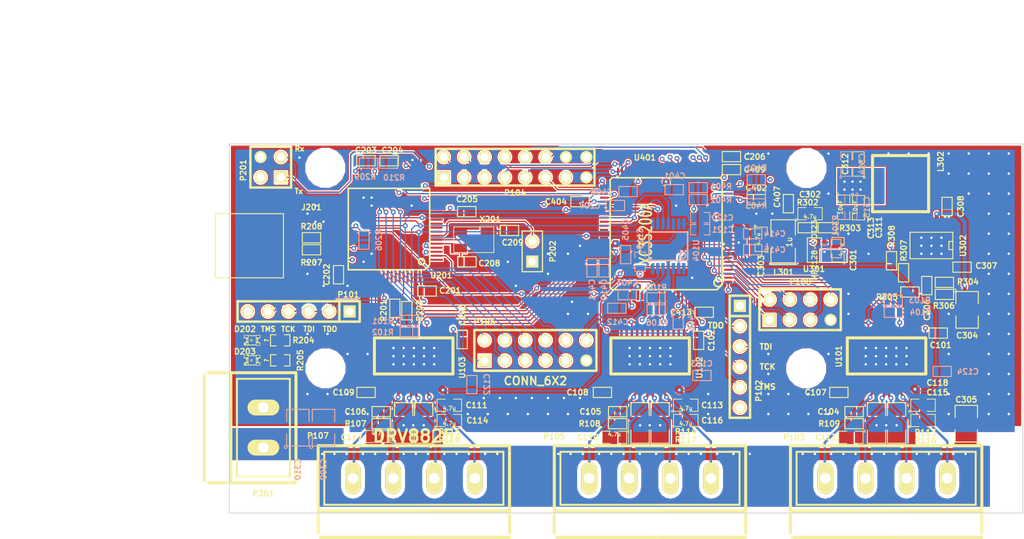
<source format=kicad_pcb>
(kicad_pcb (version 3) (host pcbnew "(2013-07-07 BZR 4022)-stable")
  (layers (15 TOP signal) (2 COPPER_1 mixed) (1 COPPER_2 mixed) (0 BOTTOM signal))
  (net 0 "")
  (net 1 +1.2V)
  (net 2 +12V)
  (net 3 +3.3V)
  (net 4 /DECAY_0)
  (net 5 /DECAY_1)
  (net 6 /DECAY_2)
  (net 7 /FPGA/CCLK)
  (net 8 /FPGA/COM_CLK)
  (net 9 /FPGA/COM_CS)
  (net 10 /FPGA/COM_MISO)
  (net 11 /FPGA/COM_MOSI)
  (net 12 /FPGA/DIN)
  (net 13 /FPGA/DONE)
  (net 14 /FPGA/IO_L01N)
  (net 15 /FPGA/IO_L01P)
  (net 16 /FPGA/IO_L02P)
  (net 17 /FPGA/IO_L05N)
  (net 18 /FPGA/IO_L05P)
  (net 19 /FPGA/IO_L06N)
  (net 20 /FPGA/IO_L06P)
  (net 21 /FPGA/L02N)
  (net 22 /FPGA/L03N)
  (net 23 /FPGA/L03P)
  (net 24 /FPGA/L04N)
  (net 25 /FPGA/L04P)
  (net 26 /FPGA/L06N)
  (net 27 /FPGA/L06P)
  (net 28 /FPGA/L07N)
  (net 29 /FPGA/L07P)
  (net 30 /FPGA/L10N)
  (net 31 /FPGA/L11N)
  (net 32 /FPGA/L11P)
  (net 33 /FPGA/M0_DIR)
  (net 34 /FPGA/M0_EN)
  (net 35 /FPGA/M0_FAULT)
  (net 36 /FPGA/M0_RESET)
  (net 37 /FPGA/M0_STEP)
  (net 38 /FPGA/M1_DIR)
  (net 39 /FPGA/M1_EN)
  (net 40 /FPGA/M1_FAULT)
  (net 41 /FPGA/M1_RESET)
  (net 42 /FPGA/M1_STEP)
  (net 43 /FPGA/M2_DIR)
  (net 44 /FPGA/M2_EN)
  (net 45 /FPGA/M2_FAULT)
  (net 46 /FPGA/M2_RESET)
  (net 47 /FPGA/M2_STEP)
  (net 48 /MOT_A1_0)
  (net 49 /MOT_A1_1)
  (net 50 /MOT_A1_2)
  (net 51 /MOT_A2_0)
  (net 52 /MOT_A2_1)
  (net 53 /MOT_A2_2)
  (net 54 /MOT_B1_0)
  (net 55 /MOT_B1_1)
  (net 56 /MOT_B1_2)
  (net 57 /MOT_B2_0)
  (net 58 /MOT_B2_1)
  (net 59 /MOT_B2_2)
  (net 60 /OUTD_DAC)
  (net 61 /PSU/1.2_FB)
  (net 62 /PSU/1.2_SW)
  (net 63 /PSU/DC_FB)
  (net 64 /PSU/DC_SW)
  (net 65 /SEN_A_0)
  (net 66 /SEN_A_1)
  (net 67 /SEN_A_2)
  (net 68 /SEN_B_0)
  (net 69 /SEN_B_1)
  (net 70 /SEN_B_2)
  (net 71 /STM32//CLR_DAC)
  (net 72 /STM32/BOOT0)
  (net 73 /STM32/BOOT1)
  (net 74 /STM32/FPGA_CLK)
  (net 75 /STM32/FPGA_INITB)
  (net 76 /STM32/FPGA_PROG_B)
  (net 77 /STM32/PB0_ADC12IN8)
  (net 78 /STM32/PB1_ADC12IN9)
  (net 79 /STM32/PC14)
  (net 80 /STM32/PC15)
  (net 81 /STM32/PC4_ADC12IN14)
  (net 82 /STM32/PC5_ADC12IN15)
  (net 83 /STM32/USB_PUP)
  (net 84 /VRF_0)
  (net 85 /VRF_1)
  (net 86 /VRF_2)
  (net 87 D+)
  (net 88 D-)
  (net 89 EXT_JTAG_TCK)
  (net 90 EXT_JTAG_TDI)
  (net 91 EXT_JTAG_TDO)
  (net 92 EXT_JTAG_TMS)
  (net 93 FPGA_TCK)
  (net 94 FPGA_TDI)
  (net 95 FPGA_TDO)
  (net 96 FPGA_TMS)
  (net 97 GND)
  (net 98 N-00000107)
  (net 99 N-00000108)
  (net 100 N-00000109)
  (net 101 N-00000110)
  (net 102 N-00000119)
  (net 103 N-00000120)
  (net 104 N-00000124)
  (net 105 N-00000125)
  (net 106 N-00000126)
  (net 107 N-0000013)
  (net 108 N-00000130)
  (net 109 N-00000137)
  (net 110 N-00000144)
  (net 111 N-00000148)
  (net 112 N-00000149)
  (net 113 N-00000150)
  (net 114 N-00000151)
  (net 115 N-00000152)
  (net 116 N-00000164)
  (net 117 N-00000179)
  (net 118 N-00000180)
  (net 119 N-000002)
  (net 120 N-0000064)
  (net 121 N-0000065)
  (net 122 N-0000067)
  (net 123 N-0000075)
  (net 124 N-0000076)
  (net 125 N-0000077)
  (net 126 N-0000078)
  (module TQFP_100 (layer TOP) (at 159.75 97.5 270)
    (fp_text reference U401)
    (fp_text value XC3S200A)
    (pad 100 smd rect (at 7.747 -5.9944 270) (size 1.016 0.254) (layers TOP Dessus.Pate Dessus.Masque) (net 76 /STM32/FPGA_PROG_B))
    (pad 76 smd rect (at 7.747 5.9944 270) (size 1.016 0.254) (layers TOP Dessus.Pate Dessus.Masque) (net 93 FPGA_TCK))
    (pad 77 smd rect (at 7.747 5.4864 270) (size 1.016 0.254) (layers TOP Dessus.Pate Dessus.Masque))
    (pad 78 smd rect (at 7.747 5.0038 270) (size 1.016 0.254) (layers TOP Dessus.Pate Dessus.Masque))
    (pad 79 smd rect (at 7.747 4.4958 270) (size 1.016 0.254) (layers TOP Dessus.Pate Dessus.Masque) (net 3 +3.3V))
    (pad 80 smd rect (at 7.747 3.9878 270) (size 1.016 0.254) (layers TOP Dessus.Pate Dessus.Masque) (net 97 GND))
    (pad 81 smd rect (at 7.747 3.5052 270) (size 1.016 0.254) (layers TOP Dessus.Pate Dessus.Masque) (net 1 +1.2V))
    (pad 82 smd rect (at 7.747 2.9972 270) (size 1.016 0.254) (layers TOP Dessus.Pate Dessus.Masque))
    (pad 83 smd rect (at 7.747 2.4892 270) (size 1.016 0.254) (layers TOP Dessus.Pate Dessus.Masque))
    (pad 84 smd rect (at 7.747 2.0066 270) (size 1.016 0.254) (layers TOP Dessus.Pate Dessus.Masque) (net 42 /FPGA/M1_STEP))
    (pad 85 smd rect (at 7.747 1.4986 270) (size 1.016 0.254) (layers TOP Dessus.Pate Dessus.Masque) (net 74 /STM32/FPGA_CLK))
    (pad 86 smd rect (at 7.747 0.9906 270) (size 1.016 0.254) (layers TOP Dessus.Pate Dessus.Masque) (net 39 /FPGA/M1_EN))
    (pad 87 smd rect (at 7.747 0.4826 270) (size 1.016 0.254) (layers TOP Dessus.Pate Dessus.Masque) (net 97 GND))
    (pad 88 smd rect (at 7.747 0 270) (size 1.016 0.254) (layers TOP Dessus.Pate Dessus.Masque) (net 38 /FPGA/M1_DIR))
    (pad 89 smd rect (at 7.747 -0.508 270) (size 1.016 0.254) (layers TOP Dessus.Pate Dessus.Masque) (net 40 /FPGA/M1_FAULT))
    (pad 90 smd rect (at 7.747 -1.016 270) (size 1.016 0.254) (layers TOP Dessus.Pate Dessus.Masque))
    (pad 91 smd rect (at 7.747 -1.4986 270) (size 1.016 0.254) (layers TOP Dessus.Pate Dessus.Masque) (net 97 GND))
    (pad 92 smd rect (at 7.747 -2.0066 270) (size 1.016 0.254) (layers TOP Dessus.Pate Dessus.Masque) (net 3 +3.3V))
    (pad 93 smd rect (at 7.747 -2.5146 270) (size 1.016 0.254) (layers TOP Dessus.Pate Dessus.Masque) (net 41 /FPGA/M1_RESET))
    (pad 94 smd rect (at 7.747 -2.9972 270) (size 1.016 0.254) (layers TOP Dessus.Pate Dessus.Masque))
    (pad 95 smd rect (at 7.747 -3.5052 270) (size 1.016 0.254) (layers TOP Dessus.Pate Dessus.Masque) (net 97 GND))
    (pad 96 smd rect (at 7.747 -4.0132 270) (size 1.016 0.254) (layers TOP Dessus.Pate Dessus.Masque) (net 3 +3.3V))
    (pad 97 smd rect (at 7.747 -4.4958 270) (size 1.016 0.254) (layers TOP Dessus.Pate Dessus.Masque))
    (pad 98 smd rect (at 7.747 -5.0038 270) (size 1.016 0.254) (layers TOP Dessus.Pate Dessus.Masque))
    (pad 99 smd rect (at 7.747 -5.5118 270) (size 1.016 0.254) (layers TOP Dessus.Pate Dessus.Masque))
    (pad 75 smd rect (at 5.9944 7.747 270) (size 0.254 1.016) (layers TOP Dessus.Pate Dessus.Masque) (net 95 FPGA_TDO))
    (pad 51 smd rect (at -5.9944 7.747 270) (size 0.254 1.016) (layers TOP Dessus.Pate Dessus.Masque) (net 12 /FPGA/DIN))
    (pad 52 smd rect (at -5.4864 7.747 270) (size 0.254 1.016) (layers TOP Dessus.Pate Dessus.Masque) (net 31 /FPGA/L11N))
    (pad 53 smd rect (at -5.0038 7.747 270) (size 0.254 1.016) (layers TOP Dessus.Pate Dessus.Masque) (net 7 /FPGA/CCLK))
    (pad 54 smd rect (at -4.4958 7.747 270) (size 0.254 1.016) (layers TOP Dessus.Pate Dessus.Masque) (net 13 /FPGA/DONE))
    (pad 55 smd rect (at -3.9878 7.747 270) (size 0.254 1.016) (layers TOP Dessus.Pate Dessus.Masque) (net 3 +3.3V))
    (pad 56 smd rect (at -3.5052 7.747 270) (size 0.254 1.016) (layers TOP Dessus.Pate Dessus.Masque) (net 11 /FPGA/COM_MOSI))
    (pad 57 smd rect (at -2.9972 7.747 270) (size 0.254 1.016) (layers TOP Dessus.Pate Dessus.Masque) (net 10 /FPGA/COM_MISO))
    (pad 58 smd rect (at -2.4892 7.747 270) (size 0.254 1.016) (layers TOP Dessus.Pate Dessus.Masque) (net 97 GND))
    (pad 59 smd rect (at -2.0066 7.747 270) (size 0.254 1.016) (layers TOP Dessus.Pate Dessus.Masque) (net 8 /FPGA/COM_CLK))
    (pad 60 smd rect (at -1.4986 7.747 270) (size 0.254 1.016) (layers TOP Dessus.Pate Dessus.Masque) (net 9 /FPGA/COM_CS))
    (pad 61 smd rect (at -0.9906 7.747 270) (size 0.254 1.016) (layers TOP Dessus.Pate Dessus.Masque))
    (pad 62 smd rect (at -0.4826 7.747 270) (size 0.254 1.016) (layers TOP Dessus.Pate Dessus.Masque))
    (pad 63 smd rect (at 0 7.747 270) (size 0.254 1.016) (layers TOP Dessus.Pate Dessus.Masque) (net 97 GND))
    (pad 64 smd rect (at 0.508 7.747 270) (size 0.254 1.016) (layers TOP Dessus.Pate Dessus.Masque))
    (pad 65 smd rect (at 1.016 7.747 270) (size 0.254 1.016) (layers TOP Dessus.Pate Dessus.Masque) (net 37 /FPGA/M0_STEP))
    (pad 66 smd rect (at 1.4986 7.747 270) (size 0.254 1.016) (layers TOP Dessus.Pate Dessus.Masque) (net 1 +1.2V))
    (pad 67 smd rect (at 2.0066 7.747 270) (size 0.254 1.016) (layers TOP Dessus.Pate Dessus.Masque) (net 3 +3.3V))
    (pad 68 smd rect (at 2.5146 7.747 270) (size 0.254 1.016) (layers TOP Dessus.Pate Dessus.Masque))
    (pad 69 smd rect (at 2.9972 7.747 270) (size 0.254 1.016) (layers TOP Dessus.Pate Dessus.Masque) (net 97 GND))
    (pad 70 smd rect (at 3.5052 7.747 270) (size 0.254 1.016) (layers TOP Dessus.Pate Dessus.Masque) (net 34 /FPGA/M0_EN))
    (pad 71 smd rect (at 4.0132 7.747 270) (size 0.254 1.016) (layers TOP Dessus.Pate Dessus.Masque) (net 33 /FPGA/M0_DIR))
    (pad 72 smd rect (at 4.4958 7.747 270) (size 0.254 1.016) (layers TOP Dessus.Pate Dessus.Masque) (net 35 /FPGA/M0_FAULT))
    (pad 73 smd rect (at 5.0038 7.747 270) (size 0.254 1.016) (layers TOP Dessus.Pate Dessus.Masque) (net 36 /FPGA/M0_RESET))
    (pad 74 smd rect (at 5.5118 7.747 270) (size 0.254 1.016) (layers TOP Dessus.Pate Dessus.Masque) (net 97 GND))
    (pad 1 smd rect (at 5.9944 -7.747 270) (size 0.254 1.016) (layers TOP Dessus.Pate Dessus.Masque) (net 96 FPGA_TMS))
    (pad 2 smd rect (at 5.4864 -7.747 270) (size 0.254 1.016) (layers TOP Dessus.Pate Dessus.Masque) (net 94 FPGA_TDI))
    (pad 3 smd rect (at 5.0038 -7.747 270) (size 0.254 1.016) (layers TOP Dessus.Pate Dessus.Masque) (net 15 /FPGA/IO_L01P))
    (pad 4 smd rect (at 4.4958 -7.747 270) (size 0.254 1.016) (layers TOP Dessus.Pate Dessus.Masque) (net 14 /FPGA/IO_L01N))
    (pad 5 smd rect (at 3.9878 -7.747 270) (size 0.254 1.016) (layers TOP Dessus.Pate Dessus.Masque) (net 16 /FPGA/IO_L02P))
    (pad 6 smd rect (at 3.5052 -7.747 270) (size 0.254 1.016) (layers TOP Dessus.Pate Dessus.Masque) (net 47 /FPGA/M2_STEP))
    (pad 7 smd rect (at 2.9972 -7.747 270) (size 0.254 1.016) (layers TOP Dessus.Pate Dessus.Masque))
    (pad 8 smd rect (at 2.4892 -7.747 270) (size 0.254 1.016) (layers TOP Dessus.Pate Dessus.Masque) (net 97 GND))
    (pad 9 smd rect (at 2.0066 -7.747 270) (size 0.254 1.016) (layers TOP Dessus.Pate Dessus.Masque) (net 44 /FPGA/M2_EN))
    (pad 10 smd rect (at 1.4986 -7.747 270) (size 0.254 1.016) (layers TOP Dessus.Pate Dessus.Masque) (net 43 /FPGA/M2_DIR))
    (pad 11 smd rect (at 0.9906 -7.747 270) (size 0.254 1.016) (layers TOP Dessus.Pate Dessus.Masque) (net 3 +3.3V))
    (pad 12 smd rect (at 0.4826 -7.747 270) (size 0.254 1.016) (layers TOP Dessus.Pate Dessus.Masque) (net 45 /FPGA/M2_FAULT))
    (pad 13 smd rect (at 0 -7.747 270) (size 0.254 1.016) (layers TOP Dessus.Pate Dessus.Masque) (net 46 /FPGA/M2_RESET))
    (pad 14 smd rect (at -0.508 -7.747 270) (size 0.254 1.016) (layers TOP Dessus.Pate Dessus.Masque) (net 97 GND))
    (pad 15 smd rect (at -1.016 -7.747 270) (size 0.254 1.016) (layers TOP Dessus.Pate Dessus.Masque) (net 18 /FPGA/IO_L05P))
    (pad 16 smd rect (at -1.4986 -7.747 270) (size 0.254 1.016) (layers TOP Dessus.Pate Dessus.Masque) (net 17 /FPGA/IO_L05N))
    (pad 17 smd rect (at -2.0066 -7.747 270) (size 0.254 1.016) (layers TOP Dessus.Pate Dessus.Masque) (net 1 +1.2V))
    (pad 18 smd rect (at -2.5146 -7.747 270) (size 0.254 1.016) (layers TOP Dessus.Pate Dessus.Masque) (net 97 GND))
    (pad 19 smd rect (at -2.9972 -7.747 270) (size 0.254 1.016) (layers TOP Dessus.Pate Dessus.Masque) (net 20 /FPGA/IO_L06P))
    (pad 20 smd rect (at -3.5052 -7.747 270) (size 0.254 1.016) (layers TOP Dessus.Pate Dessus.Masque) (net 19 /FPGA/IO_L06N))
    (pad 21 smd rect (at -4.0132 -7.747 270) (size 0.254 1.016) (layers TOP Dessus.Pate Dessus.Masque))
    (pad 22 smd rect (at -4.4958 -7.747 270) (size 0.254 1.016) (layers TOP Dessus.Pate Dessus.Masque) (net 3 +3.3V))
    (pad 23 smd rect (at -5.0038 -7.747 270) (size 0.254 1.016) (layers TOP Dessus.Pate Dessus.Masque) (net 116 N-00000164))
    (pad 24 smd rect (at -5.5118 -7.747 270) (size 0.254 1.016) (layers TOP Dessus.Pate Dessus.Masque) (net 117 N-00000179))
    (pad 25 smd rect (at -5.9944 -7.747 270) (size 0.254 1.016) (layers TOP Dessus.Pate Dessus.Masque) (net 118 N-00000180))
    (pad 26 smd rect (at -7.747 -5.9944 270) (size 1.016 0.254) (layers TOP Dessus.Pate Dessus.Masque) (net 3 +3.3V))
    (pad 27 smd rect (at -7.747 -5.4864 270) (size 1.016 0.254) (layers TOP Dessus.Pate Dessus.Masque) (net 21 /FPGA/L02N))
    (pad 28 smd rect (at -7.747 -5.0038 270) (size 1.016 0.254) (layers TOP Dessus.Pate Dessus.Masque) (net 23 /FPGA/L03P))
    (pad 29 smd rect (at -7.747 -4.4958 270) (size 1.016 0.254) (layers TOP Dessus.Pate Dessus.Masque) (net 22 /FPGA/L03N))
    (pad 30 smd rect (at -7.747 -3.9878 270) (size 1.016 0.254) (layers TOP Dessus.Pate Dessus.Masque) (net 25 /FPGA/L04P))
    (pad 31 smd rect (at -7.747 -3.5052 270) (size 1.016 0.254) (layers TOP Dessus.Pate Dessus.Masque) (net 24 /FPGA/L04N))
    (pad 32 smd rect (at -7.747 -2.9972 270) (size 1.016 0.254) (layers TOP Dessus.Pate Dessus.Masque))
    (pad 33 smd rect (at -7.747 -2.4892 270) (size 1.016 0.254) (layers TOP Dessus.Pate Dessus.Masque))
    (pad 34 smd rect (at -7.747 -2.0066 270) (size 1.016 0.254) (layers TOP Dessus.Pate Dessus.Masque) (net 27 /FPGA/L06P))
    (pad 35 smd rect (at -7.747 -1.4986 270) (size 1.016 0.254) (layers TOP Dessus.Pate Dessus.Masque) (net 26 /FPGA/L06N))
    (pad 36 smd rect (at -7.747 -0.9906 270) (size 1.016 0.254) (layers TOP Dessus.Pate Dessus.Masque) (net 29 /FPGA/L07P))
    (pad 37 smd rect (at -7.747 -0.4826 270) (size 1.016 0.254) (layers TOP Dessus.Pate Dessus.Masque) (net 28 /FPGA/L07N))
    (pad 38 smd rect (at -7.747 0 270) (size 1.016 0.254) (layers TOP Dessus.Pate Dessus.Masque) (net 1 +1.2V))
    (pad 39 smd rect (at -7.747 0.508 270) (size 1.016 0.254) (layers TOP Dessus.Pate Dessus.Masque))
    (pad 40 smd rect (at -7.747 1.016 270) (size 1.016 0.254) (layers TOP Dessus.Pate Dessus.Masque))
    (pad 41 smd rect (at -7.747 1.4986 270) (size 1.016 0.254) (layers TOP Dessus.Pate Dessus.Masque))
    (pad 42 smd rect (at -7.747 2.0066 270) (size 1.016 0.254) (layers TOP Dessus.Pate Dessus.Masque) (net 97 GND))
    (pad 43 smd rect (at -7.747 2.5146 270) (size 1.016 0.254) (layers TOP Dessus.Pate Dessus.Masque))
    (pad 44 smd rect (at -7.747 2.9972 270) (size 1.016 0.254) (layers TOP Dessus.Pate Dessus.Masque))
    (pad 45 smd rect (at -7.747 3.5052 270) (size 1.016 0.254) (layers TOP Dessus.Pate Dessus.Masque) (net 3 +3.3V))
    (pad 46 smd rect (at -7.747 4.0132 270) (size 1.016 0.254) (layers TOP Dessus.Pate Dessus.Masque))
    (pad 47 smd rect (at -7.747 4.4958 270) (size 1.016 0.254) (layers TOP Dessus.Pate Dessus.Masque) (net 97 GND))
    (pad 48 smd rect (at -7.747 5.0038 270) (size 1.016 0.254) (layers TOP Dessus.Pate Dessus.Masque) (net 75 /STM32/FPGA_INITB))
    (pad 49 smd rect (at -7.747 5.5118 270) (size 1.016 0.254) (layers TOP Dessus.Pate Dessus.Masque) (net 30 /FPGA/L10N))
    (pad 50 smd rect (at -7.747 5.9944 270) (size 1.016 0.254) (layers TOP Dessus.Pate Dessus.Masque) (net 32 /FPGA/L11P))
  )
  (module LQFP_64 (layer TOP) (at 125.25 97 90)
    (fp_text reference U201)
    (fp_text value STM32F103RG_LQFP64 hide)
    (pad 1 smd rect (at -3.74904 5.86994 90) (size 0.24892 1.524) (layers TOP Dessus.Pate Dessus.Masque))
    (pad 2 smd oval (at -3.24866 5.86994 90) (size 0.24892 1.524) (layers TOP Dessus.Pate Dessus.Masque) (net 71 /STM32//CLR_DAC))
    (pad 3 smd oval (at -2.74828 5.86994 90) (size 0.24892 1.524) (layers TOP Dessus.Pate Dessus.Masque) (net 79 /STM32/PC14))
    (pad 4 smd oval (at -2.2479 5.86994 90) (size 0.24892 1.524) (layers TOP Dessus.Pate Dessus.Masque) (net 80 /STM32/PC15))
    (pad 5 smd oval (at -1.74752 5.86994 90) (size 0.24892 1.524) (layers TOP Dessus.Pate Dessus.Masque) (net 101 N-00000110))
    (pad 6 smd oval (at -1.24968 5.86994 90) (size 0.24892 1.524) (layers TOP Dessus.Pate Dessus.Masque) (net 100 N-00000109))
    (pad 7 smd oval (at -0.7493 5.86994 90) (size 0.24892 1.524) (layers TOP Dessus.Pate Dessus.Masque) (net 106 N-00000126))
    (pad 8 smd oval (at -0.24892 5.86994 90) (size 0.24892 1.524) (layers TOP Dessus.Pate Dessus.Masque))
    (pad 9 smd oval (at 0.25146 5.86994 90) (size 0.24892 1.524) (layers TOP Dessus.Pate Dessus.Masque))
    (pad 10 smd oval (at 0.75184 5.86994 90) (size 0.24892 1.524) (layers TOP Dessus.Pate Dessus.Masque))
    (pad 11 smd oval (at 1.25222 5.86994 90) (size 0.24892 1.524) (layers TOP Dessus.Pate Dessus.Masque))
    (pad 12 smd oval (at 1.75006 5.86994 90) (size 0.24892 1.524) (layers TOP Dessus.Pate Dessus.Masque) (net 97 GND))
    (pad 13 smd oval (at 2.25044 5.86994 90) (size 0.24892 1.524) (layers TOP Dessus.Pate Dessus.Masque) (net 3 +3.3V))
    (pad 14 smd oval (at 2.75082 5.86994 90) (size 0.24892 1.524) (layers TOP Dessus.Pate Dessus.Masque))
    (pad 15 smd oval (at 3.2512 5.86994 90) (size 0.24892 1.524) (layers TOP Dessus.Pate Dessus.Masque) (net 13 /FPGA/DONE))
    (pad 16 smd oval (at 3.75158 5.86994 90) (size 0.24892 1.524) (layers TOP Dessus.Pate Dessus.Masque) (net 104 N-00000124))
    (pad 17 smd oval (at 6.0325 3.74904 90) (size 1.524 0.24892) (layers TOP Dessus.Pate Dessus.Masque) (net 105 N-00000125))
    (pad 18 smd oval (at 6.0325 3.24866 90) (size 1.524 0.24892) (layers TOP Dessus.Pate Dessus.Masque) (net 97 GND))
    (pad 19 smd oval (at 6.0325 2.74828 90) (size 1.524 0.24892) (layers TOP Dessus.Pate Dessus.Masque) (net 3 +3.3V))
    (pad 20 smd oval (at 6.0325 2.2479 90) (size 1.524 0.24892) (layers TOP Dessus.Pate Dessus.Masque) (net 75 /STM32/FPGA_INITB))
    (pad 21 smd oval (at 6.0325 1.74752 90) (size 1.524 0.24892) (layers TOP Dessus.Pate Dessus.Masque) (net 7 /FPGA/CCLK))
    (pad 22 smd oval (at 6.0325 1.24968 90) (size 1.524 0.24892) (layers TOP Dessus.Pate Dessus.Masque))
    (pad 23 smd oval (at 6.0325 0.7493 90) (size 1.524 0.24892) (layers TOP Dessus.Pate Dessus.Masque) (net 12 /FPGA/DIN))
    (pad 24 smd oval (at 6.0325 0.24892 90) (size 1.524 0.24892) (layers TOP Dessus.Pate Dessus.Masque) (net 81 /STM32/PC4_ADC12IN14))
    (pad 25 smd oval (at 6.0325 -0.25146 90) (size 1.524 0.24892) (layers TOP Dessus.Pate Dessus.Masque) (net 82 /STM32/PC5_ADC12IN15))
    (pad 26 smd oval (at 6.0325 -0.75184 90) (size 1.524 0.24892) (layers TOP Dessus.Pate Dessus.Masque) (net 77 /STM32/PB0_ADC12IN8))
    (pad 27 smd oval (at 6.0325 -1.25222 90) (size 1.524 0.24892) (layers TOP Dessus.Pate Dessus.Masque) (net 78 /STM32/PB1_ADC12IN9))
    (pad 28 smd oval (at 6.0325 -1.75006 90) (size 1.524 0.24892) (layers TOP Dessus.Pate Dessus.Masque) (net 73 /STM32/BOOT1))
    (pad 29 smd oval (at 6.0325 -2.25044 90) (size 1.524 0.24892) (layers TOP Dessus.Pate Dessus.Masque))
    (pad 30 smd oval (at 6.0325 -2.75082 90) (size 1.524 0.24892) (layers TOP Dessus.Pate Dessus.Masque))
    (pad 31 smd oval (at 6.0325 -3.2512 90) (size 1.524 0.24892) (layers TOP Dessus.Pate Dessus.Masque) (net 97 GND))
    (pad 32 smd oval (at 6.0325 -3.75158 90) (size 1.524 0.24892) (layers TOP Dessus.Pate Dessus.Masque) (net 3 +3.3V))
    (pad 33 smd oval (at 3.75158 -6.0325 90) (size 0.24892 1.524) (layers TOP Dessus.Pate Dessus.Masque) (net 9 /FPGA/COM_CS))
    (pad 34 smd oval (at 3.2512 -6.0325 90) (size 0.24892 1.524) (layers TOP Dessus.Pate Dessus.Masque) (net 8 /FPGA/COM_CLK))
    (pad 35 smd oval (at 2.75082 -6.0325 90) (size 0.24892 1.524) (layers TOP Dessus.Pate Dessus.Masque) (net 10 /FPGA/COM_MISO))
    (pad 36 smd oval (at 2.25044 -6.0325 90) (size 0.24892 1.524) (layers TOP Dessus.Pate Dessus.Masque) (net 11 /FPGA/COM_MOSI))
    (pad 37 smd oval (at 1.75006 -6.0325 90) (size 0.24892 1.524) (layers TOP Dessus.Pate Dessus.Masque))
    (pad 38 smd oval (at 1.25222 -6.0325 90) (size 0.24892 1.524) (layers TOP Dessus.Pate Dessus.Masque))
    (pad 39 smd oval (at 0.75184 -6.0325 90) (size 0.24892 1.524) (layers TOP Dessus.Pate Dessus.Masque))
    (pad 40 smd oval (at 0.25146 -6.0325 90) (size 0.24892 1.524) (layers TOP Dessus.Pate Dessus.Masque) (net 83 /STM32/USB_PUP))
    (pad 41 smd oval (at -0.24892 -6.0325 90) (size 0.24892 1.524) (layers TOP Dessus.Pate Dessus.Masque) (net 74 /STM32/FPGA_CLK))
    (pad 42 smd oval (at -0.7493 -6.0325 90) (size 0.24892 1.524) (layers TOP Dessus.Pate Dessus.Masque))
    (pad 43 smd oval (at -1.24968 -6.0325 90) (size 0.24892 1.524) (layers TOP Dessus.Pate Dessus.Masque))
    (pad 44 smd oval (at -1.74752 -6.0325 90) (size 0.24892 1.524) (layers TOP Dessus.Pate Dessus.Masque) (net 88 D-))
    (pad 45 smd oval (at -2.2479 -6.0325 90) (size 0.24892 1.524) (layers TOP Dessus.Pate Dessus.Masque) (net 87 D+))
    (pad 46 smd oval (at -2.74828 -6.0325 90) (size 0.24892 1.524) (layers TOP Dessus.Pate Dessus.Masque) (net 92 EXT_JTAG_TMS))
    (pad 47 smd oval (at -3.24866 -6.0325 90) (size 0.24892 1.524) (layers TOP Dessus.Pate Dessus.Masque) (net 97 GND))
    (pad 48 smd oval (at -3.74904 -6.0325 90) (size 0.24892 1.524) (layers TOP Dessus.Pate Dessus.Masque) (net 3 +3.3V))
    (pad 49 smd oval (at -5.86994 -3.75158 90) (size 1.524 0.24892) (layers TOP Dessus.Pate Dessus.Masque) (net 89 EXT_JTAG_TCK))
    (pad 50 smd oval (at -5.86994 -3.2512 90) (size 1.524 0.24892) (layers TOP Dessus.Pate Dessus.Masque) (net 90 EXT_JTAG_TDI))
    (pad 52 smd oval (at -5.86994 -2.25044 90) (size 1.524 0.24892) (layers TOP Dessus.Pate Dessus.Masque) (net 103 N-00000120))
    (pad 51 smd oval (at -5.88772 -2.75082 90) (size 1.524 0.24892) (layers TOP Dessus.Pate Dessus.Masque))
    (pad 53 smd oval (at -5.86994 -1.75006 90) (size 1.524 0.24892) (layers TOP Dessus.Pate Dessus.Masque) (net 102 N-00000119))
    (pad 54 smd oval (at -5.86994 -1.25222 90) (size 1.524 0.24892) (layers TOP Dessus.Pate Dessus.Masque))
    (pad 55 smd oval (at -5.86994 -0.75184 90) (size 1.524 0.24892) (layers TOP Dessus.Pate Dessus.Masque) (net 91 EXT_JTAG_TDO))
    (pad 56 smd oval (at -5.86994 -0.25146 90) (size 1.524 0.24892) (layers TOP Dessus.Pate Dessus.Masque))
    (pad 57 smd oval (at -5.86994 0.24892 90) (size 1.524 0.24892) (layers TOP Dessus.Pate Dessus.Masque))
    (pad 58 smd oval (at -5.86994 0.7493 90) (size 1.524 0.24892) (layers TOP Dessus.Pate Dessus.Masque))
    (pad 59 smd oval (at -5.86994 1.24206 90) (size 1.524 0.24892) (layers TOP Dessus.Pate Dessus.Masque))
    (pad 60 smd oval (at -5.86994 1.74244 90) (size 1.524 0.24892) (layers TOP Dessus.Pate Dessus.Masque) (net 72 /STM32/BOOT0))
    (pad 61 smd oval (at -5.86994 2.24282 90) (size 1.524 0.24892) (layers TOP Dessus.Pate Dessus.Masque))
    (pad 62 smd oval (at -5.86994 2.7432 90) (size 1.524 0.24892) (layers TOP Dessus.Pate Dessus.Masque) (net 76 /STM32/FPGA_PROG_B))
    (pad 63 smd oval (at -5.86994 3.24104 90) (size 1.524 0.24892) (layers TOP Dessus.Pate Dessus.Masque) (net 97 GND))
    (pad 64 smd oval (at -5.86994 3.74142 90) (size 1.524 0.24892) (layers TOP Dessus.Pate Dessus.Masque) (net 3 +3.3V))
  )
  (module HTSSOP28_PowerPad (layer TOP) (at 128.25 112.75)
    (fp_text reference U103)
    (fp_text value DRV8825)
    (pad 15 smd rect (at 4.22402 -2.79908) (size 0.29972 1.6002) (layers TOP Dessus.Pate Dessus.Masque) (net 3 +3.3V))
    (pad 16 smd rect (at 3.57378 -2.79908) (size 0.29972 1.6002) (layers TOP Dessus.Pate Dessus.Masque) (net 36 /FPGA/M0_RESET))
    (pad 17 smd rect (at 2.92608 -2.79908) (size 0.29972 1.6002) (layers TOP Dessus.Pate Dessus.Masque) (net 36 /FPGA/M0_RESET))
    (pad 18 smd rect (at 2.27584 -2.79908) (size 0.29972 1.6002) (layers TOP Dessus.Pate Dessus.Masque) (net 35 /FPGA/M0_FAULT))
    (pad 19 smd rect (at 1.6256 -2.79908) (size 0.29972 1.6002) (layers TOP Dessus.Pate Dessus.Masque) (net 4 /DECAY_0))
    (pad 20 smd rect (at 0.97536 -2.79908) (size 0.29972 1.6002) (layers TOP Dessus.Pate Dessus.Masque) (net 33 /FPGA/M0_DIR))
    (pad 21 smd rect (at 0.32512 -2.79908) (size 0.29972 1.6002) (layers TOP Dessus.Pate Dessus.Masque) (net 34 /FPGA/M0_EN))
    (pad 22 smd rect (at -0.32512 -2.79908) (size 0.29972 1.6002) (layers TOP Dessus.Pate Dessus.Masque) (net 37 /FPGA/M0_STEP))
    (pad 23 smd rect (at -0.97536 -2.79908) (size 0.29972 1.6002) (layers TOP Dessus.Pate Dessus.Masque))
    (pad 24 smd rect (at -1.6256 -2.79908) (size 0.29972 1.6002) (layers TOP Dessus.Pate Dessus.Masque) (net 3 +3.3V))
    (pad 25 smd rect (at -2.27584 -2.79908) (size 0.29972 1.6002) (layers TOP Dessus.Pate Dessus.Masque) (net 3 +3.3V))
    (pad 26 smd rect (at -2.92608 -2.79908) (size 0.29972 1.6002) (layers TOP Dessus.Pate Dessus.Masque) (net 3 +3.3V))
    (pad 27 smd rect (at -3.57378 -2.79908) (size 0.29972 1.6002) (layers TOP Dessus.Pate Dessus.Masque))
    (pad 28 smd rect (at -4.22402 -2.79908) (size 0.29972 1.6002) (layers TOP Dessus.Pate Dessus.Masque) (net 97 GND))
    (pad 29 smd rect (at 0 0) (size 5.17906 3.0988) (layers TOP Dessus.Pate Dessus.Masque) (net 97 GND))
    (pad 1 smd rect (at -4.22402 2.79908) (size 0.29972 1.6002) (layers TOP Dessus.Pate Dessus.Masque) (net 123 N-0000075))
    (pad 2 smd rect (at -3.57378 2.79908) (size 0.29972 1.6002) (layers TOP Dessus.Pate Dessus.Masque) (net 124 N-0000076))
    (pad 3 smd rect (at -2.92608 2.79908) (size 0.29972 1.6002) (layers TOP Dessus.Pate Dessus.Masque) (net 122 N-0000067))
    (pad 4 smd rect (at -2.27584 2.79908) (size 0.29972 1.6002) (layers TOP Dessus.Pate Dessus.Masque) (net 2 +12V))
    (pad 5 smd rect (at -1.6256 2.79908) (size 0.29972 1.6002) (layers TOP Dessus.Pate Dessus.Masque) (net 48 /MOT_A1_0))
    (pad 6 smd rect (at -0.97536 2.79908) (size 0.29972 1.6002) (layers TOP Dessus.Pate Dessus.Masque) (net 65 /SEN_A_0))
    (pad 7 smd rect (at -0.32512 2.79908) (size 0.29972 1.6002) (layers TOP Dessus.Pate Dessus.Masque) (net 51 /MOT_A2_0))
    (pad 8 smd rect (at 0.32512 2.79908) (size 0.29972 1.6002) (layers TOP Dessus.Pate Dessus.Masque) (net 57 /MOT_B2_0))
    (pad 9 smd rect (at 0.97536 2.79908) (size 0.29972 1.6002) (layers TOP Dessus.Pate Dessus.Masque) (net 68 /SEN_B_0))
    (pad 10 smd rect (at 1.6256 2.79908) (size 0.29972 1.6002) (layers TOP Dessus.Pate Dessus.Masque) (net 54 /MOT_B1_0))
    (pad 11 smd rect (at 2.27584 2.79908) (size 0.29972 1.6002) (layers TOP Dessus.Pate Dessus.Masque) (net 2 +12V))
    (pad 12 smd rect (at 2.92608 2.79908) (size 0.29972 1.6002) (layers TOP Dessus.Pate Dessus.Masque) (net 84 /VRF_0))
    (pad 13 smd rect (at 3.57378 2.79908) (size 0.29972 1.6002) (layers TOP Dessus.Pate Dessus.Masque) (net 84 /VRF_0))
    (pad 14 smd rect (at 4.22402 2.79908) (size 0.29972 1.6002) (layers TOP Dessus.Pate Dessus.Masque) (net 97 GND))
  )
  (module HTSSOP28_PowerPad (layer TOP) (at 157.75 112.75)
    (fp_text reference U102)
    (fp_text value DRV8825 hide)
    (pad 15 smd rect (at 4.22402 -2.79908) (size 0.29972 1.6002) (layers TOP Dessus.Pate Dessus.Masque) (net 3 +3.3V))
    (pad 16 smd rect (at 3.57378 -2.79908) (size 0.29972 1.6002) (layers TOP Dessus.Pate Dessus.Masque) (net 41 /FPGA/M1_RESET))
    (pad 17 smd rect (at 2.92608 -2.79908) (size 0.29972 1.6002) (layers TOP Dessus.Pate Dessus.Masque) (net 41 /FPGA/M1_RESET))
    (pad 18 smd rect (at 2.27584 -2.79908) (size 0.29972 1.6002) (layers TOP Dessus.Pate Dessus.Masque) (net 40 /FPGA/M1_FAULT))
    (pad 19 smd rect (at 1.6256 -2.79908) (size 0.29972 1.6002) (layers TOP Dessus.Pate Dessus.Masque) (net 5 /DECAY_1))
    (pad 20 smd rect (at 0.97536 -2.79908) (size 0.29972 1.6002) (layers TOP Dessus.Pate Dessus.Masque) (net 38 /FPGA/M1_DIR))
    (pad 21 smd rect (at 0.32512 -2.79908) (size 0.29972 1.6002) (layers TOP Dessus.Pate Dessus.Masque) (net 39 /FPGA/M1_EN))
    (pad 22 smd rect (at -0.32512 -2.79908) (size 0.29972 1.6002) (layers TOP Dessus.Pate Dessus.Masque) (net 42 /FPGA/M1_STEP))
    (pad 23 smd rect (at -0.97536 -2.79908) (size 0.29972 1.6002) (layers TOP Dessus.Pate Dessus.Masque))
    (pad 24 smd rect (at -1.6256 -2.79908) (size 0.29972 1.6002) (layers TOP Dessus.Pate Dessus.Masque) (net 3 +3.3V))
    (pad 25 smd rect (at -2.27584 -2.79908) (size 0.29972 1.6002) (layers TOP Dessus.Pate Dessus.Masque) (net 3 +3.3V))
    (pad 26 smd rect (at -2.92608 -2.79908) (size 0.29972 1.6002) (layers TOP Dessus.Pate Dessus.Masque) (net 3 +3.3V))
    (pad 27 smd rect (at -3.57378 -2.79908) (size 0.29972 1.6002) (layers TOP Dessus.Pate Dessus.Masque))
    (pad 28 smd rect (at -4.22402 -2.79908) (size 0.29972 1.6002) (layers TOP Dessus.Pate Dessus.Masque) (net 97 GND))
    (pad 29 smd rect (at 0 0) (size 5.17906 3.0988) (layers TOP Dessus.Pate Dessus.Masque) (net 97 GND))
    (pad 1 smd rect (at -4.22402 2.79908) (size 0.29972 1.6002) (layers TOP Dessus.Pate Dessus.Masque) (net 125 N-0000077))
    (pad 2 smd rect (at -3.57378 2.79908) (size 0.29972 1.6002) (layers TOP Dessus.Pate Dessus.Masque) (net 126 N-0000078))
    (pad 3 smd rect (at -2.92608 2.79908) (size 0.29972 1.6002) (layers TOP Dessus.Pate Dessus.Masque) (net 107 N-0000013))
    (pad 4 smd rect (at -2.27584 2.79908) (size 0.29972 1.6002) (layers TOP Dessus.Pate Dessus.Masque) (net 2 +12V))
    (pad 5 smd rect (at -1.6256 2.79908) (size 0.29972 1.6002) (layers TOP Dessus.Pate Dessus.Masque) (net 49 /MOT_A1_1))
    (pad 6 smd rect (at -0.97536 2.79908) (size 0.29972 1.6002) (layers TOP Dessus.Pate Dessus.Masque) (net 66 /SEN_A_1))
    (pad 7 smd rect (at -0.32512 2.79908) (size 0.29972 1.6002) (layers TOP Dessus.Pate Dessus.Masque) (net 52 /MOT_A2_1))
    (pad 8 smd rect (at 0.32512 2.79908) (size 0.29972 1.6002) (layers TOP Dessus.Pate Dessus.Masque) (net 58 /MOT_B2_1))
    (pad 9 smd rect (at 0.97536 2.79908) (size 0.29972 1.6002) (layers TOP Dessus.Pate Dessus.Masque) (net 69 /SEN_B_1))
    (pad 10 smd rect (at 1.6256 2.79908) (size 0.29972 1.6002) (layers TOP Dessus.Pate Dessus.Masque) (net 55 /MOT_B1_1))
    (pad 11 smd rect (at 2.27584 2.79908) (size 0.29972 1.6002) (layers TOP Dessus.Pate Dessus.Masque) (net 2 +12V))
    (pad 12 smd rect (at 2.92608 2.79908) (size 0.29972 1.6002) (layers TOP Dessus.Pate Dessus.Masque) (net 85 /VRF_1))
    (pad 13 smd rect (at 3.57378 2.79908) (size 0.29972 1.6002) (layers TOP Dessus.Pate Dessus.Masque) (net 85 /VRF_1))
    (pad 14 smd rect (at 4.22402 2.79908) (size 0.29972 1.6002) (layers TOP Dessus.Pate Dessus.Masque) (net 97 GND))
  )
  (module HTSSOP28_PowerPad (layer TOP) (at 187.25 112.75)
    (fp_text reference U101)
    (fp_text value DRV8825 hide)
    (pad 15 smd rect (at 4.22402 -2.79908) (size 0.29972 1.6002) (layers TOP Dessus.Pate Dessus.Masque) (net 3 +3.3V))
    (pad 16 smd rect (at 3.57378 -2.79908) (size 0.29972 1.6002) (layers TOP Dessus.Pate Dessus.Masque) (net 46 /FPGA/M2_RESET))
    (pad 17 smd rect (at 2.92608 -2.79908) (size 0.29972 1.6002) (layers TOP Dessus.Pate Dessus.Masque) (net 46 /FPGA/M2_RESET))
    (pad 18 smd rect (at 2.27584 -2.79908) (size 0.29972 1.6002) (layers TOP Dessus.Pate Dessus.Masque) (net 45 /FPGA/M2_FAULT))
    (pad 19 smd rect (at 1.6256 -2.79908) (size 0.29972 1.6002) (layers TOP Dessus.Pate Dessus.Masque) (net 6 /DECAY_2))
    (pad 20 smd rect (at 0.97536 -2.79908) (size 0.29972 1.6002) (layers TOP Dessus.Pate Dessus.Masque) (net 43 /FPGA/M2_DIR))
    (pad 21 smd rect (at 0.32512 -2.79908) (size 0.29972 1.6002) (layers TOP Dessus.Pate Dessus.Masque) (net 44 /FPGA/M2_EN))
    (pad 22 smd rect (at -0.32512 -2.79908) (size 0.29972 1.6002) (layers TOP Dessus.Pate Dessus.Masque) (net 47 /FPGA/M2_STEP))
    (pad 23 smd rect (at -0.97536 -2.79908) (size 0.29972 1.6002) (layers TOP Dessus.Pate Dessus.Masque))
    (pad 24 smd rect (at -1.6256 -2.79908) (size 0.29972 1.6002) (layers TOP Dessus.Pate Dessus.Masque) (net 3 +3.3V))
    (pad 25 smd rect (at -2.27584 -2.79908) (size 0.29972 1.6002) (layers TOP Dessus.Pate Dessus.Masque) (net 3 +3.3V))
    (pad 26 smd rect (at -2.92608 -2.79908) (size 0.29972 1.6002) (layers TOP Dessus.Pate Dessus.Masque) (net 3 +3.3V))
    (pad 27 smd rect (at -3.57378 -2.79908) (size 0.29972 1.6002) (layers TOP Dessus.Pate Dessus.Masque))
    (pad 28 smd rect (at -4.22402 -2.79908) (size 0.29972 1.6002) (layers TOP Dessus.Pate Dessus.Masque) (net 97 GND))
    (pad 29 smd rect (at 0 0) (size 5.17906 3.0988) (layers TOP Dessus.Pate Dessus.Masque) (net 97 GND))
    (pad 1 smd rect (at -4.22402 2.79908) (size 0.29972 1.6002) (layers TOP Dessus.Pate Dessus.Masque) (net 120 N-0000064))
    (pad 2 smd rect (at -3.57378 2.79908) (size 0.29972 1.6002) (layers TOP Dessus.Pate Dessus.Masque) (net 121 N-0000065))
    (pad 3 smd rect (at -2.92608 2.79908) (size 0.29972 1.6002) (layers TOP Dessus.Pate Dessus.Masque) (net 119 N-000002))
    (pad 4 smd rect (at -2.27584 2.79908) (size 0.29972 1.6002) (layers TOP Dessus.Pate Dessus.Masque) (net 2 +12V))
    (pad 5 smd rect (at -1.6256 2.79908) (size 0.29972 1.6002) (layers TOP Dessus.Pate Dessus.Masque) (net 50 /MOT_A1_2))
    (pad 6 smd rect (at -0.97536 2.79908) (size 0.29972 1.6002) (layers TOP Dessus.Pate Dessus.Masque) (net 67 /SEN_A_2))
    (pad 7 smd rect (at -0.32512 2.79908) (size 0.29972 1.6002) (layers TOP Dessus.Pate Dessus.Masque) (net 53 /MOT_A2_2))
    (pad 8 smd rect (at 0.32512 2.79908) (size 0.29972 1.6002) (layers TOP Dessus.Pate Dessus.Masque) (net 59 /MOT_B2_2))
    (pad 9 smd rect (at 0.97536 2.79908) (size 0.29972 1.6002) (layers TOP Dessus.Pate Dessus.Masque) (net 70 /SEN_B_2))
    (pad 10 smd rect (at 1.6256 2.79908) (size 0.29972 1.6002) (layers TOP Dessus.Pate Dessus.Masque) (net 56 /MOT_B1_2))
    (pad 11 smd rect (at 2.27584 2.79908) (size 0.29972 1.6002) (layers TOP Dessus.Pate Dessus.Masque) (net 2 +12V))
    (pad 12 smd rect (at 2.92608 2.79908) (size 0.29972 1.6002) (layers TOP Dessus.Pate Dessus.Masque) (net 86 /VRF_2))
    (pad 13 smd rect (at 3.57378 2.79908) (size 0.29972 1.6002) (layers TOP Dessus.Pate Dessus.Masque) (net 86 /VRF_2))
    (pad 14 smd rect (at 4.22402 2.79908) (size 0.29972 1.6002) (layers TOP Dessus.Pate Dessus.Masque) (net 97 GND))
  )
  (module SSOP14 (layer BOTTOM) (at 160.02 99.06 180)
    (fp_text reference U104)
    (fp_text value MAX5713/4/5-TSSOP14 hide)
    (pad 1 smd rect (at -1.9304 -2.794 180) (size 0.4318 1.397) (layers BOTTOM Dessous.Pate Dessous.Masque))
    (pad 2 smd rect (at -1.2954 -2.794 180) (size 0.4318 1.397) (layers BOTTOM Dessous.Pate Dessous.Masque) (net 86 /VRF_2))
    (pad 3 smd rect (at -0.635 -2.794 180) (size 0.4318 1.397) (layers BOTTOM Dessous.Pate Dessous.Masque) (net 85 /VRF_1))
    (pad 4 smd rect (at 0 -2.794 180) (size 0.4318 1.397) (layers BOTTOM Dessous.Pate Dessous.Masque) (net 97 GND))
    (pad 5 smd rect (at 0.6604 -2.794 180) (size 0.4318 1.397) (layers BOTTOM Dessous.Pate Dessous.Masque) (net 84 /VRF_0))
    (pad 6 smd rect (at 1.3081 -2.794 180) (size 0.4318 1.397) (layers BOTTOM Dessous.Pate Dessous.Masque) (net 60 /OUTD_DAC))
    (pad 7 smd rect (at 1.9558 -2.794 180) (size 0.4318 1.397) (layers BOTTOM Dessous.Pate Dessous.Masque) (net 3 +3.3V))
    (pad 8 smd rect (at 1.9558 2.794 180) (size 0.4318 1.397) (layers BOTTOM Dessous.Pate Dessous.Masque))
    (pad 9 smd rect (at 1.3081 2.794 180) (size 0.4318 1.397) (layers BOTTOM Dessous.Pate Dessous.Masque) (net 11 /FPGA/COM_MOSI))
    (pad 10 smd rect (at 0.6604 2.794 180) (size 0.4318 1.397) (layers BOTTOM Dessous.Pate Dessous.Masque) (net 8 /FPGA/COM_CLK))
    (pad 11 smd rect (at 0 2.794 180) (size 0.4318 1.397) (layers BOTTOM Dessous.Pate Dessous.Masque) (net 9 /FPGA/COM_CS))
    (pad 12 smd rect (at -0.6477 2.794 180) (size 0.4318 1.397) (layers BOTTOM Dessous.Pate Dessous.Masque) (net 71 /STM32//CLR_DAC))
    (pad 13 smd rect (at -1.2954 2.794 180) (size 0.4318 1.397) (layers BOTTOM Dessous.Pate Dessous.Masque) (net 3 +3.3V))
    (pad 14 smd rect (at -1.9431 2.794 180) (size 0.4318 1.397) (layers BOTTOM Dessous.Pate Dessous.Masque) (net 3 +3.3V))
  )
  (module SM0805 (layer TOP) (at 162.2 120.8)
    (fp_text reference C116)
    (fp_text value 4.7u)
    (pad 1 smd rect (at -0.9525 0) (size 0.889 1.397) (layers TOP Dessus.Pate Dessus.Masque) (net 2 +12V))
    (pad 2 smd rect (at 0.9525 0) (size 0.889 1.397) (layers TOP Dessus.Pate Dessus.Masque) (net 97 GND))
  )
  (module SM0805 (layer TOP) (at 132.7 118.9)
    (fp_text reference C111)
    (fp_text value 4.7u)
    (pad 1 smd rect (at -0.9525 0) (size 0.889 1.397) (layers TOP Dessus.Pate Dessus.Masque) (net 2 +12V))
    (pad 2 smd rect (at 0.9525 0) (size 0.889 1.397) (layers TOP Dessus.Pate Dessus.Masque) (net 97 GND))
  )
  (module SM0805 (layer TOP) (at 132.7 120.8)
    (fp_text reference C114)
    (fp_text value 4.7u)
    (pad 1 smd rect (at -0.9525 0) (size 0.889 1.397) (layers TOP Dessus.Pate Dessus.Masque) (net 2 +12V))
    (pad 2 smd rect (at 0.9525 0) (size 0.889 1.397) (layers TOP Dessus.Pate Dessus.Masque) (net 97 GND))
  )
  (module SM0805 (layer TOP) (at 123.8 122.8 180)
    (fp_text reference C117)
    (fp_text value 4.7u)
    (pad 1 smd rect (at -0.9525 0 180) (size 0.889 1.397) (layers TOP Dessus.Pate Dessus.Masque) (net 2 +12V))
    (pad 2 smd rect (at 0.9525 0 180) (size 0.889 1.397) (layers TOP Dessus.Pate Dessus.Masque) (net 97 GND))
  )
  (module SM0805 (layer TOP) (at 191.8 118.9)
    (fp_text reference C118)
    (fp_text value 4.7u hide)
    (pad 1 smd rect (at -0.9525 0) (size 0.889 1.397) (layers TOP Dessus.Pate Dessus.Masque) (net 2 +12V))
    (pad 2 smd rect (at 0.9525 0) (size 0.889 1.397) (layers TOP Dessus.Pate Dessus.Masque) (net 97 GND))
  )
  (module SM0805 (layer TOP) (at 191.8 120.8)
    (fp_text reference C115)
    (fp_text value 4.7u hide)
    (pad 1 smd rect (at -0.9525 0) (size 0.889 1.397) (layers TOP Dessus.Pate Dessus.Masque) (net 2 +12V))
    (pad 2 smd rect (at 0.9525 0) (size 0.889 1.397) (layers TOP Dessus.Pate Dessus.Masque) (net 97 GND))
  )
  (module SM0805 (layer TOP) (at 182.8 122.9 180)
    (fp_text reference C112)
    (fp_text value 4.7u hide)
    (pad 1 smd rect (at -0.9525 0 180) (size 0.889 1.397) (layers TOP Dessus.Pate Dessus.Masque) (net 2 +12V))
    (pad 2 smd rect (at 0.9525 0 180) (size 0.889 1.397) (layers TOP Dessus.Pate Dessus.Masque) (net 97 GND))
  )
  (module SM0805 (layer TOP) (at 162.2 118.9)
    (fp_text reference C113)
    (fp_text value 4.7u)
    (pad 1 smd rect (at -0.9525 0) (size 0.889 1.397) (layers TOP Dessus.Pate Dessus.Masque) (net 2 +12V))
    (pad 2 smd rect (at 0.9525 0) (size 0.889 1.397) (layers TOP Dessus.Pate Dessus.Masque) (net 97 GND))
  )
  (module SM0805 (layer TOP) (at 153.3 122.9 180)
    (fp_text reference C110)
    (fp_text value 4.7u)
    (pad 1 smd rect (at -0.9525 0 180) (size 0.889 1.397) (layers TOP Dessus.Pate Dessus.Masque) (net 2 +12V))
    (pad 2 smd rect (at 0.9525 0 180) (size 0.889 1.397) (layers TOP Dessus.Pate Dessus.Masque) (net 97 GND))
  )
  (module SM0603_Capa (layer BOTTOM) (at 164 95.5)
    (fp_text reference C120)
    (fp_text value 0.1u hide)
    (pad 1 smd rect (at -0.762 0) (size 0.635 1.143) (layers BOTTOM Dessous.Pate Dessous.Masque) (net 3 +3.3V))
    (pad 2 smd rect (at 0.762 0) (size 0.635 1.143) (layers BOTTOM Dessous.Pate Dessous.Masque) (net 97 GND))
  )
  (module SM0603_Capa (layer BOTTOM) (at 156.5 101 90)
    (fp_text reference C119)
    (fp_text value 1u)
    (pad 1 smd rect (at -0.762 0 90) (size 0.635 1.143) (layers BOTTOM Dessous.Pate Dessous.Masque) (net 3 +3.3V))
    (pad 2 smd rect (at 0.762 0 90) (size 0.635 1.143) (layers BOTTOM Dessous.Pate Dessous.Masque) (net 97 GND))
  )
  (module SM0603_Capa (layer BOTTOM) (at 164 97)
    (fp_text reference C121)
    (fp_text value 10n hide)
    (pad 1 smd rect (at -0.762 0) (size 0.635 1.143) (layers BOTTOM Dessous.Pate Dessous.Masque) (net 3 +3.3V))
    (pad 2 smd rect (at 0.762 0) (size 0.635 1.143) (layers BOTTOM Dessous.Pate Dessous.Masque) (net 97 GND))
  )
  (module Molex_54819-0572 (layer TOP) (at 108 99)
    (fp_text reference J201)
    (fp_text value USB_OTG hide)
    (pad 1 smd rect (at 4.0005 -1.6002) (size 2.25044 0.50038) (layers TOP Dessus.Pate Dessus.Masque))
    (pad 2 smd rect (at 4.0005 -0.8001) (size 2.25044 0.50038) (layers TOP Dessus.Pate Dessus.Masque) (net 108 N-00000130))
    (pad 3 smd rect (at 4.0005 0) (size 2.25044 0.50038) (layers TOP Dessus.Pate Dessus.Masque) (net 109 N-00000137))
    (pad 4 smd rect (at 4.0005 0.8001) (size 2.25044 0.50038) (layers TOP Dessus.Pate Dessus.Masque))
    (pad 5 smd rect (at 4.0005 1.6002) (size 2.25044 0.50038) (layers TOP Dessus.Pate Dessus.Masque) (net 97 GND))
    (pad 0 smd rect (at 4.0005 -4.92506) (size 3.50012 2.04978) (layers TOP Dessus.Pate Dessus.Masque) (net 97 GND))
    (pad 0 smd rect (at 4.0005 4.92506) (size 3.50012 2.04978) (layers TOP Dessus.Pate Dessus.Masque) (net 97 GND))
    (pad 0 smd rect (at -0.20066 -4.92506) (size 4.0005 2.04978) (layers TOP Dessus.Pate Dessus.Masque) (net 97 GND))
    (pad 0 smd rect (at -0.20066 4.92506) (size 4.0005 2.04978) (layers TOP Dessus.Pate Dessus.Masque) (net 97 GND))
  )
  (module MOL_CONN_2_VH (layer TOP) (at 109.5 121.7 270)
    (fp_text reference P301)
    (fp_text value 12V_Conn hide)
    (pad 1 thru_hole oval (at -2.5146 0 270) (size 1.9812 3.9624) (drill 1.3208) (layers *.Cu *.Mask Dessus.SilkS) (net 97 GND))
    (pad 2 thru_hole oval (at 2.4892 0 270) (size 1.9812 3.9624) (drill 1.3208) (layers *.Cu *.Mask Dessus.SilkS) (net 2 +12V))
  )
  (module LED-0805 (layer TOP) (at 108.1 113.3 180)
    (fp_text reference D203)
    (fp_text value POWER_GREEN hide)
    (pad 1 smd rect (at -1.04902 0 180) (size 1.19888 1.19888) (layers TOP Dessus.Pate Dessus.Masque) (net 99 N-00000108))
    (pad 2 smd rect (at 1.04902 0 180) (size 1.19888 1.19888) (layers TOP Dessus.Pate Dessus.Masque) (net 97 GND))
  )
  (module LED-0805 (layer TOP) (at 108.1 110.8 180)
    (fp_text reference D202)
    (fp_text value BUSY_ORANGE hide)
    (pad 1 smd rect (at -1.04902 0 180) (size 1.19888 1.19888) (layers TOP Dessus.Pate Dessus.Masque) (net 98 N-00000107))
    (pad 2 smd rect (at 1.04902 0 180) (size 1.19888 1.19888) (layers TOP Dessus.Pate Dessus.Masque) (net 97 GND))
  )
  (module SM0603 (layer TOP) (at 115.5 98 180)
    (fp_text reference R208)
    (fp_text value 22 hide)
    (pad 1 smd rect (at -0.762 0 180) (size 0.635 1.143) (layers TOP Dessus.Pate Dessus.Masque) (net 88 D-))
    (pad 2 smd rect (at 0.762 0 180) (size 0.635 1.143) (layers TOP Dessus.Pate Dessus.Masque) (net 108 N-00000130))
  )
  (module SM0603 (layer TOP) (at 115.5 99.5)
    (fp_text reference R207)
    (fp_text value 22 hide)
    (pad 1 smd rect (at -0.762 0) (size 0.635 1.143) (layers TOP Dessus.Pate Dessus.Masque) (net 109 N-00000137))
    (pad 2 smd rect (at 0.762 0) (size 0.635 1.143) (layers TOP Dessus.Pate Dessus.Masque) (net 87 D+))
  )
  (module SM1206 (layer TOP) (at 129.5 121.1 270)
    (fp_text reference R115)
    (fp_text value 0.1 hide)
    (pad 1 smd rect (at -1.651 0 270) (size 1.524 2.032) (layers TOP Dessus.Pate Dessus.Masque) (net 68 /SEN_B_0))
    (pad 2 smd rect (at 1.651 0 270) (size 1.524 2.032) (layers TOP Dessus.Pate Dessus.Masque) (net 97 GND))
  )
  (module SM1206 (layer TOP) (at 127 121.1 270)
    (fp_text reference R118)
    (fp_text value 0.1 hide)
    (pad 1 smd rect (at -1.651 0 270) (size 1.524 2.032) (layers TOP Dessus.Pate Dessus.Masque) (net 65 /SEN_A_0))
    (pad 2 smd rect (at 1.651 0 270) (size 1.524 2.032) (layers TOP Dessus.Pate Dessus.Masque) (net 97 GND))
  )
  (module SM1206 (layer TOP) (at 159 121.1 270)
    (fp_text reference R114)
    (fp_text value 0.1 hide)
    (pad 1 smd rect (at -1.651 0 270) (size 1.524 2.032) (layers TOP Dessus.Pate Dessus.Masque) (net 69 /SEN_B_1))
    (pad 2 smd rect (at 1.651 0 270) (size 1.524 2.032) (layers TOP Dessus.Pate Dessus.Masque) (net 97 GND))
  )
  (module SM1206 (layer TOP) (at 156.5 121.1 270)
    (fp_text reference R117)
    (fp_text value 0.1 hide)
    (pad 1 smd rect (at -1.651 0 270) (size 1.524 2.032) (layers TOP Dessus.Pate Dessus.Masque) (net 66 /SEN_A_1))
    (pad 2 smd rect (at 1.651 0 270) (size 1.524 2.032) (layers TOP Dessus.Pate Dessus.Masque) (net 97 GND))
  )
  (module SM1206 (layer TOP) (at 188.5 121.1 270)
    (fp_text reference R113)
    (fp_text value 0.1 hide)
    (pad 1 smd rect (at -1.651 0 270) (size 1.524 2.032) (layers TOP Dessus.Pate Dessus.Masque) (net 70 /SEN_B_2))
    (pad 2 smd rect (at 1.651 0 270) (size 1.524 2.032) (layers TOP Dessus.Pate Dessus.Masque) (net 97 GND))
  )
  (module SM1206 (layer TOP) (at 186 121.1 270)
    (fp_text reference R116)
    (fp_text value 0.1 hide)
    (pad 1 smd rect (at -1.651 0 270) (size 1.524 2.032) (layers TOP Dessus.Pate Dessus.Masque) (net 67 /SEN_A_2))
    (pad 2 smd rect (at 1.651 0 270) (size 1.524 2.032) (layers TOP Dessus.Pate Dessus.Masque) (net 97 GND))
  )
  (module SM0603_Resistor (layer TOP) (at 111.6 113.3)
    (fp_text reference R205)
    (fp_text value ?)
    (pad 1 smd rect (at -0.762 0) (size 0.635 1.143) (layers TOP Dessus.Pate Dessus.Masque) (net 99 N-00000108))
    (pad 2 smd rect (at 0.762 0) (size 0.635 1.143) (layers TOP Dessus.Pate Dessus.Masque) (net 102 N-00000119))
  )
  (module SM0603_Resistor (layer TOP) (at 111.6 110.8)
    (fp_text reference R204)
    (fp_text value ?)
    (pad 1 smd rect (at -0.762 0) (size 0.635 1.143) (layers TOP Dessus.Pate Dessus.Masque) (net 98 N-00000107))
    (pad 2 smd rect (at 0.762 0) (size 0.635 1.143) (layers TOP Dessus.Pate Dessus.Masque) (net 103 N-00000120))
  )
  (module SM0603 (layer BOTTOM) (at 188.1 107.3)
    (fp_text reference R104)
    (fp_text value NE hide)
    (pad 1 smd rect (at -0.762 0) (size 0.635 1.143) (layers BOTTOM Dessous.Pate Dessous.Masque) (net 97 GND))
    (pad 2 smd rect (at 0.762 0) (size 0.635 1.143) (layers BOTTOM Dessous.Pate Dessous.Masque) (net 6 /DECAY_2))
  )
  (module SM0603 (layer BOTTOM) (at 188.1 105.8 180)
    (fp_text reference R103)
    (fp_text value NE hide)
    (pad 1 smd rect (at -0.762 0 180) (size 0.635 1.143) (layers BOTTOM Dessous.Pate Dessous.Masque) (net 6 /DECAY_2))
    (pad 2 smd rect (at 0.762 0 180) (size 0.635 1.143) (layers BOTTOM Dessous.Pate Dessous.Masque) (net 3 +3.3V))
  )
  (module SM0603 (layer BOTTOM) (at 127.7 109.8)
    (fp_text reference R102)
    (fp_text value NE hide)
    (pad 1 smd rect (at -0.762 0) (size 0.635 1.143) (layers BOTTOM Dessous.Pate Dessous.Masque) (net 97 GND))
    (pad 2 smd rect (at 0.762 0) (size 0.635 1.143) (layers BOTTOM Dessous.Pate Dessous.Masque) (net 4 /DECAY_0))
  )
  (module SM0603 (layer BOTTOM) (at 127.7 108.3 180)
    (fp_text reference R101)
    (fp_text value NE hide)
    (pad 1 smd rect (at -0.762 0 180) (size 0.635 1.143) (layers BOTTOM Dessous.Pate Dessous.Masque) (net 4 /DECAY_0))
    (pad 2 smd rect (at 0.762 0 180) (size 0.635 1.143) (layers BOTTOM Dessous.Pate Dessous.Masque) (net 3 +3.3V))
  )
  (module SM0603 (layer BOTTOM) (at 158.5 107 180)
    (fp_text reference R106)
    (fp_text value NE hide)
    (pad 1 smd rect (at -0.762 0 180) (size 0.635 1.143) (layers BOTTOM Dessous.Pate Dessous.Masque) (net 5 /DECAY_1))
    (pad 2 smd rect (at 0.762 0 180) (size 0.635 1.143) (layers BOTTOM Dessous.Pate Dessous.Masque) (net 3 +3.3V))
  )
  (module SM0603 (layer BOTTOM) (at 158.5 105.5)
    (fp_text reference R105)
    (fp_text value NE hide)
    (pad 1 smd rect (at -0.762 0) (size 0.635 1.143) (layers BOTTOM Dessous.Pate Dessous.Masque) (net 97 GND))
    (pad 2 smd rect (at 0.762 0) (size 0.635 1.143) (layers BOTTOM Dessous.Pate Dessous.Masque) (net 5 /DECAY_1))
  )
  (module IND_7x7x4.5 (layer TOP) (at 189 91.25 180)
    (fp_text reference L302)
    (fp_text value 10uH hide)
    (pad 1 smd rect (at -3.05 0 180) (size 1.7 2.2) (layers TOP Dessus.Pate Dessus.Masque) (net 64 /PSU/DC_SW))
    (pad 2 smd rect (at 3.05 0 180) (size 1.7 2.2) (layers TOP Dessus.Pate Dessus.Masque) (net 3 +3.3V))
  )
  (module SM0603 (layer TOP) (at 189.37 102.37 90)
    (fp_text reference R307)
    (fp_text value 10k hide)
    (pad 1 smd rect (at -0.762 0 90) (size 0.635 1.143) (layers TOP Dessus.Pate Dessus.Masque) (net 97 GND))
    (pad 2 smd rect (at 0.762 0 90) (size 0.635 1.143) (layers TOP Dessus.Pate Dessus.Masque) (net 63 /PSU/DC_FB))
  )
  (module SM0603 (layer TOP) (at 187.87 100.87 90)
    (fp_text reference R308)
    (fp_text value 30.9k hide)
    (pad 1 smd rect (at -0.762 0 90) (size 0.635 1.143) (layers TOP Dessus.Pate Dessus.Masque) (net 63 /PSU/DC_FB))
    (pad 2 smd rect (at 0.762 0 90) (size 0.635 1.143) (layers TOP Dessus.Pate Dessus.Masque) (net 3 +3.3V))
  )
  (module SM0603 (layer TOP) (at 122.3 117.3)
    (fp_text reference C109)
    (fp_text value 10n hide)
    (pad 1 smd rect (at -0.762 0) (size 0.635 1.143) (layers TOP Dessus.Pate Dessus.Masque) (net 123 N-0000075))
    (pad 2 smd rect (at 0.762 0) (size 0.635 1.143) (layers TOP Dessus.Pate Dessus.Masque) (net 124 N-0000076))
  )
  (module SM0603 (layer TOP) (at 151.8 117.3)
    (fp_text reference C108)
    (fp_text value 10n hide)
    (pad 1 smd rect (at -0.762 0) (size 0.635 1.143) (layers TOP Dessus.Pate Dessus.Masque) (net 125 N-0000077))
    (pad 2 smd rect (at 0.762 0) (size 0.635 1.143) (layers TOP Dessus.Pate Dessus.Masque) (net 126 N-0000078))
  )
  (module SM0603 (layer TOP) (at 181.3 117.3)
    (fp_text reference C107)
    (fp_text value 10n hide)
    (pad 1 smd rect (at -0.762 0) (size 0.635 1.143) (layers TOP Dessus.Pate Dessus.Masque) (net 120 N-0000064))
    (pad 2 smd rect (at 0.762 0) (size 0.635 1.143) (layers TOP Dessus.Pate Dessus.Masque) (net 121 N-0000065))
  )
  (module SM1210L (layer TOP) (at 174.35 98.55 90)
    (fp_text reference L301)
    (fp_text value 1u)
    (pad 1 smd rect (at -1.778 0 90) (size 1.778 2.794) (layers TOP Dessus.Pate Dessus.Masque) (net 62 /PSU/1.2_SW))
    (pad 2 smd rect (at 1.778 0 90) (size 1.778 2.794) (layers TOP Dessus.Pate Dessus.Masque) (net 1 +1.2V))
  )
  (module SM0805 (layer TOP) (at 181.2 99.5 90)
    (fp_text reference C301)
    (fp_text value 4.7u)
    (pad 1 smd rect (at -0.9525 0 90) (size 0.889 1.397) (layers TOP Dessus.Pate Dessus.Masque) (net 3 +3.3V))
    (pad 2 smd rect (at 0.9525 0 90) (size 0.889 1.397) (layers TOP Dessus.Pate Dessus.Masque) (net 97 GND))
  )
  (module SM0805 (layer TOP) (at 177.7 95)
    (fp_text reference C302)
    (fp_text value 4.7u)
    (pad 1 smd rect (at -0.9525 0) (size 0.889 1.397) (layers TOP Dessus.Pate Dessus.Masque) (net 1 +1.2V))
    (pad 2 smd rect (at 0.9525 0) (size 0.889 1.397) (layers TOP Dessus.Pate Dessus.Masque) (net 97 GND))
  )
  (module SM0805 (layer TOP) (at 171.6 98.2 270)
    (fp_text reference C303)
    (fp_text value 4.7u)
    (pad 1 smd rect (at -0.9525 0 270) (size 0.889 1.397) (layers TOP Dessus.Pate Dessus.Masque) (net 1 +1.2V))
    (pad 2 smd rect (at 0.9525 0 270) (size 0.889 1.397) (layers TOP Dessus.Pate Dessus.Masque) (net 97 GND))
  )
  (module SM0603 (layer BOTTOM) (at 180.95 99.35 90)
    (fp_text reference R301)
    (fp_text value 10k hide)
    (pad 1 smd rect (at -0.762 0 90) (size 0.635 1.143) (layers BOTTOM Dessous.Pate Dessous.Masque) (net 3 +3.3V))
    (pad 2 smd rect (at 0.762 0 90) (size 0.635 1.143) (layers BOTTOM Dessous.Pate Dessous.Masque) (net 110 N-00000144))
  )
  (module SM0603 (layer TOP) (at 177.35 96.75)
    (fp_text reference R302)
    (fp_text value 200k hide)
    (pad 1 smd rect (at -0.762 0) (size 0.635 1.143) (layers TOP Dessus.Pate Dessus.Masque) (net 1 +1.2V))
    (pad 2 smd rect (at 0.762 0) (size 0.635 1.143) (layers TOP Dessus.Pate Dessus.Masque) (net 61 /PSU/1.2_FB))
  )
  (module SM0603 (layer TOP) (at 179.85 96.75)
    (fp_text reference R303)
    (fp_text value 200k hide)
    (pad 1 smd rect (at -0.762 0) (size 0.635 1.143) (layers TOP Dessus.Pate Dessus.Masque) (net 61 /PSU/1.2_FB))
    (pad 2 smd rect (at 0.762 0) (size 0.635 1.143) (layers TOP Dessus.Pate Dessus.Masque) (net 97 GND))
  )
  (module SOT23-5 (layer TOP) (at 178.25 99.55 270)
    (fp_text reference U301)
    (fp_text value MP2128-SOT23)
    (pad 1 smd rect (at -0.9525 1.27 270) (size 0.508 0.762) (layers TOP Dessus.Pate Dessus.Masque) (net 110 N-00000144))
    (pad 3 smd rect (at 0.9525 1.27 270) (size 0.508 0.762) (layers TOP Dessus.Pate Dessus.Masque) (net 62 /PSU/1.2_SW))
    (pad 5 smd rect (at -0.9525 -1.27 270) (size 0.508 0.762) (layers TOP Dessus.Pate Dessus.Masque) (net 61 /PSU/1.2_FB))
    (pad 2 smd rect (at 0 1.27 270) (size 0.508 0.762) (layers TOP Dessus.Pate Dessus.Masque) (net 97 GND))
    (pad 4 smd rect (at 0.9525 -1.27 270) (size 0.508 0.762) (layers TOP Dessus.Pate Dessus.Masque) (net 3 +3.3V))
  )
  (module SM1210 (layer TOP) (at 197.2 121.2 90)
    (fp_text reference C305)
    (fp_text value 10uF hide)
    (pad 1 smd rect (at -1.524 0 90) (size 1.27 2.54) (layers TOP Dessus.Pate Dessus.Masque) (net 2 +12V))
    (pad 2 smd rect (at 1.524 0 90) (size 1.27 2.54) (layers TOP Dessus.Pate Dessus.Masque) (net 97 GND))
  )
  (module SM1210 (layer TOP) (at 197.3 107 270)
    (fp_text reference C304)
    (fp_text value 10uF hide)
    (pad 1 smd rect (at -1.524 0 270) (size 1.27 2.54) (layers TOP Dessus.Pate Dessus.Masque) (net 2 +12V))
    (pad 2 smd rect (at 1.524 0 270) (size 1.27 2.54) (layers TOP Dessus.Pate Dessus.Masque) (net 97 GND))
  )
  (module SM0603 (layer TOP) (at 192.27 103.97 270)
    (fp_text reference C306)
    (fp_text value 4.7nF hide)
    (pad 1 smd rect (at -0.762 0 270) (size 0.635 1.143) (layers TOP Dessus.Pate Dessus.Masque) (net 112 N-00000149))
    (pad 2 smd rect (at 0.762 0 270) (size 0.635 1.143) (layers TOP Dessus.Pate Dessus.Masque) (net 111 N-00000148))
  )
  (module SM0603 (layer TOP) (at 190.17 104.77 180)
    (fp_text reference R305)
    (fp_text value 4.42k hide)
    (pad 1 smd rect (at -0.762 0 180) (size 0.635 1.143) (layers TOP Dessus.Pate Dessus.Masque) (net 111 N-00000148))
    (pad 2 smd rect (at 0.762 0 180) (size 0.635 1.143) (layers TOP Dessus.Pate Dessus.Masque) (net 97 GND))
  )
  (module SM1210 (layer BOTTOM) (at 117 121.7 90)
    (fp_text reference C309)
    (fp_text value 1uF hide)
    (pad 1 smd rect (at -1.524 0 90) (size 1.27 2.54) (layers BOTTOM Dessous.Pate Dessous.Masque) (net 2 +12V))
    (pad 2 smd rect (at 1.524 0 90) (size 1.27 2.54) (layers BOTTOM Dessous.Pate Dessous.Masque) (net 97 GND))
  )
  (module SM1210 (layer BOTTOM) (at 113.8 121.7 90)
    (fp_text reference C310)
    (fp_text value 4.7uF hide)
    (pad 1 smd rect (at -1.524 0 90) (size 1.27 2.54) (layers BOTTOM Dessous.Pate Dessous.Masque) (net 2 +12V))
    (pad 2 smd rect (at 1.524 0 90) (size 1.27 2.54) (layers BOTTOM Dessous.Pate Dessous.Masque) (net 97 GND))
  )
  (module SM0805 (layer TOP) (at 183.75 94.25 270)
    (fp_text reference C311)
    (fp_text value 10uF)
    (pad 1 smd rect (at -0.9525 0 270) (size 0.889 1.397) (layers TOP Dessus.Pate Dessus.Masque) (net 3 +3.3V))
    (pad 2 smd rect (at 0.9525 0 270) (size 0.889 1.397) (layers TOP Dessus.Pate Dessus.Masque) (net 97 GND))
  )
  (module SM0805 (layer TOP) (at 183.7 88.8 90)
    (fp_text reference C312)
    (fp_text value 1uF)
    (pad 1 smd rect (at -0.9525 0 90) (size 0.889 1.397) (layers TOP Dessus.Pate Dessus.Masque) (net 3 +3.3V))
    (pad 2 smd rect (at 0.9525 0 90) (size 0.889 1.397) (layers TOP Dessus.Pate Dessus.Masque) (net 97 GND))
  )
  (module SM0805 (layer BOTTOM) (at 182.8 94.2 270)
    (fp_text reference C315)
    (fp_text value 10uF hide)
    (pad 1 smd rect (at -0.9525 0 270) (size 0.889 1.397) (layers BOTTOM Dessous.Pate Dessous.Masque) (net 3 +3.3V))
    (pad 2 smd rect (at 0.9525 0 270) (size 0.889 1.397) (layers BOTTOM Dessous.Pate Dessous.Masque) (net 97 GND))
  )
  (module SM0805 (layer BOTTOM) (at 182.3 88.8 90)
    (fp_text reference C314)
    (fp_text value 10uF hide)
    (pad 1 smd rect (at -0.9525 0 90) (size 0.889 1.397) (layers BOTTOM Dessous.Pate Dessous.Masque) (net 3 +3.3V))
    (pad 2 smd rect (at 0.9525 0 90) (size 0.889 1.397) (layers BOTTOM Dessous.Pate Dessous.Masque) (net 97 GND))
  )
  (module SM0805 (layer TOP) (at 181.9 94.2 270)
    (fp_text reference C313)
    (fp_text value 10uF)
    (pad 1 smd rect (at -0.9525 0 270) (size 0.889 1.397) (layers TOP Dessus.Pate Dessus.Masque) (net 3 +3.3V))
    (pad 2 smd rect (at 0.9525 0 270) (size 0.889 1.397) (layers TOP Dessus.Pate Dessus.Masque) (net 97 GND))
  )
  (module SM0603 (layer TOP) (at 194.47 105.07)
    (fp_text reference R306)
    (fp_text value 47k hide)
    (pad 1 smd rect (at -0.762 0) (size 0.635 1.143) (layers TOP Dessus.Pate Dessus.Masque) (net 115 N-00000152))
    (pad 2 smd rect (at 0.762 0) (size 0.635 1.143) (layers TOP Dessus.Pate Dessus.Masque) (net 97 GND))
  )
  (module SM0603 (layer TOP) (at 194.47 103.57 180)
    (fp_text reference R304)
    (fp_text value 100k hide)
    (pad 1 smd rect (at -0.762 0 180) (size 0.635 1.143) (layers TOP Dessus.Pate Dessus.Masque) (net 2 +12V))
    (pad 2 smd rect (at 0.762 0 180) (size 0.635 1.143) (layers TOP Dessus.Pate Dessus.Masque) (net 115 N-00000152))
  )
  (module SM0603 (layer TOP) (at 196.67 101.67)
    (fp_text reference C307)
    (fp_text value 0.1uF hide)
    (pad 1 smd rect (at -0.762 0) (size 0.635 1.143) (layers TOP Dessus.Pate Dessus.Masque) (net 113 N-00000150))
    (pad 2 smd rect (at 0.762 0) (size 0.635 1.143) (layers TOP Dessus.Pate Dessus.Masque) (net 97 GND))
  )
  (module SM0603 (layer TOP) (at 194.8 94.1 90)
    (fp_text reference C308)
    (fp_text value 10nF hide)
    (pad 1 smd rect (at -0.762 0 90) (size 0.635 1.143) (layers TOP Dessus.Pate Dessus.Masque) (net 114 N-00000151))
    (pad 2 smd rect (at 0.762 0 90) (size 0.635 1.143) (layers TOP Dessus.Pate Dessus.Masque) (net 64 /PSU/DC_SW))
  )
  (module SM0603 (layer TOP) (at 124.2 119.7 180)
    (fp_text reference C106)
    (fp_text value 0.1u hide)
    (pad 1 smd rect (at -0.762 0 180) (size 0.635 1.143) (layers TOP Dessus.Pate Dessus.Masque) (net 2 +12V))
    (pad 2 smd rect (at 0.762 0 180) (size 0.635 1.143) (layers TOP Dessus.Pate Dessus.Masque) (net 122 N-0000067))
  )
  (module SM0603 (layer TOP) (at 124.2 121.2)
    (fp_text reference R107)
    (fp_text value 1M hide)
    (pad 1 smd rect (at -0.762 0) (size 0.635 1.143) (layers TOP Dessus.Pate Dessus.Masque) (net 122 N-0000067))
    (pad 2 smd rect (at 0.762 0) (size 0.635 1.143) (layers TOP Dessus.Pate Dessus.Masque) (net 2 +12V))
  )
  (module SM0603 (layer TOP) (at 134.3 110.7 270)
    (fp_text reference C103)
    (fp_text value 0.47u hide)
    (pad 1 smd rect (at -0.762 0 270) (size 0.635 1.143) (layers TOP Dessus.Pate Dessus.Masque) (net 3 +3.3V))
    (pad 2 smd rect (at 0.762 0 270) (size 0.635 1.143) (layers TOP Dessus.Pate Dessus.Masque) (net 97 GND))
  )
  (module SM0603 (layer TOP) (at 153.7 119.7 180)
    (fp_text reference C105)
    (fp_text value 0.1u hide)
    (pad 1 smd rect (at -0.762 0 180) (size 0.635 1.143) (layers TOP Dessus.Pate Dessus.Masque) (net 2 +12V))
    (pad 2 smd rect (at 0.762 0 180) (size 0.635 1.143) (layers TOP Dessus.Pate Dessus.Masque) (net 107 N-0000013))
  )
  (module SM0603 (layer TOP) (at 153.7 121.2)
    (fp_text reference R108)
    (fp_text value 1M hide)
    (pad 1 smd rect (at -0.762 0) (size 0.635 1.143) (layers TOP Dessus.Pate Dessus.Masque) (net 107 N-0000013))
    (pad 2 smd rect (at 0.762 0) (size 0.635 1.143) (layers TOP Dessus.Pate Dessus.Masque) (net 2 +12V))
  )
  (module SM0603 (layer TOP) (at 183.2 121.2)
    (fp_text reference R109)
    (fp_text value 1M hide)
    (pad 1 smd rect (at -0.762 0) (size 0.635 1.143) (layers TOP Dessus.Pate Dessus.Masque) (net 119 N-000002))
    (pad 2 smd rect (at 0.762 0) (size 0.635 1.143) (layers TOP Dessus.Pate Dessus.Masque) (net 2 +12V))
  )
  (module SM0603 (layer TOP) (at 163.8 110.8 270)
    (fp_text reference C102)
    (fp_text value 0.47u hide)
    (pad 1 smd rect (at -0.762 0 270) (size 0.635 1.143) (layers TOP Dessus.Pate Dessus.Masque) (net 3 +3.3V))
    (pad 2 smd rect (at 0.762 0 270) (size 0.635 1.143) (layers TOP Dessus.Pate Dessus.Masque) (net 97 GND))
  )
  (module SM0603 (layer TOP) (at 193.7 109.9)
    (fp_text reference C101)
    (fp_text value 0.47u hide)
    (pad 1 smd rect (at -0.762 0) (size 0.635 1.143) (layers TOP Dessus.Pate Dessus.Masque) (net 3 +3.3V))
    (pad 2 smd rect (at 0.762 0) (size 0.635 1.143) (layers TOP Dessus.Pate Dessus.Masque) (net 97 GND))
  )
  (module SM0603 (layer TOP) (at 183.2 119.7 180)
    (fp_text reference C104)
    (fp_text value 0.1u hide)
    (pad 1 smd rect (at -0.762 0 180) (size 0.635 1.143) (layers TOP Dessus.Pate Dessus.Masque) (net 2 +12V))
    (pad 2 smd rect (at 0.762 0 180) (size 0.635 1.143) (layers TOP Dessus.Pate Dessus.Masque) (net 119 N-000002))
  )
  (module XTAL_5.0x3.2mm (layer TOP) (at 135.75 98.25)
    (fp_text reference X201)
    (fp_text value TXC_50X32_AB hide)
    (pad 1 smd rect (at -1.85 1.1) (size 2 1.2) (layers TOP Dessus.Pate Dessus.Masque) (net 101 N-00000110))
    (pad 2 smd rect (at 1.85 1.1) (size 2 1.2) (layers TOP Dessus.Pate Dessus.Masque) (net 97 GND))
    (pad 3 smd rect (at 1.85 -1.1) (size 2 1.2) (layers TOP Dessus.Pate Dessus.Masque) (net 100 N-00000109))
    (pad 4 smd rect (at -1.85 -1.1) (size 2 1.2) (layers TOP Dessus.Pate Dessus.Masque) (net 97 GND))
  )
  (module SM0603 (layer TOP) (at 134.9 101)
    (fp_text reference C208)
    (fp_text value CSMALL hide)
    (pad 1 smd rect (at -0.762 0) (size 0.635 1.143) (layers TOP Dessus.Pate Dessus.Masque) (net 101 N-00000110))
    (pad 2 smd rect (at 0.762 0) (size 0.635 1.143) (layers TOP Dessus.Pate Dessus.Masque) (net 97 GND))
  )
  (module SM0603 (layer TOP) (at 140.2 97.1)
    (fp_text reference C209)
    (fp_text value CSMALL hide)
    (pad 1 smd rect (at -0.762 0) (size 0.635 1.143) (layers TOP Dessus.Pate Dessus.Masque) (net 100 N-00000109))
    (pad 2 smd rect (at 0.762 0) (size 0.635 1.143) (layers TOP Dessus.Pate Dessus.Masque) (net 97 GND))
  )
  (module SO8_WITH_EP (layer TOP) (at 192.87 98.97 180)
    (fp_text reference U302)
    (fp_text value MP2303_SOIC8E hide)
    (pad 8 smd rect (at -1.905 -2.667 180) (size 0.59944 1.39954) (layers TOP Dessus.Pate Dessus.Masque) (net 113 N-00000150))
    (pad 1 smd rect (at -1.905 2.667 180) (size 0.59944 1.39954) (layers TOP Dessus.Pate Dessus.Masque) (net 114 N-00000151))
    (pad 7 smd rect (at -0.635 -2.667 180) (size 0.59944 1.39954) (layers TOP Dessus.Pate Dessus.Masque) (net 115 N-00000152))
    (pad 6 smd rect (at 0.635 -2.667 180) (size 0.59944 1.39954) (layers TOP Dessus.Pate Dessus.Masque) (net 112 N-00000149))
    (pad 5 smd rect (at 1.905 -2.667 180) (size 0.59944 1.39954) (layers TOP Dessus.Pate Dessus.Masque) (net 63 /PSU/DC_FB))
    (pad 2 smd rect (at -0.635 2.667 180) (size 0.59944 1.39954) (layers TOP Dessus.Pate Dessus.Masque) (net 2 +12V))
    (pad 3 smd rect (at 0.635 2.667 180) (size 0.59944 1.39954) (layers TOP Dessus.Pate Dessus.Masque) (net 64 /PSU/DC_SW))
    (pad 4 smd rect (at 1.905 2.667 180) (size 0.59944 1.39954) (layers TOP Dessus.Pate Dessus.Masque) (net 97 GND))
    (pad 9 smd rect (at 0 0 180) (size 4.0005 2.79908) (layers TOP Dessus.Pate Dessus.Masque) (net 97 GND))
  )
  (module SM0603 (layer BOTTOM) (at 122.047 98.298 270)
    (fp_text reference R206)
    (fp_text value 1.5k hide)
    (pad 1 smd rect (at -0.762 0 270) (size 0.635 1.143) (layers BOTTOM Dessous.Pate Dessous.Masque) (net 83 /STM32/USB_PUP))
    (pad 2 smd rect (at 0.762 0 270) (size 0.635 1.143) (layers BOTTOM Dessous.Pate Dessous.Masque) (net 87 D+))
  )
  (module SM0603 (layer TOP) (at 127.4 107.1 270)
    (fp_text reference R202)
    (fp_text value 10k hide)
    (pad 1 smd rect (at -0.762 0 270) (size 0.635 1.143) (layers TOP Dessus.Pate Dessus.Masque) (net 72 /STM32/BOOT0))
    (pad 2 smd rect (at 0.762 0 270) (size 0.635 1.143) (layers TOP Dessus.Pate Dessus.Masque) (net 97 GND))
  )
  (module SM0603 (layer BOTTOM) (at 125.1 88.7)
    (fp_text reference R210)
    (fp_text value 0 hide)
    (pad 1 smd rect (at -0.762 0) (size 0.635 1.143) (layers BOTTOM Dessous.Pate Dessous.Masque) (net 73 /STM32/BOOT1))
    (pad 2 smd rect (at 0.762 0) (size 0.635 1.143) (layers BOTTOM Dessous.Pate Dessous.Masque) (net 97 GND))
  )
  (module SM0603 (layer TOP) (at 125.9 106.8 90)
    (fp_text reference R201)
    (fp_text value 0 hide)
    (pad 1 smd rect (at -0.762 0 90) (size 0.635 1.143) (layers TOP Dessus.Pate Dessus.Masque) (net 3 +3.3V))
    (pad 2 smd rect (at 0.762 0 90) (size 0.635 1.143) (layers TOP Dessus.Pate Dessus.Masque) (net 72 /STM32/BOOT0))
  )
  (module SM0603 (layer BOTTOM) (at 122.6 88.7)
    (fp_text reference R209)
    (fp_text value 10k hide)
    (pad 1 smd rect (at -0.762 0) (size 0.635 1.143) (layers BOTTOM Dessous.Pate Dessous.Masque) (net 3 +3.3V))
    (pad 2 smd rect (at 0.762 0) (size 0.635 1.143) (layers BOTTOM Dessous.Pate Dessous.Masque) (net 73 /STM32/BOOT1))
  )
  (module SM0603 (layer TOP) (at 118.872 102.616 270)
    (fp_text reference C202)
    (fp_text value 1uF hide)
    (pad 1 smd rect (at -0.762 0 270) (size 0.635 1.143) (layers TOP Dessus.Pate Dessus.Masque) (net 3 +3.3V))
    (pad 2 smd rect (at 0.762 0 270) (size 0.635 1.143) (layers TOP Dessus.Pate Dessus.Masque) (net 97 GND))
  )
  (module SM0603 (layer TOP) (at 122.301 88.392)
    (fp_text reference C203)
    (fp_text value 1uF hide)
    (pad 1 smd rect (at -0.762 0) (size 0.635 1.143) (layers TOP Dessus.Pate Dessus.Masque) (net 3 +3.3V))
    (pad 2 smd rect (at 0.762 0) (size 0.635 1.143) (layers TOP Dessus.Pate Dessus.Masque) (net 97 GND))
  )
  (module SM0603 (layer TOP) (at 125.2 88.4 180)
    (fp_text reference C204)
    (fp_text value 1uF hide)
    (pad 1 smd rect (at -0.762 0 180) (size 0.635 1.143) (layers TOP Dessus.Pate Dessus.Masque) (net 3 +3.3V))
    (pad 2 smd rect (at 0.762 0 180) (size 0.635 1.143) (layers TOP Dessus.Pate Dessus.Masque) (net 97 GND))
  )
  (module SM0603 (layer TOP) (at 134.874 94.742)
    (fp_text reference C205)
    (fp_text value 1uF hide)
    (pad 1 smd rect (at -0.762 0) (size 0.635 1.143) (layers TOP Dessus.Pate Dessus.Masque) (net 3 +3.3V))
    (pad 2 smd rect (at 0.762 0) (size 0.635 1.143) (layers TOP Dessus.Pate Dessus.Masque) (net 97 GND))
  )
  (module SM0603 (layer TOP) (at 167.894 87.884)
    (fp_text reference C206)
    (fp_text value 1uF hide)
    (pad 1 smd rect (at -0.762 0) (size 0.635 1.143) (layers TOP Dessus.Pate Dessus.Masque) (net 3 +3.3V))
    (pad 2 smd rect (at 0.762 0) (size 0.635 1.143) (layers TOP Dessus.Pate Dessus.Masque) (net 97 GND))
  )
  (module SM0603 (layer BOTTOM) (at 153.416 93.98)
    (fp_text reference C207)
    (fp_text value 1uF hide)
    (pad 1 smd rect (at -0.762 0) (size 0.635 1.143) (layers BOTTOM Dessous.Pate Dessous.Masque) (net 3 +3.3V))
    (pad 2 smd rect (at 0.762 0) (size 0.635 1.143) (layers BOTTOM Dessous.Pate Dessous.Masque) (net 97 GND))
  )
  (module SM0603 (layer TOP) (at 129.921 104.648)
    (fp_text reference C201)
    (fp_text value 1uF hide)
    (pad 1 smd rect (at -0.762 0) (size 0.635 1.143) (layers TOP Dessus.Pate Dessus.Masque) (net 3 +3.3V))
    (pad 2 smd rect (at 0.762 0) (size 0.635 1.143) (layers TOP Dessus.Pate Dessus.Masque) (net 97 GND))
  )
  (module SM0603 (layer BOTTOM) (at 170.55 97.5)
    (fp_text reference C414)
    (fp_text value 1u hide)
    (pad 1 smd rect (at -0.762 0) (size 0.635 1.143) (layers BOTTOM Dessous.Pate Dessous.Masque) (net 3 +3.3V))
    (pad 2 smd rect (at 0.762 0) (size 0.635 1.143) (layers BOTTOM Dessous.Pate Dessous.Masque) (net 97 GND))
  )
  (module SM0603 (layer BOTTOM) (at 170.55 99.5)
    (fp_text reference C415)
    (fp_text value 100n hide)
    (pad 1 smd rect (at -0.762 0) (size 0.635 1.143) (layers BOTTOM Dessous.Pate Dessous.Masque) (net 3 +3.3V))
    (pad 2 smd rect (at 0.762 0) (size 0.635 1.143) (layers BOTTOM Dessous.Pate Dessous.Masque) (net 97 GND))
  )
  (module SM0603 (layer BOTTOM) (at 152 101.75 270)
    (fp_text reference C410)
    (fp_text value 1u hide)
    (pad 1 smd rect (at -0.762 0 270) (size 0.635 1.143) (layers BOTTOM Dessous.Pate Dessous.Masque) (net 3 +3.3V))
    (pad 2 smd rect (at 0.762 0 270) (size 0.635 1.143) (layers BOTTOM Dessous.Pate Dessous.Masque) (net 97 GND))
  )
  (module SM0603 (layer BOTTOM) (at 150.5 101.75 270)
    (fp_text reference C411)
    (fp_text value 100n hide)
    (pad 1 smd rect (at -0.762 0 270) (size 0.635 1.143) (layers BOTTOM Dessous.Pate Dessous.Masque) (net 3 +3.3V))
    (pad 2 smd rect (at 0.762 0 270) (size 0.635 1.143) (layers BOTTOM Dessous.Pate Dessous.Masque) (net 97 GND))
  )
  (module SM0603 (layer BOTTOM) (at 153.6 106.8 180)
    (fp_text reference C412)
    (fp_text value 1u hide)
    (pad 1 smd rect (at -0.762 0 180) (size 0.635 1.143) (layers BOTTOM Dessous.Pate Dessous.Masque) (net 3 +3.3V))
    (pad 2 smd rect (at 0.762 0 180) (size 0.635 1.143) (layers BOTTOM Dessous.Pate Dessous.Masque) (net 97 GND))
  )
  (module SM0603 (layer TOP) (at 164.5 107.3)
    (fp_text reference C413)
    (fp_text value 100n hide)
    (pad 1 smd rect (at -0.762 0) (size 0.635 1.143) (layers TOP Dessus.Pate Dessus.Masque) (net 3 +3.3V))
    (pad 2 smd rect (at 0.762 0) (size 0.635 1.143) (layers TOP Dessus.Pate Dessus.Masque) (net 97 GND))
  )
  (module SM0603 (layer TOP) (at 167.9 89.5)
    (fp_text reference C409)
    (fp_text value 100n hide)
    (pad 1 smd rect (at -0.762 0) (size 0.635 1.143) (layers TOP Dessus.Pate Dessus.Masque) (net 3 +3.3V))
    (pad 2 smd rect (at 0.762 0) (size 0.635 1.143) (layers TOP Dessus.Pate Dessus.Masque) (net 97 GND))
  )
  (module SM0603 (layer BOTTOM) (at 155 92.25 180)
    (fp_text reference C408)
    (fp_text value 1u hide)
    (pad 1 smd rect (at -0.762 0 180) (size 0.635 1.143) (layers BOTTOM Dessous.Pate Dessous.Masque) (net 3 +3.3V))
    (pad 2 smd rect (at 0.762 0 180) (size 0.635 1.143) (layers BOTTOM Dessous.Pate Dessous.Masque) (net 97 GND))
  )
  (module SM0603 (layer BOTTOM) (at 161.25 108.25 270)
    (fp_text reference C406)
    (fp_text value 10n hide)
    (pad 1 smd rect (at -0.762 0 270) (size 0.635 1.143) (layers BOTTOM Dessous.Pate Dessous.Masque) (net 3 +3.3V))
    (pad 2 smd rect (at 0.762 0 270) (size 0.635 1.143) (layers BOTTOM Dessous.Pate Dessous.Masque) (net 97 GND))
  )
  (module SM0603 (layer TOP) (at 149 93.5 180)
    (fp_text reference C404)
    (fp_text value 100n hide)
    (pad 1 smd rect (at -0.762 0 180) (size 0.635 1.143) (layers TOP Dessus.Pate Dessus.Masque) (net 3 +3.3V))
    (pad 2 smd rect (at 0.762 0 180) (size 0.635 1.143) (layers TOP Dessus.Pate Dessus.Masque) (net 97 GND))
  )
  (module SM0603 (layer TOP) (at 171 93.25)
    (fp_text reference C402)
    (fp_text value 1u hide)
    (pad 1 smd rect (at -0.762 0) (size 0.635 1.143) (layers TOP Dessus.Pate Dessus.Masque) (net 3 +3.3V))
    (pad 2 smd rect (at 0.762 0) (size 0.635 1.143) (layers TOP Dessus.Pate Dessus.Masque) (net 97 GND))
  )
  (module SM0603 (layer BOTTOM) (at 171 90.75 180)
    (fp_text reference R401)
    (fp_text value R hide)
    (pad 1 smd rect (at -0.762 0 180) (size 0.635 1.143) (layers BOTTOM Dessous.Pate Dessous.Masque) (net 3 +3.3V))
    (pad 2 smd rect (at 0.762 0 180) (size 0.635 1.143) (layers BOTTOM Dessous.Pate Dessous.Masque) (net 118 N-00000180))
  )
  (module SM0603 (layer BOTTOM) (at 163.75 93.25)
    (fp_text reference R402)
    (fp_text value R hide)
    (pad 1 smd rect (at -0.762 0) (size 0.635 1.143) (layers BOTTOM Dessous.Pate Dessous.Masque) (net 3 +3.3V))
    (pad 2 smd rect (at 0.762 0) (size 0.635 1.143) (layers BOTTOM Dessous.Pate Dessous.Masque) (net 116 N-00000164))
  )
  (module SM0603 (layer BOTTOM) (at 163.75 91.75)
    (fp_text reference R404)
    (fp_text value R hide)
    (pad 1 smd rect (at -0.762 0) (size 0.635 1.143) (layers BOTTOM Dessous.Pate Dessous.Masque) (net 3 +3.3V))
    (pad 2 smd rect (at 0.762 0) (size 0.635 1.143) (layers BOTTOM Dessous.Pate Dessous.Masque) (net 117 N-00000179))
  )
  (module SM0603 (layer BOTTOM) (at 171 92.5)
    (fp_text reference R403)
    (fp_text value NE hide)
    (pad 1 smd rect (at -0.762 0) (size 0.635 1.143) (layers BOTTOM Dessous.Pate Dessous.Masque) (net 116 N-00000164))
    (pad 2 smd rect (at 0.762 0) (size 0.635 1.143) (layers BOTTOM Dessous.Pate Dessous.Masque) (net 97 GND))
  )
  (module SM0603 (layer TOP) (at 175 93.75 90)
    (fp_text reference C407)
    (fp_text value 10n hide)
    (pad 1 smd rect (at -0.762 0 90) (size 0.635 1.143) (layers TOP Dessus.Pate Dessus.Masque) (net 1 +1.2V))
    (pad 2 smd rect (at 0.762 0 90) (size 0.635 1.143) (layers TOP Dessus.Pate Dessus.Masque) (net 97 GND))
  )
  (module SM0603 (layer BOTTOM) (at 154.7 100.1 270)
    (fp_text reference C405)
    (fp_text value 100n hide)
    (pad 1 smd rect (at -0.762 0 270) (size 0.635 1.143) (layers BOTTOM Dessous.Pate Dessous.Masque) (net 1 +1.2V))
    (pad 2 smd rect (at 0.762 0 270) (size 0.635 1.143) (layers BOTTOM Dessous.Pate Dessous.Masque) (net 97 GND))
  )
  (module SM0603 (layer BOTTOM) (at 154.9 105.1 180)
    (fp_text reference C403)
    (fp_text value 100n hide)
    (pad 1 smd rect (at -0.762 0 180) (size 0.635 1.143) (layers BOTTOM Dessous.Pate Dessous.Masque) (net 1 +1.2V))
    (pad 2 smd rect (at 0.762 0 180) (size 0.635 1.143) (layers BOTTOM Dessous.Pate Dessous.Masque) (net 97 GND))
  )
  (module SM0603 (layer BOTTOM) (at 160.75 92)
    (fp_text reference C401)
    (fp_text value 1u hide)
    (pad 1 smd rect (at -0.762 0) (size 0.635 1.143) (layers BOTTOM Dessous.Pate Dessous.Masque) (net 1 +1.2V))
    (pad 2 smd rect (at 0.762 0) (size 0.635 1.143) (layers BOTTOM Dessous.Pate Dessous.Masque) (net 97 GND))
  )
  (module MOL_CONN_4_VH (layer TOP) (at 128.27 128.016)
    (fp_text reference P107)
    (fp_text value CONN_4 hide)
    (pad 1 thru_hole oval (at -7.5946 0) (size 1.9812 3.9624) (drill 1.3208) (layers *.Cu *.Mask Dessus.SilkS) (net 48 /MOT_A1_0))
    (pad 2 thru_hole oval (at -2.5908 0) (size 1.9812 3.9624) (drill 1.3208) (layers *.Cu *.Mask Dessus.SilkS) (net 51 /MOT_A2_0))
    (pad 3 thru_hole oval (at 2.54 0) (size 1.9812 3.9624) (drill 1.3208) (layers *.Cu *.Mask Dessus.SilkS) (net 57 /MOT_B2_0))
    (pad 4 thru_hole oval (at 7.62 0) (size 1.9812 3.9624) (drill 1.3208) (layers *.Cu *.Mask Dessus.SilkS) (net 54 /MOT_B1_0))
  )
  (module MOL_CONN_4_VH (layer TOP) (at 157.734 128.016)
    (fp_text reference P105)
    (fp_text value CONN_4 hide)
    (pad 1 thru_hole oval (at -7.5946 0) (size 1.9812 3.9624) (drill 1.3208) (layers *.Cu *.Mask Dessus.SilkS) (net 49 /MOT_A1_1))
    (pad 2 thru_hole oval (at -2.5908 0) (size 1.9812 3.9624) (drill 1.3208) (layers *.Cu *.Mask Dessus.SilkS) (net 52 /MOT_A2_1))
    (pad 3 thru_hole oval (at 2.54 0) (size 1.9812 3.9624) (drill 1.3208) (layers *.Cu *.Mask Dessus.SilkS) (net 58 /MOT_B2_1))
    (pad 4 thru_hole oval (at 7.62 0) (size 1.9812 3.9624) (drill 1.3208) (layers *.Cu *.Mask Dessus.SilkS) (net 55 /MOT_B1_1))
  )
  (module MOL_CONN_4_VH (layer TOP) (at 187.198 128.016)
    (fp_text reference P103)
    (fp_text value CONN_4 hide)
    (pad 1 thru_hole oval (at -7.5946 0) (size 1.9812 3.9624) (drill 1.3208) (layers *.Cu *.Mask Dessus.SilkS) (net 50 /MOT_A1_2))
    (pad 2 thru_hole oval (at -2.5908 0) (size 1.9812 3.9624) (drill 1.3208) (layers *.Cu *.Mask Dessus.SilkS) (net 53 /MOT_A2_2))
    (pad 3 thru_hole oval (at 2.54 0) (size 1.9812 3.9624) (drill 1.3208) (layers *.Cu *.Mask Dessus.SilkS) (net 59 /MOT_B2_2))
    (pad 4 thru_hole oval (at 7.62 0) (size 1.9812 3.9624) (drill 1.3208) (layers *.Cu *.Mask Dessus.SilkS) (net 56 /MOT_B1_2))
  )
  (module SM0603 (layer BOTTOM) (at 135.509 116.332 90)
    (fp_text reference C122)
    (fp_text value 100n hide)
    (pad 1 smd rect (at -0.762 0 90) (size 0.635 1.143) (layers BOTTOM Dessous.Pate Dessous.Masque) (net 84 /VRF_0))
    (pad 2 smd rect (at 0.762 0 90) (size 0.635 1.143) (layers BOTTOM Dessous.Pate Dessous.Masque) (net 97 GND))
  )
  (module SM0603 (layer BOTTOM) (at 164.211 115.189)
    (fp_text reference C123)
    (fp_text value 100n hide)
    (pad 1 smd rect (at -0.762 0) (size 0.635 1.143) (layers BOTTOM Dessous.Pate Dessous.Masque) (net 85 /VRF_1))
    (pad 2 smd rect (at 0.762 0) (size 0.635 1.143) (layers BOTTOM Dessous.Pate Dessous.Masque) (net 97 GND))
  )
  (module SM0603 (layer BOTTOM) (at 194.183 114.681)
    (fp_text reference C124)
    (fp_text value 100n hide)
    (pad 1 smd rect (at -0.762 0) (size 0.635 1.143) (layers BOTTOM Dessous.Pate Dessous.Masque) (net 86 /VRF_2))
    (pad 2 smd rect (at 0.762 0) (size 0.635 1.143) (layers BOTTOM Dessous.Pate Dessous.Masque) (net 97 GND))
  )
  (module 3mm_nonplated (layer TOP) (at 117.221 89.281)
    (fp_text reference 3mm_nonplated hide)
    (fp_text value VAL** hide)
    (pad "" np_thru_hole circle (at 0 0) (size 3 3) (drill 3) (layers *.Cu *.Mask Dessus.SilkS))
  )
  (module 3mm_nonplated (layer TOP) (at 177.25 89.3)
    (fp_text reference 3mm_nonplated hide)
    (fp_text value VAL** hide)
    (pad "" np_thru_hole circle (at 0 0) (size 3 3) (drill 3) (layers *.Cu *.Mask Dessus.SilkS))
  )
  (module 3mm_nonplated (layer TOP) (at 177.225 114.3)
    (fp_text reference 3mm_nonplated hide)
    (fp_text value VAL** hide)
    (pad "" np_thru_hole circle (at 0 0) (size 3 3) (drill 3) (layers *.Cu *.Mask Dessus.SilkS))
  )
  (module 3mm_nonplated (layer TOP) (at 117.25 114.3)
    (fp_text reference 3mm_nonplated hide)
    (fp_text value VAL** hide)
    (pad "" np_thru_hole circle (at 0 0) (size 3 3) (drill 3) (layers *.Cu *.Mask Dessus.SilkS))
  )
  (module pin_array_8x2 (layer TOP) (at 140.9 89.2)
    (fp_text reference P104)
    (fp_text value CONN_8X2 hide)
    (pad 1 thru_hole rect (at -8.89 1.27) (size 1.524 1.524) (drill 1.016) (layers *.Cu *.Mask Dessus.SilkS) (net 3 +3.3V))
    (pad 2 thru_hole circle (at -8.89 -1.27) (size 1.524 1.524) (drill 1.016) (layers *.Cu *.Mask Dessus.SilkS) (net 27 /FPGA/L06P))
    (pad 3 thru_hole circle (at -6.35 1.27) (size 1.524 1.524) (drill 1.016) (layers *.Cu *.Mask Dessus.SilkS) (net 29 /FPGA/L07P))
    (pad 4 thru_hole circle (at -6.35 -1.27) (size 1.524 1.524) (drill 1.016) (layers *.Cu *.Mask Dessus.SilkS) (net 24 /FPGA/L04N))
    (pad 5 thru_hole circle (at -3.81 1.27) (size 1.524 1.524) (drill 1.016) (layers *.Cu *.Mask Dessus.SilkS) (net 28 /FPGA/L07N))
    (pad 6 thru_hole circle (at -3.81 -1.27) (size 1.524 1.524) (drill 1.016) (layers *.Cu *.Mask Dessus.SilkS) (net 25 /FPGA/L04P))
    (pad 7 thru_hole circle (at -1.27 1.27) (size 1.524 1.524) (drill 1.016) (layers *.Cu *.Mask Dessus.SilkS) (net 30 /FPGA/L10N))
    (pad 8 thru_hole circle (at -1.27 -1.27) (size 1.524 1.524) (drill 1.016) (layers *.Cu *.Mask Dessus.SilkS) (net 22 /FPGA/L03N))
    (pad 9 thru_hole circle (at 1.27 1.27) (size 1.524 1.524) (drill 1.016) (layers *.Cu *.Mask Dessus.SilkS) (net 32 /FPGA/L11P))
    (pad 10 thru_hole circle (at 1.27 -1.27) (size 1.524 1.524) (drill 1.016) (layers *.Cu *.Mask Dessus.SilkS) (net 23 /FPGA/L03P))
    (pad 11 thru_hole circle (at 3.81 1.27) (size 1.524 1.524) (drill 1.016) (layers *.Cu *.Mask Dessus.SilkS) (net 31 /FPGA/L11N))
    (pad 12 thru_hole circle (at 3.81 -1.27) (size 1.524 1.524) (drill 1.016) (layers *.Cu *.Mask Dessus.SilkS) (net 21 /FPGA/L02N))
    (pad 13 thru_hole circle (at 6.35 1.27) (size 1.524 1.524) (drill 1.016) (layers *.Cu *.Mask Dessus.SilkS) (net 26 /FPGA/L06N))
    (pad 14 thru_hole circle (at 6.35 -1.27) (size 1.524 1.524) (drill 1.016) (layers *.Cu *.Mask Dessus.SilkS) (net 97 GND))
    (pad 15 thru_hole circle (at 8.89 1.27) (size 1.524 1.524) (drill 1.016) (layers *.Cu *.Mask Dessus.SilkS) (net 97 GND))
    (pad 16 thru_hole circle (at 8.89 -1.27) (size 1.524 1.524) (drill 1.016) (layers *.Cu *.Mask Dessus.SilkS) (net 97 GND))
  )
  (module PIN_ARRAY_2X2 (layer TOP) (at 110.42 89.2 90)
    (fp_text reference P201)
    (fp_text value CONN_2X2 hide)
    (pad 1 thru_hole rect (at -1.27 1.27 90) (size 1.524 1.524) (drill 1.016) (layers *.Cu *.Mask Dessus.SilkS) (net 105 N-00000125))
    (pad 2 thru_hole circle (at -1.27 -1.27 90) (size 1.524 1.524) (drill 1.016) (layers *.Cu *.Mask Dessus.SilkS) (net 3 +3.3V))
    (pad 3 thru_hole circle (at 1.27 1.27 90) (size 1.524 1.524) (drill 1.016) (layers *.Cu *.Mask Dessus.SilkS) (net 104 N-00000124))
    (pad 4 thru_hole circle (at 1.27 -1.27 90) (size 1.524 1.524) (drill 1.016) (layers *.Cu *.Mask Dessus.SilkS) (net 97 GND))
  )
  (module PIN_ARRAY-6X1 (layer TOP) (at 113.9 107.2 180)
    (fp_text reference P101)
    (fp_text value JTAG hide)
    (pad 1 thru_hole rect (at -6.35 0 180) (size 1.524 1.524) (drill 1.016) (layers *.Cu *.Mask Dessus.SilkS) (net 97 GND))
    (pad 2 thru_hole circle (at -3.81 0 180) (size 1.524 1.524) (drill 1.016) (layers *.Cu *.Mask Dessus.SilkS) (net 91 EXT_JTAG_TDO))
    (pad 3 thru_hole circle (at -1.27 0 180) (size 1.524 1.524) (drill 1.016) (layers *.Cu *.Mask Dessus.SilkS) (net 90 EXT_JTAG_TDI))
    (pad 4 thru_hole circle (at 1.27 0 180) (size 1.524 1.524) (drill 1.016) (layers *.Cu *.Mask Dessus.SilkS) (net 89 EXT_JTAG_TCK))
    (pad 5 thru_hole circle (at 3.81 0 180) (size 1.524 1.524) (drill 1.016) (layers *.Cu *.Mask Dessus.SilkS) (net 92 EXT_JTAG_TMS))
    (pad 6 thru_hole circle (at 6.35 0 180) (size 1.524 1.524) (drill 1.016) (layers *.Cu *.Mask Dessus.SilkS) (net 3 +3.3V))
  )
  (module PIN_ARRAY-6X1 (layer TOP) (at 168.95 112.85 270)
    (fp_text reference P102)
    (fp_text value JTAG hide)
    (pad 1 thru_hole rect (at -6.35 0 270) (size 1.524 1.524) (drill 1.016) (layers *.Cu *.Mask Dessus.SilkS) (net 97 GND))
    (pad 2 thru_hole circle (at -3.81 0 270) (size 1.524 1.524) (drill 1.016) (layers *.Cu *.Mask Dessus.SilkS) (net 95 FPGA_TDO))
    (pad 3 thru_hole circle (at -1.27 0 270) (size 1.524 1.524) (drill 1.016) (layers *.Cu *.Mask Dessus.SilkS) (net 94 FPGA_TDI))
    (pad 4 thru_hole circle (at 1.27 0 270) (size 1.524 1.524) (drill 1.016) (layers *.Cu *.Mask Dessus.SilkS) (net 93 FPGA_TCK))
    (pad 5 thru_hole circle (at 3.81 0 270) (size 1.524 1.524) (drill 1.016) (layers *.Cu *.Mask Dessus.SilkS) (net 96 FPGA_TMS))
    (pad 6 thru_hole circle (at 6.35 0 270) (size 1.524 1.524) (drill 1.016) (layers *.Cu *.Mask Dessus.SilkS) (net 3 +3.3V))
  )
  (module pin_array_6x2 (layer TOP) (at 143.44 112.06)
    (fp_text reference P106)
    (fp_text value CONN_6X2)
    (pad 1 thru_hole rect (at -6.35 1.27) (size 1.524 1.524) (drill 1.016) (layers *.Cu *.Mask Dessus.SilkS) (net 78 /STM32/PB1_ADC12IN9))
    (pad 2 thru_hole circle (at -6.35 -1.27) (size 1.524 1.524) (drill 1.016) (layers *.Cu *.Mask Dessus.SilkS) (net 77 /STM32/PB0_ADC12IN8))
    (pad 3 thru_hole circle (at -3.81 1.27) (size 1.524 1.524) (drill 1.016) (layers *.Cu *.Mask Dessus.SilkS) (net 82 /STM32/PC5_ADC12IN15))
    (pad 4 thru_hole circle (at -3.81 -1.27) (size 1.524 1.524) (drill 1.016) (layers *.Cu *.Mask Dessus.SilkS) (net 81 /STM32/PC4_ADC12IN14))
    (pad 5 thru_hole circle (at -1.27 1.27) (size 1.524 1.524) (drill 1.016) (layers *.Cu *.Mask Dessus.SilkS) (net 10 /FPGA/COM_MISO))
    (pad 6 thru_hole circle (at -1.27 -1.27) (size 1.524 1.524) (drill 1.016) (layers *.Cu *.Mask Dessus.SilkS) (net 8 /FPGA/COM_CLK))
    (pad 7 thru_hole circle (at 1.27 1.27) (size 1.524 1.524) (drill 1.016) (layers *.Cu *.Mask Dessus.SilkS) (net 11 /FPGA/COM_MOSI))
    (pad 8 thru_hole circle (at 1.27 -1.27) (size 1.524 1.524) (drill 1.016) (layers *.Cu *.Mask Dessus.SilkS) (net 79 /STM32/PC14))
    (pad 9 thru_hole circle (at 3.81 1.27) (size 1.524 1.524) (drill 1.016) (layers *.Cu *.Mask Dessus.SilkS) (net 80 /STM32/PC15))
    (pad 10 thru_hole circle (at 3.81 -1.27) (size 1.524 1.524) (drill 1.016) (layers *.Cu *.Mask Dessus.SilkS) (net 3 +3.3V))
    (pad 11 thru_hole circle (at 6.35 1.27) (size 1.524 1.524) (drill 1.016) (layers *.Cu *.Mask Dessus.SilkS) (net 97 GND))
    (pad 12 thru_hole circle (at 6.35 -1.27) (size 1.524 1.524) (drill 1.016) (layers *.Cu *.Mask Dessus.SilkS) (net 60 /OUTD_DAC))
  )
  (module pin_array_4x2 (layer TOP) (at 176.46 106.98)
    (fp_text reference P108)
    (fp_text value CONN_4X2 hide)
    (pad 1 thru_hole rect (at -3.81 1.27) (size 1.524 1.524) (drill 1.016) (layers *.Cu *.Mask Dessus.SilkS) (net 15 /FPGA/IO_L01P))
    (pad 2 thru_hole circle (at -3.81 -1.27) (size 1.524 1.524) (drill 1.016) (layers *.Cu *.Mask Dessus.SilkS) (net 14 /FPGA/IO_L01N))
    (pad 3 thru_hole circle (at -1.27 1.27) (size 1.524 1.524) (drill 1.016) (layers *.Cu *.Mask Dessus.SilkS) (net 18 /FPGA/IO_L05P))
    (pad 4 thru_hole circle (at -1.27 -1.27) (size 1.524 1.524) (drill 1.016) (layers *.Cu *.Mask Dessus.SilkS) (net 16 /FPGA/IO_L02P))
    (pad 5 thru_hole circle (at 1.27 1.27) (size 1.524 1.524) (drill 1.016) (layers *.Cu *.Mask Dessus.SilkS) (net 20 /FPGA/IO_L06P))
    (pad 6 thru_hole circle (at 1.27 -1.27) (size 1.524 1.524) (drill 1.016) (layers *.Cu *.Mask Dessus.SilkS) (net 17 /FPGA/IO_L05N))
    (pad 7 thru_hole circle (at 3.81 1.27) (size 1.524 1.524) (drill 1.016) (layers *.Cu *.Mask Dessus.SilkS) (net 97 GND))
    (pad 8 thru_hole circle (at 3.81 -1.27) (size 1.524 1.524) (drill 1.016) (layers *.Cu *.Mask Dessus.SilkS) (net 19 /FPGA/IO_L06N))
  )
  (module VIA_600_300_GND (layer TOP) (at 157.734 112.776)
    (fp_text reference VIA_600_300_GND hide)
    (fp_text value VAL** hide)
    (pad 3 thru_hole circle (at 0 0) (size 0.6096 0.6096) (drill 0.3) (layers *.Cu) (net 97 GND))
  )
  (module VIA_600_300_GND (layer TOP) (at 159.004 112.776)
    (fp_text reference VIA_600_300_GND hide)
    (fp_text value VAL** hide)
    (pad 3 thru_hole circle (at 0 0) (size 0.6096 0.6096) (drill 0.3) (layers *.Cu) (net 97 GND))
  )
  (module VIA_600_300_GND (layer TOP) (at 160.274 112.776)
    (fp_text reference VIA_600_300_GND hide)
    (fp_text value VAL** hide)
    (pad 3 thru_hole circle (at 0 0) (size 0.6096 0.6096) (drill 0.3) (layers *.Cu) (net 97 GND))
  )
  (module VIA_600_300_GND (layer TOP) (at 159.004 111.76)
    (fp_text reference VIA_600_300_GND hide)
    (fp_text value VAL** hide)
    (pad 3 thru_hole circle (at 0 0) (size 0.6096 0.6096) (drill 0.3) (layers *.Cu) (net 97 GND))
  )
  (module VIA_600_300_GND (layer TOP) (at 157.734 111.76)
    (fp_text reference VIA_600_300_GND hide)
    (fp_text value VAL** hide)
    (pad 3 thru_hole circle (at 0 0) (size 0.6096 0.6096) (drill 0.3) (layers *.Cu) (net 97 GND))
  )
  (module VIA_600_300_GND (layer TOP) (at 157.734 113.792)
    (fp_text reference VIA_600_300_GND hide)
    (fp_text value VAL** hide)
    (pad 3 thru_hole circle (at 0 0) (size 0.6096 0.6096) (drill 0.3) (layers *.Cu) (net 97 GND))
  )
  (module VIA_600_300_GND (layer TOP) (at 159.004 113.792)
    (fp_text reference VIA_600_300_GND hide)
    (fp_text value VAL** hide)
    (pad 3 thru_hole circle (at 0 0) (size 0.6096 0.6096) (drill 0.3) (layers *.Cu) (net 97 GND))
  )
  (module VIA_600_300_GND (layer TOP) (at 160.274 113.792)
    (fp_text reference VIA_600_300_GND hide)
    (fp_text value VAL** hide)
    (pad 3 thru_hole circle (at 0 0) (size 0.6096 0.6096) (drill 0.3) (layers *.Cu) (net 97 GND))
  )
  (module VIA_600_300_GND (layer TOP) (at 160.274 111.76)
    (fp_text reference VIA_600_300_GND hide)
    (fp_text value VAL** hide)
    (pad 3 thru_hole circle (at 0 0) (size 0.6096 0.6096) (drill 0.3) (layers *.Cu) (net 97 GND))
  )
  (module VIA_600_300_GND (layer TOP) (at 156.464 111.76)
    (fp_text reference VIA_600_300_GND hide)
    (fp_text value VAL** hide)
    (pad 3 thru_hole circle (at 0 0) (size 0.6096 0.6096) (drill 0.3) (layers *.Cu) (net 97 GND))
  )
  (module VIA_600_300_GND (layer TOP) (at 156.464 112.776)
    (fp_text reference VIA_600_300_GND hide)
    (fp_text value VAL** hide)
    (pad 3 thru_hole circle (at 0 0) (size 0.6096 0.6096) (drill 0.3) (layers *.Cu) (net 97 GND))
  )
  (module VIA_600_300_GND (layer TOP) (at 156.464 113.792)
    (fp_text reference VIA_600_300_GND hide)
    (fp_text value VAL** hide)
    (pad 3 thru_hole circle (at 0 0) (size 0.6096 0.6096) (drill 0.3) (layers *.Cu) (net 97 GND))
  )
  (module VIA_600_300_GND (layer TOP) (at 155.194 111.76)
    (fp_text reference VIA_600_300_GND hide)
    (fp_text value VAL** hide)
    (pad 3 thru_hole circle (at 0 0) (size 0.6096 0.6096) (drill 0.3) (layers *.Cu) (net 97 GND))
  )
  (module VIA_600_300_GND (layer TOP) (at 155.194 112.776)
    (fp_text reference VIA_600_300_GND hide)
    (fp_text value VAL** hide)
    (pad 3 thru_hole circle (at 0 0) (size 0.6096 0.6096) (drill 0.3) (layers *.Cu) (net 97 GND))
  )
  (module VIA_600_300_GND (layer TOP) (at 155.194 113.792)
    (fp_text reference VIA_600_300_GND hide)
    (fp_text value VAL** hide)
    (pad 3 thru_hole circle (at 0 0) (size 0.6096 0.6096) (drill 0.3) (layers *.Cu) (net 97 GND))
  )
  (module VIA_600_300_GND (layer TOP) (at 128.27 112.776)
    (fp_text reference VIA_600_300_GND hide)
    (fp_text value VAL** hide)
    (pad 3 thru_hole circle (at 0 0) (size 0.6096 0.6096) (drill 0.3) (layers *.Cu) (net 97 GND))
  )
  (module VIA_600_300_GND (layer TOP) (at 129.54 112.776)
    (fp_text reference VIA_600_300_GND hide)
    (fp_text value VAL** hide)
    (pad 3 thru_hole circle (at 0 0) (size 0.6096 0.6096) (drill 0.3) (layers *.Cu) (net 97 GND))
  )
  (module VIA_600_300_GND (layer TOP) (at 130.81 112.776)
    (fp_text reference VIA_600_300_GND hide)
    (fp_text value VAL** hide)
    (pad 3 thru_hole circle (at 0 0) (size 0.6096 0.6096) (drill 0.3) (layers *.Cu) (net 97 GND))
  )
  (module VIA_600_300_GND (layer TOP) (at 130.81 111.76)
    (fp_text reference VIA_600_300_GND hide)
    (fp_text value VAL** hide)
    (pad 3 thru_hole circle (at 0 0) (size 0.6096 0.6096) (drill 0.3) (layers *.Cu) (net 97 GND))
  )
  (module VIA_600_300_GND (layer TOP) (at 129.54 111.76)
    (fp_text reference VIA_600_300_GND hide)
    (fp_text value VAL** hide)
    (pad 3 thru_hole circle (at 0 0) (size 0.6096 0.6096) (drill 0.3) (layers *.Cu) (net 97 GND))
  )
  (module VIA_600_300_GND (layer TOP) (at 128.27 111.76)
    (fp_text reference VIA_600_300_GND hide)
    (fp_text value VAL** hide)
    (pad 3 thru_hole circle (at 0 0) (size 0.6096 0.6096) (drill 0.3) (layers *.Cu) (net 97 GND))
  )
  (module VIA_600_300_GND (layer TOP) (at 127 111.76)
    (fp_text reference VIA_600_300_GND hide)
    (fp_text value VAL** hide)
    (pad 3 thru_hole circle (at 0 0) (size 0.6096 0.6096) (drill 0.3) (layers *.Cu) (net 97 GND))
  )
  (module VIA_600_300_GND (layer TOP) (at 125.73 111.76)
    (fp_text reference VIA_600_300_GND hide)
    (fp_text value VAL** hide)
    (pad 3 thru_hole circle (at 0 0) (size 0.6096 0.6096) (drill 0.3) (layers *.Cu) (net 97 GND))
  )
  (module VIA_600_300_GND (layer TOP) (at 125.73 112.776)
    (fp_text reference VIA_600_300_GND hide)
    (fp_text value VAL** hide)
    (pad 3 thru_hole circle (at 0 0) (size 0.6096 0.6096) (drill 0.3) (layers *.Cu) (net 97 GND))
  )
  (module VIA_600_300_GND (layer TOP) (at 127 112.776)
    (fp_text reference VIA_600_300_GND hide)
    (fp_text value VAL** hide)
    (pad 3 thru_hole circle (at 0 0) (size 0.6096 0.6096) (drill 0.3) (layers *.Cu) (net 97 GND))
  )
  (module VIA_600_300_GND (layer TOP) (at 128.27 113.792)
    (fp_text reference VIA_600_300_GND hide)
    (fp_text value VAL** hide)
    (pad 3 thru_hole circle (at 0 0) (size 0.6096 0.6096) (drill 0.3) (layers *.Cu) (net 97 GND))
  )
  (module VIA_600_300_GND (layer TOP) (at 127 113.792)
    (fp_text reference VIA_600_300_GND hide)
    (fp_text value VAL** hide)
    (pad 3 thru_hole circle (at 0 0) (size 0.6096 0.6096) (drill 0.3) (layers *.Cu) (net 97 GND))
  )
  (module VIA_600_300_GND (layer TOP) (at 125.73 113.792)
    (fp_text reference VIA_600_300_GND hide)
    (fp_text value VAL** hide)
    (pad 3 thru_hole circle (at 0 0) (size 0.6096 0.6096) (drill 0.3) (layers *.Cu) (net 97 GND))
  )
  (module VIA_600_300_GND (layer TOP) (at 129.54 113.792)
    (fp_text reference VIA_600_300_GND hide)
    (fp_text value VAL** hide)
    (pad 3 thru_hole circle (at 0 0) (size 0.6096 0.6096) (drill 0.3) (layers *.Cu) (net 97 GND))
  )
  (module VIA_600_300_GND (layer TOP) (at 130.81 113.792)
    (fp_text reference VIA_600_300_GND hide)
    (fp_text value VAL** hide)
    (pad 3 thru_hole circle (at 0 0) (size 0.6096 0.6096) (drill 0.3) (layers *.Cu) (net 97 GND))
  )
  (module VIA_600_300_GND (layer TOP) (at 187.198 112.776)
    (fp_text reference VIA_600_300_GND hide)
    (fp_text value VAL** hide)
    (pad 3 thru_hole circle (at 0 0) (size 0.6096 0.6096) (drill 0.3) (layers *.Cu) (net 97 GND))
  )
  (module VIA_600_300_GND (layer TOP) (at 188.468 112.776)
    (fp_text reference VIA_600_300_GND hide)
    (fp_text value VAL** hide)
    (pad 3 thru_hole circle (at 0 0) (size 0.6096 0.6096) (drill 0.3) (layers *.Cu) (net 97 GND))
  )
  (module VIA_600_300_GND (layer TOP) (at 189.738 112.776)
    (fp_text reference VIA_600_300_GND hide)
    (fp_text value VAL** hide)
    (pad 3 thru_hole circle (at 0 0) (size 0.6096 0.6096) (drill 0.3) (layers *.Cu) (net 97 GND))
  )
  (module VIA_600_300_GND (layer TOP) (at 189.738 113.792)
    (fp_text reference VIA_600_300_GND hide)
    (fp_text value VAL** hide)
    (pad 3 thru_hole circle (at 0 0) (size 0.6096 0.6096) (drill 0.3) (layers *.Cu) (net 97 GND))
  )
  (module VIA_600_300_GND (layer TOP) (at 188.468 113.792)
    (fp_text reference VIA_600_300_GND hide)
    (fp_text value VAL** hide)
    (pad 3 thru_hole circle (at 0 0) (size 0.6096 0.6096) (drill 0.3) (layers *.Cu) (net 97 GND))
  )
  (module VIA_600_300_GND (layer TOP) (at 187.198 113.792)
    (fp_text reference VIA_600_300_GND hide)
    (fp_text value VAL** hide)
    (pad 3 thru_hole circle (at 0 0) (size 0.6096 0.6096) (drill 0.3) (layers *.Cu) (net 97 GND))
  )
  (module VIA_600_300_GND (layer TOP) (at 185.928 113.792)
    (fp_text reference VIA_600_300_GND hide)
    (fp_text value VAL** hide)
    (pad 3 thru_hole circle (at 0 0) (size 0.6096 0.6096) (drill 0.3) (layers *.Cu) (net 97 GND))
  )
  (module VIA_600_300_GND (layer TOP) (at 184.658 113.792)
    (fp_text reference VIA_600_300_GND hide)
    (fp_text value VAL** hide)
    (pad 3 thru_hole circle (at 0 0) (size 0.6096 0.6096) (drill 0.3) (layers *.Cu) (net 97 GND))
  )
  (module VIA_600_300_GND (layer TOP) (at 184.658 112.776)
    (fp_text reference VIA_600_300_GND hide)
    (fp_text value VAL** hide)
    (pad 3 thru_hole circle (at 0 0) (size 0.6096 0.6096) (drill 0.3) (layers *.Cu) (net 97 GND))
  )
  (module VIA_600_300_GND (layer TOP) (at 185.928 112.776)
    (fp_text reference VIA_600_300_GND hide)
    (fp_text value VAL** hide)
    (pad 3 thru_hole circle (at 0 0) (size 0.6096 0.6096) (drill 0.3) (layers *.Cu) (net 97 GND))
  )
  (module VIA_600_300_GND (layer TOP) (at 187.198 111.76)
    (fp_text reference VIA_600_300_GND hide)
    (fp_text value VAL** hide)
    (pad 3 thru_hole circle (at 0 0) (size 0.6096 0.6096) (drill 0.3) (layers *.Cu) (net 97 GND))
  )
  (module VIA_600_300_GND (layer TOP) (at 188.468 111.76)
    (fp_text reference VIA_600_300_GND hide)
    (fp_text value VAL** hide)
    (pad 3 thru_hole circle (at 0 0) (size 0.6096 0.6096) (drill 0.3) (layers *.Cu) (net 97 GND))
  )
  (module VIA_600_300_GND (layer TOP) (at 189.738 111.76)
    (fp_text reference VIA_600_300_GND hide)
    (fp_text value VAL** hide)
    (pad 3 thru_hole circle (at 0 0) (size 0.6096 0.6096) (drill 0.3) (layers *.Cu) (net 97 GND))
  )
  (module VIA_600_300_GND (layer TOP) (at 185.928 111.76)
    (fp_text reference VIA_600_300_GND hide)
    (fp_text value VAL** hide)
    (pad 3 thru_hole circle (at 0 0) (size 0.6096 0.6096) (drill 0.3) (layers *.Cu) (net 97 GND))
  )
  (module VIA_600_300_GND (layer TOP) (at 184.658 111.76)
    (fp_text reference VIA_600_300_GND hide)
    (fp_text value VAL** hide)
    (pad 3 thru_hole circle (at 0 0) (size 0.6096 0.6096) (drill 0.3) (layers *.Cu) (net 97 GND))
  )
  (module VIA_600_300_GND (layer TOP) (at 192.85 99)
    (fp_text reference VIA_600_300_GND hide)
    (fp_text value VAL** hide)
    (pad 3 thru_hole circle (at 0 0) (size 0.6096 0.6096) (drill 0.3) (layers *.Cu) (net 97 GND))
  )
  (module VIA_600_300_GND (layer TOP) (at 194.1 99)
    (fp_text reference VIA_600_300_GND hide)
    (fp_text value VAL** hide)
    (pad 3 thru_hole circle (at 0 0) (size 0.6096 0.6096) (drill 0.3) (layers *.Cu) (net 97 GND))
  )
  (module VIA_600_300_GND (layer TOP) (at 194.1 98)
    (fp_text reference VIA_600_300_GND hide)
    (fp_text value VAL** hide)
    (pad 3 thru_hole circle (at 0 0) (size 0.6096 0.6096) (drill 0.3) (layers *.Cu) (net 97 GND))
  )
  (module VIA_600_300_GND (layer TOP) (at 192.85 98)
    (fp_text reference VIA_600_300_GND hide)
    (fp_text value VAL** hide)
    (pad 3 thru_hole circle (at 0 0) (size 0.6096 0.6096) (drill 0.3) (layers *.Cu) (net 97 GND))
  )
  (module VIA_600_300_GND (layer TOP) (at 194.1 100)
    (fp_text reference VIA_600_300_GND hide)
    (fp_text value VAL** hide)
    (pad 3 thru_hole circle (at 0 0) (size 0.6096 0.6096) (drill 0.3) (layers *.Cu) (net 97 GND))
  )
  (module VIA_600_300_GND (layer TOP) (at 192.85 100)
    (fp_text reference VIA_600_300_GND hide)
    (fp_text value VAL** hide)
    (pad 3 thru_hole circle (at 0 0) (size 0.6096 0.6096) (drill 0.3) (layers *.Cu) (net 97 GND))
  )
  (module VIA_600_300_GND (layer TOP) (at 191.6 100)
    (fp_text reference VIA_600_300_GND hide)
    (fp_text value VAL** hide)
    (pad 3 thru_hole circle (at 0 0) (size 0.6096 0.6096) (drill 0.3) (layers *.Cu) (net 97 GND))
  )
  (module VIA_600_300_GND (layer TOP) (at 191.6 99)
    (fp_text reference VIA_600_300_GND hide)
    (fp_text value VAL** hide)
    (pad 3 thru_hole circle (at 0 0) (size 0.6096 0.6096) (drill 0.3) (layers *.Cu) (net 97 GND))
  )
  (module VIA_600_300_GND (layer TOP) (at 191.6 98)
    (fp_text reference VIA_600_300_GND hide)
    (fp_text value VAL** hide)
    (pad 3 thru_hole circle (at 0 0) (size 0.6096 0.6096) (drill 0.3) (layers *.Cu) (net 97 GND))
  )
  (module VIA_600_300_GND (layer TOP) (at 202.5 120)
    (fp_text reference VIA_600_300_GND hide)
    (fp_text value VAL** hide)
    (pad 3 thru_hole circle (at 0 0) (size 0.6096 0.6096) (drill 0.3) (layers *.Cu) (net 97 GND))
  )
  (module VIA_600_300_GND (layer TOP) (at 202.5 117.5)
    (fp_text reference VIA_600_300_GND hide)
    (fp_text value VAL** hide)
    (pad 3 thru_hole circle (at 0 0) (size 0.6096 0.6096) (drill 0.3) (layers *.Cu) (net 97 GND))
  )
  (module VIA_600_300_GND (layer TOP) (at 202.5 115)
    (fp_text reference VIA_600_300_GND hide)
    (fp_text value VAL** hide)
    (pad 3 thru_hole circle (at 0 0) (size 0.6096 0.6096) (drill 0.3) (layers *.Cu) (net 97 GND))
  )
  (module VIA_600_300_GND (layer TOP) (at 202.5 112.5)
    (fp_text reference VIA_600_300_GND hide)
    (fp_text value VAL** hide)
    (pad 3 thru_hole circle (at 0 0) (size 0.6096 0.6096) (drill 0.3) (layers *.Cu) (net 97 GND))
  )
  (module VIA_600_300_GND (layer TOP) (at 202.5 110)
    (fp_text reference VIA_600_300_GND hide)
    (fp_text value VAL** hide)
    (pad 3 thru_hole circle (at 0 0) (size 0.6096 0.6096) (drill 0.3) (layers *.Cu) (net 97 GND))
  )
  (module VIA_600_300_GND (layer TOP) (at 202.5 107.5)
    (fp_text reference VIA_600_300_GND hide)
    (fp_text value VAL** hide)
    (pad 3 thru_hole circle (at 0 0) (size 0.6096 0.6096) (drill 0.3) (layers *.Cu) (net 97 GND))
  )
  (module VIA_600_300_GND (layer TOP) (at 202.5 105)
    (fp_text reference VIA_600_300_GND hide)
    (fp_text value VAL** hide)
    (pad 3 thru_hole circle (at 0 0) (size 0.6096 0.6096) (drill 0.3) (layers *.Cu) (net 97 GND))
  )
  (module VIA_600_300_GND (layer TOP) (at 202.5 102.5)
    (fp_text reference VIA_600_300_GND hide)
    (fp_text value VAL** hide)
    (pad 3 thru_hole circle (at 0 0) (size 0.6096 0.6096) (drill 0.3) (layers *.Cu) (net 97 GND))
  )
  (module VIA_600_300_GND (layer TOP) (at 202.5 100)
    (fp_text reference VIA_600_300_GND hide)
    (fp_text value VAL** hide)
    (pad 3 thru_hole circle (at 0 0) (size 0.6096 0.6096) (drill 0.3) (layers *.Cu) (net 97 GND))
  )
  (module VIA_600_300_GND (layer TOP) (at 202.5 97.5)
    (fp_text reference VIA_600_300_GND hide)
    (fp_text value VAL** hide)
    (pad 3 thru_hole circle (at 0 0) (size 0.6096 0.6096) (drill 0.3) (layers *.Cu) (net 97 GND))
  )
  (module VIA_600_300_GND (layer TOP) (at 202.5 95)
    (fp_text reference VIA_600_300_GND hide)
    (fp_text value VAL** hide)
    (pad 3 thru_hole circle (at 0 0) (size 0.6096 0.6096) (drill 0.3) (layers *.Cu) (net 97 GND))
  )
  (module VIA_600_300_GND (layer TOP) (at 202.5 92.5)
    (fp_text reference VIA_600_300_GND hide)
    (fp_text value VAL** hide)
    (pad 3 thru_hole circle (at 0 0) (size 0.6096 0.6096) (drill 0.3) (layers *.Cu) (net 97 GND))
  )
  (module VIA_600_300_GND (layer TOP) (at 202.5 90)
    (fp_text reference VIA_600_300_GND hide)
    (fp_text value VAL** hide)
    (pad 3 thru_hole circle (at 0 0) (size 0.6096 0.6096) (drill 0.3) (layers *.Cu) (net 97 GND))
  )
  (module VIA_600_300_GND (layer TOP) (at 202.5 87.5)
    (fp_text reference VIA_600_300_GND hide)
    (fp_text value VAL** hide)
    (pad 3 thru_hole circle (at 0 0) (size 0.6096 0.6096) (drill 0.3) (layers *.Cu) (net 97 GND))
  )
  (module VIA_600_300_GND (layer TOP) (at 200 87.5)
    (fp_text reference VIA_600_300_GND hide)
    (fp_text value VAL** hide)
    (pad 3 thru_hole circle (at 0 0) (size 0.6096 0.6096) (drill 0.3) (layers *.Cu) (net 97 GND))
  )
  (module VIA_600_300_GND (layer TOP) (at 197.5 87.5)
    (fp_text reference VIA_600_300_GND hide)
    (fp_text value VAL** hide)
    (pad 3 thru_hole circle (at 0 0) (size 0.6096 0.6096) (drill 0.3) (layers *.Cu) (net 97 GND))
  )
  (module VIA_600_300_GND (layer TOP) (at 195 87.5)
    (fp_text reference VIA_600_300_GND hide)
    (fp_text value VAL** hide)
    (pad 3 thru_hole circle (at 0 0) (size 0.6096 0.6096) (drill 0.3) (layers *.Cu) (net 97 GND))
  )
  (module VIA_600_300_GND (layer TOP) (at 192.5 87.5)
    (fp_text reference VIA_600_300_GND hide)
    (fp_text value VAL** hide)
    (pad 3 thru_hole circle (at 0 0) (size 0.6096 0.6096) (drill 0.3) (layers *.Cu) (net 97 GND))
  )
  (module VIA_600_300_GND (layer TOP) (at 190 87.5)
    (fp_text reference VIA_600_300_GND hide)
    (fp_text value VAL** hide)
    (pad 3 thru_hole circle (at 0 0) (size 0.6096 0.6096) (drill 0.3) (layers *.Cu) (net 97 GND))
  )
  (module VIA_600_300_GND (layer TOP) (at 187.5 87.5)
    (fp_text reference VIA_600_300_GND hide)
    (fp_text value VAL** hide)
    (pad 3 thru_hole circle (at 0 0) (size 0.6096 0.6096) (drill 0.3) (layers *.Cu) (net 97 GND))
  )
  (module VIA_600_300_GND (layer TOP) (at 180 87.5)
    (fp_text reference VIA_600_300_GND hide)
    (fp_text value VAL** hide)
    (pad 3 thru_hole circle (at 0 0) (size 0.6096 0.6096) (drill 0.3) (layers *.Cu) (net 97 GND))
  )
  (module VIA_600_300_GND (layer TOP) (at 172.5 87.5)
    (fp_text reference VIA_600_300_GND hide)
    (fp_text value VAL** hide)
    (pad 3 thru_hole circle (at 0 0) (size 0.6096 0.6096) (drill 0.3) (layers *.Cu) (net 97 GND))
  )
  (module VIA_600_300_GND (layer TOP) (at 170 87.5)
    (fp_text reference VIA_600_300_GND hide)
    (fp_text value VAL** hide)
    (pad 3 thru_hole circle (at 0 0) (size 0.6096 0.6096) (drill 0.3) (layers *.Cu) (net 97 GND))
  )
  (module VIA_600_300_GND (layer TOP) (at 177.5 92.5)
    (fp_text reference VIA_600_300_GND hide)
    (fp_text value VAL** hide)
    (pad 3 thru_hole circle (at 0 0) (size 0.6096 0.6096) (drill 0.3) (layers *.Cu) (net 97 GND))
  )
  (module VIA_600_300_GND (layer TOP) (at 180 92.5)
    (fp_text reference VIA_600_300_GND hide)
    (fp_text value VAL** hide)
    (pad 3 thru_hole circle (at 0 0) (size 0.6096 0.6096) (drill 0.3) (layers *.Cu) (net 97 GND))
  )
  (module VIA_600_300_GND (layer TOP) (at 172.5 120)
    (fp_text reference VIA_600_300_GND hide)
    (fp_text value VAL** hide)
    (pad 3 thru_hole circle (at 0 0) (size 0.6096 0.6096) (drill 0.3) (layers *.Cu) (net 97 GND))
  )
  (module VIA_600_300_GND (layer TOP) (at 172.5 117.5)
    (fp_text reference VIA_600_300_GND hide)
    (fp_text value VAL** hide)
    (pad 3 thru_hole circle (at 0 0) (size 0.6096 0.6096) (drill 0.3) (layers *.Cu) (net 97 GND))
  )
  (module VIA_600_300_GND (layer TOP) (at 172.5 115)
    (fp_text reference VIA_600_300_GND hide)
    (fp_text value VAL** hide)
    (pad 3 thru_hole circle (at 0 0) (size 0.6096 0.6096) (drill 0.3) (layers *.Cu) (net 97 GND))
  )
  (module VIA_600_300_GND (layer TOP) (at 172.5 112.5)
    (fp_text reference VIA_600_300_GND hide)
    (fp_text value VAL** hide)
    (pad 3 thru_hole circle (at 0 0) (size 0.6096 0.6096) (drill 0.3) (layers *.Cu) (net 97 GND))
  )
  (module VIA_600_300_GND (layer TOP) (at 175 120)
    (fp_text reference VIA_600_300_GND hide)
    (fp_text value VAL** hide)
    (pad 3 thru_hole circle (at 0 0) (size 0.6096 0.6096) (drill 0.3) (layers *.Cu) (net 97 GND))
  )
  (module VIA_600_300_GND (layer TOP) (at 175 117.5)
    (fp_text reference VIA_600_300_GND hide)
    (fp_text value VAL** hide)
    (pad 3 thru_hole circle (at 0 0) (size 0.6096 0.6096) (drill 0.3) (layers *.Cu) (net 97 GND))
  )
  (module VIA_600_300_GND (layer TOP) (at 177.5 117.5)
    (fp_text reference VIA_600_300_GND hide)
    (fp_text value VAL** hide)
    (pad 3 thru_hole circle (at 0 0) (size 0.6096 0.6096) (drill 0.3) (layers *.Cu) (net 97 GND))
  )
  (module VIA_600_300_GND (layer TOP) (at 177.5 120)
    (fp_text reference VIA_600_300_GND hide)
    (fp_text value VAL** hide)
    (pad 3 thru_hole circle (at 0 0) (size 0.6096 0.6096) (drill 0.3) (layers *.Cu) (net 97 GND))
  )
  (module VIA_600_300_GND (layer TOP) (at 180 120)
    (fp_text reference VIA_600_300_GND hide)
    (fp_text value VAL** hide)
    (pad 3 thru_hole circle (at 0 0) (size 0.6096 0.6096) (drill 0.3) (layers *.Cu) (net 97 GND))
  )
  (module VIA_600_300_GND (layer TOP) (at 182.5 107.5)
    (fp_text reference VIA_600_300_GND hide)
    (fp_text value VAL** hide)
    (pad 3 thru_hole circle (at 0 0) (size 0.6096 0.6096) (drill 0.3) (layers *.Cu) (net 97 GND))
  )
  (module VIA_600_300_GND (layer TOP) (at 182.5 105)
    (fp_text reference VIA_600_300_GND hide)
    (fp_text value VAL** hide)
    (pad 3 thru_hole circle (at 0 0) (size 0.6096 0.6096) (drill 0.3) (layers *.Cu) (net 97 GND))
  )
  (module VIA_600_300_GND (layer TOP) (at 192.5 107.5)
    (fp_text reference VIA_600_300_GND hide)
    (fp_text value VAL** hide)
    (pad 3 thru_hole circle (at 0 0) (size 0.6096 0.6096) (drill 0.3) (layers *.Cu) (net 97 GND))
  )
  (module VIA_600_300_GND (layer TOP) (at 195 107.5)
    (fp_text reference VIA_600_300_GND hide)
    (fp_text value VAL** hide)
    (pad 3 thru_hole circle (at 0 0) (size 0.6096 0.6096) (drill 0.3) (layers *.Cu) (net 97 GND))
  )
  (module VIA_600_300_GND (layer TOP) (at 165 117.5)
    (fp_text reference VIA_600_300_GND hide)
    (fp_text value VAL** hide)
    (pad 3 thru_hole circle (at 0 0) (size 0.6096 0.6096) (drill 0.3) (layers *.Cu) (net 97 GND))
  )
  (module VIA_600_300_GND (layer TOP) (at 165 120)
    (fp_text reference VIA_600_300_GND hide)
    (fp_text value VAL** hide)
    (pad 3 thru_hole circle (at 0 0) (size 0.6096 0.6096) (drill 0.3) (layers *.Cu) (net 97 GND))
  )
  (module VIA_600_300_GND (layer TOP) (at 150 120)
    (fp_text reference VIA_600_300_GND hide)
    (fp_text value VAL** hide)
    (pad 3 thru_hole circle (at 0 0) (size 0.6096 0.6096) (drill 0.3) (layers *.Cu) (net 97 GND))
  )
  (module VIA_600_300_GND (layer TOP) (at 147.5 120)
    (fp_text reference VIA_600_300_GND hide)
    (fp_text value VAL** hide)
    (pad 3 thru_hole circle (at 0 0) (size 0.6096 0.6096) (drill 0.3) (layers *.Cu) (net 97 GND))
  )
  (module VIA_600_300_GND (layer TOP) (at 145 120)
    (fp_text reference VIA_600_300_GND hide)
    (fp_text value VAL** hide)
    (pad 3 thru_hole circle (at 0 0) (size 0.6096 0.6096) (drill 0.3) (layers *.Cu) (net 97 GND))
  )
  (module VIA_600_300_GND (layer TOP) (at 142.5 120)
    (fp_text reference VIA_600_300_GND hide)
    (fp_text value VAL** hide)
    (pad 3 thru_hole circle (at 0 0) (size 0.6096 0.6096) (drill 0.3) (layers *.Cu) (net 97 GND))
  )
  (module VIA_600_300_GND (layer TOP) (at 140 120)
    (fp_text reference VIA_600_300_GND hide)
    (fp_text value VAL** hide)
    (pad 3 thru_hole circle (at 0 0) (size 0.6096 0.6096) (drill 0.3) (layers *.Cu) (net 97 GND))
  )
  (module VIA_600_300_GND (layer TOP) (at 137.5 120)
    (fp_text reference VIA_600_300_GND hide)
    (fp_text value VAL** hide)
    (pad 3 thru_hole circle (at 0 0) (size 0.6096 0.6096) (drill 0.3) (layers *.Cu) (net 97 GND))
  )
  (module VIA_600_300_GND (layer TOP) (at 135 120)
    (fp_text reference VIA_600_300_GND hide)
    (fp_text value VAL** hide)
    (pad 3 thru_hole circle (at 0 0) (size 0.6096 0.6096) (drill 0.3) (layers *.Cu) (net 97 GND))
  )
  (module VIA_600_300_GND (layer TOP) (at 147.5 107.5)
    (fp_text reference VIA_600_300_GND hide)
    (fp_text value VAL** hide)
    (pad 3 thru_hole circle (at 0 0) (size 0.6096 0.6096) (drill 0.3) (layers *.Cu) (net 97 GND))
  )
  (module VIA_600_300_GND (layer TOP) (at 150 107.5)
    (fp_text reference VIA_600_300_GND hide)
    (fp_text value VAL** hide)
    (pad 3 thru_hole circle (at 0 0) (size 0.6096 0.6096) (drill 0.3) (layers *.Cu) (net 97 GND))
  )
  (module VIA_600_300_GND (layer TOP) (at 117.5 117.5)
    (fp_text reference VIA_600_300_GND hide)
    (fp_text value VAL** hide)
    (pad 3 thru_hole circle (at 0 0) (size 0.6096 0.6096) (drill 0.3) (layers *.Cu) (net 97 GND))
  )
  (module VIA_600_300_GND (layer TOP) (at 115 117.5)
    (fp_text reference VIA_600_300_GND hide)
    (fp_text value VAL** hide)
    (pad 3 thru_hole circle (at 0 0) (size 0.6096 0.6096) (drill 0.3) (layers *.Cu) (net 97 GND))
  )
  (module VIA_600_300_GND (layer TOP) (at 120 117.5)
    (fp_text reference VIA_600_300_GND hide)
    (fp_text value VAL** hide)
    (pad 3 thru_hole circle (at 0 0) (size 0.6096 0.6096) (drill 0.3) (layers *.Cu) (net 97 GND))
  )
  (module VIA_600_300_GND (layer TOP) (at 120 120)
    (fp_text reference VIA_600_300_GND hide)
    (fp_text value VAL** hide)
    (pad 3 thru_hole circle (at 0 0) (size 0.6096 0.6096) (drill 0.3) (layers *.Cu) (net 97 GND))
  )
  (module VIA_600_300_GND (layer TOP) (at 122.5 120)
    (fp_text reference VIA_600_300_GND hide)
    (fp_text value VAL** hide)
    (pad 3 thru_hole circle (at 0 0) (size 0.6096 0.6096) (drill 0.3) (layers *.Cu) (net 97 GND))
  )
  (module VIA_600_300_GND (layer TOP) (at 120 112.5)
    (fp_text reference VIA_600_300_GND hide)
    (fp_text value VAL** hide)
    (pad 3 thru_hole circle (at 0 0) (size 0.6096 0.6096) (drill 0.3) (layers *.Cu) (net 97 GND))
  )
  (module VIA_600_300_GND (layer TOP) (at 122.5 112.5)
    (fp_text reference VIA_600_300_GND hide)
    (fp_text value VAL** hide)
    (pad 3 thru_hole circle (at 0 0) (size 0.6096 0.6096) (drill 0.3) (layers *.Cu) (net 97 GND))
  )
  (module VIA_600_300_GND (layer TOP) (at 117.5 110)
    (fp_text reference VIA_600_300_GND hide)
    (fp_text value VAL** hide)
    (pad 3 thru_hole circle (at 0 0) (size 0.6096 0.6096) (drill 0.3) (layers *.Cu) (net 97 GND))
  )
  (module VIA_600_300_GND (layer TOP) (at 115 110)
    (fp_text reference VIA_600_300_GND hide)
    (fp_text value VAL** hide)
    (pad 3 thru_hole circle (at 0 0) (size 0.6096 0.6096) (drill 0.3) (layers *.Cu) (net 97 GND))
  )
  (module VIA_600_300_GND (layer TOP) (at 145 100)
    (fp_text reference VIA_600_300_GND hide)
    (fp_text value VAL** hide)
    (pad 3 thru_hole circle (at 0 0) (size 0.6096 0.6096) (drill 0.3) (layers *.Cu) (net 97 GND))
  )
  (module VIA_600_300_GND (layer TOP) (at 147.5 100)
    (fp_text reference VIA_600_300_GND hide)
    (fp_text value VAL** hide)
    (pad 3 thru_hole circle (at 0 0) (size 0.6096 0.6096) (drill 0.3) (layers *.Cu) (net 97 GND))
  )
  (module VIA_600_300_GND (layer TOP) (at 145 102.5)
    (fp_text reference VIA_600_300_GND hide)
    (fp_text value VAL** hide)
    (pad 3 thru_hole circle (at 0 0) (size 0.6096 0.6096) (drill 0.3) (layers *.Cu) (net 97 GND))
  )
  (module VIA_600_300_GND (layer TOP) (at 115 95)
    (fp_text reference VIA_600_300_GND hide)
    (fp_text value VAL** hide)
    (pad 3 thru_hole circle (at 0 0) (size 0.6096 0.6096) (drill 0.3) (layers *.Cu) (net 97 GND))
  )
  (module VIA_600_300_GND (layer TOP) (at 115 102.5)
    (fp_text reference VIA_600_300_GND hide)
    (fp_text value VAL** hide)
    (pad 3 thru_hole circle (at 0 0) (size 0.6096 0.6096) (drill 0.3) (layers *.Cu) (net 97 GND))
  )
  (module VIA_600_300_GND (layer TOP) (at 185 97.5)
    (fp_text reference VIA_600_300_GND hide)
    (fp_text value VAL** hide)
    (pad 3 thru_hole circle (at 0 0) (size 0.6096 0.6096) (drill 0.3) (layers *.Cu) (net 97 GND))
  )
  (module VIA_600_300_GND (layer TOP) (at 182.5 97.5)
    (fp_text reference VIA_600_300_GND hide)
    (fp_text value VAL** hide)
    (pad 3 thru_hole circle (at 0 0) (size 0.6096 0.6096) (drill 0.3) (layers *.Cu) (net 97 GND))
  )
  (module VIA_600_300_GND (layer TOP) (at 187.5 97.5)
    (fp_text reference VIA_600_300_GND hide)
    (fp_text value VAL** hide)
    (pad 3 thru_hole circle (at 0 0) (size 0.6096 0.6096) (drill 0.3) (layers *.Cu) (net 97 GND))
  )
  (module VIA_600_300_GND (layer TOP) (at 185 100)
    (fp_text reference VIA_600_300_GND hide)
    (fp_text value VAL** hide)
    (pad 3 thru_hole circle (at 0 0) (size 0.6096 0.6096) (drill 0.3) (layers *.Cu) (net 97 GND))
  )
  (module VIA_600_300_GND (layer TOP) (at 197.5 90)
    (fp_text reference VIA_600_300_GND hide)
    (fp_text value VAL** hide)
    (pad 3 thru_hole circle (at 0 0) (size 0.6096 0.6096) (drill 0.3) (layers *.Cu) (net 97 GND))
  )
  (module VIA_600_300_GND (layer TOP) (at 195 90)
    (fp_text reference VIA_600_300_GND hide)
    (fp_text value VAL** hide)
    (pad 3 thru_hole circle (at 0 0) (size 0.6096 0.6096) (drill 0.3) (layers *.Cu) (net 97 GND))
  )
  (module VIA_600_300_GND (layer TOP) (at 200 90)
    (fp_text reference VIA_600_300_GND hide)
    (fp_text value VAL** hide)
    (pad 3 thru_hole circle (at 0 0) (size 0.6096 0.6096) (drill 0.3) (layers *.Cu) (net 97 GND))
  )
  (module VIA_600_300_GND (layer TOP) (at 200 92.5)
    (fp_text reference VIA_600_300_GND hide)
    (fp_text value VAL** hide)
    (pad 3 thru_hole circle (at 0 0) (size 0.6096 0.6096) (drill 0.3) (layers *.Cu) (net 97 GND))
  )
  (module VIA_600_300_GND (layer TOP) (at 197.5 92.5)
    (fp_text reference VIA_600_300_GND hide)
    (fp_text value VAL** hide)
    (pad 3 thru_hole circle (at 0 0) (size 0.6096 0.6096) (drill 0.3) (layers *.Cu) (net 97 GND))
  )
  (module VIA_600_300_GND (layer TOP) (at 200 95)
    (fp_text reference VIA_600_300_GND hide)
    (fp_text value VAL** hide)
    (pad 3 thru_hole circle (at 0 0) (size 0.6096 0.6096) (drill 0.3) (layers *.Cu) (net 97 GND))
  )
  (module VIA_600_300_GND (layer TOP) (at 200 97.5)
    (fp_text reference VIA_600_300_GND hide)
    (fp_text value VAL** hide)
    (pad 3 thru_hole circle (at 0 0) (size 0.6096 0.6096) (drill 0.3) (layers *.Cu) (net 97 GND))
  )
  (module VIA_600_300_GND (layer TOP) (at 200 100)
    (fp_text reference VIA_600_300_GND hide)
    (fp_text value VAL** hide)
    (pad 3 thru_hole circle (at 0 0) (size 0.6096 0.6096) (drill 0.3) (layers *.Cu) (net 97 GND))
  )
  (module VIA_600_300_GND (layer TOP) (at 200 102.5)
    (fp_text reference VIA_600_300_GND hide)
    (fp_text value VAL** hide)
    (pad 3 thru_hole circle (at 0 0) (size 0.6096 0.6096) (drill 0.3) (layers *.Cu) (net 97 GND))
  )
  (module VIA_600_300_GND (layer TOP) (at 200 105)
    (fp_text reference VIA_600_300_GND hide)
    (fp_text value VAL** hide)
    (pad 3 thru_hole circle (at 0 0) (size 0.6096 0.6096) (drill 0.3) (layers *.Cu) (net 97 GND))
  )
  (module VIA_600_300_GND (layer TOP) (at 200 107.5)
    (fp_text reference VIA_600_300_GND hide)
    (fp_text value VAL** hide)
    (pad 3 thru_hole circle (at 0 0) (size 0.6096 0.6096) (drill 0.3) (layers *.Cu) (net 97 GND))
  )
  (module VIA_600_300_GND (layer TOP) (at 200 110)
    (fp_text reference VIA_600_300_GND hide)
    (fp_text value VAL** hide)
    (pad 3 thru_hole circle (at 0 0) (size 0.6096 0.6096) (drill 0.3) (layers *.Cu) (net 97 GND))
  )
  (module VIA_600_300_GND (layer TOP) (at 200 112.5)
    (fp_text reference VIA_600_300_GND hide)
    (fp_text value VAL** hide)
    (pad 3 thru_hole circle (at 0 0) (size 0.6096 0.6096) (drill 0.3) (layers *.Cu) (net 97 GND))
  )
  (module VIA_600_300_GND (layer TOP) (at 200 115)
    (fp_text reference VIA_600_300_GND hide)
    (fp_text value VAL** hide)
    (pad 3 thru_hole circle (at 0 0) (size 0.6096 0.6096) (drill 0.3) (layers *.Cu) (net 97 GND))
  )
  (module VIA_600_300_GND (layer TOP) (at 200 120)
    (fp_text reference VIA_600_300_GND hide)
    (fp_text value VAL** hide)
    (pad 3 thru_hole circle (at 0 0) (size 0.6096 0.6096) (drill 0.3) (layers *.Cu) (net 97 GND))
  )
  (module VIA_600_300_GND (layer TOP) (at 200 117.5)
    (fp_text reference VIA_600_300_GND hide)
    (fp_text value VAL** hide)
    (pad 3 thru_hole circle (at 0 0) (size 0.6096 0.6096) (drill 0.3) (layers *.Cu) (net 97 GND))
  )
  (module VIA_600_300_GND (layer TOP) (at 195 117.5)
    (fp_text reference VIA_600_300_GND hide)
    (fp_text value VAL** hide)
    (pad 3 thru_hole circle (at 0 0) (size 0.6096 0.6096) (drill 0.3) (layers *.Cu) (net 97 GND))
  )
  (module VIA_600_300_GND (layer TOP) (at 195 120)
    (fp_text reference VIA_600_300_GND hide)
    (fp_text value VAL** hide)
    (pad 3 thru_hole circle (at 0 0) (size 0.6096 0.6096) (drill 0.3) (layers *.Cu) (net 97 GND))
  )
  (module VIA_600_300_GND (layer TOP) (at 195 112.5)
    (fp_text reference VIA_600_300_GND hide)
    (fp_text value VAL** hide)
    (pad 3 thru_hole circle (at 0 0) (size 0.6096 0.6096) (drill 0.3) (layers *.Cu) (net 97 GND))
  )
  (module VIA_600_300_GND (layer TOP) (at 180 112.5)
    (fp_text reference VIA_600_300_GND hide)
    (fp_text value VAL** hide)
    (pad 3 thru_hole circle (at 0 0) (size 0.6096 0.6096) (drill 0.3) (layers *.Cu) (net 97 GND))
  )
  (module VIA_600_300_GND (layer TOP) (at 122 101)
    (fp_text reference VIA_600_300_GND hide)
    (fp_text value VAL** hide)
    (pad 3 thru_hole circle (at 0 0) (size 0.6096 0.6096) (drill 0.3) (layers *.Cu) (net 97 GND))
  )
  (module VIA_600_300_GND (layer TOP) (at 123 100)
    (fp_text reference VIA_600_300_GND hide)
    (fp_text value VAL** hide)
    (pad 3 thru_hole circle (at 0 0) (size 0.6096 0.6096) (drill 0.3) (layers *.Cu) (net 97 GND))
  )
  (module VIA_600_300_GND (layer TOP) (at 117 104)
    (fp_text reference VIA_600_300_GND hide)
    (fp_text value VAL** hide)
    (pad 3 thru_hole circle (at 0 0) (size 0.6096 0.6096) (drill 0.3) (layers *.Cu) (net 97 GND))
  )
  (module VIA_600_300_GND (layer TOP) (at 120 104)
    (fp_text reference VIA_600_300_GND hide)
    (fp_text value VAL** hide)
    (pad 3 thru_hole circle (at 0 0) (size 0.6096 0.6096) (drill 0.3) (layers *.Cu) (net 97 GND))
  )
  (module VIA_600_300_GND (layer TOP) (at 128 94)
    (fp_text reference VIA_600_300_GND hide)
    (fp_text value VAL** hide)
    (pad 3 thru_hole circle (at 0 0) (size 0.6096 0.6096) (drill 0.3) (layers *.Cu) (net 97 GND))
  )
  (module VIA_600_300_GND (layer TOP) (at 122 93)
    (fp_text reference VIA_600_300_GND hide)
    (fp_text value VAL** hide)
    (pad 3 thru_hole circle (at 0 0) (size 0.6096 0.6096) (drill 0.3) (layers *.Cu) (net 97 GND))
  )
  (module VIA_600_300_GND (layer TOP) (at 123 93)
    (fp_text reference VIA_600_300_GND hide)
    (fp_text value VAL** hide)
    (pad 3 thru_hole circle (at 0 0) (size 0.6096 0.6096) (drill 0.3) (layers *.Cu) (net 97 GND))
  )
  (module VIA_600_300_GND (layer TOP) (at 123 94)
    (fp_text reference VIA_600_300_GND hide)
    (fp_text value VAL** hide)
    (pad 3 thru_hole circle (at 0 0) (size 0.6096 0.6096) (drill 0.3) (layers *.Cu) (net 97 GND))
  )
  (module VIA_600_300_GND (layer TOP) (at 116 94)
    (fp_text reference VIA_600_300_GND hide)
    (fp_text value VAL** hide)
    (pad 3 thru_hole circle (at 0 0) (size 0.6096 0.6096) (drill 0.3) (layers *.Cu) (net 97 GND))
  )
  (module VIA_600_300_GND (layer TOP) (at 116 96)
    (fp_text reference VIA_600_300_GND hide)
    (fp_text value VAL** hide)
    (pad 3 thru_hole circle (at 0 0) (size 0.6096 0.6096) (drill 0.3) (layers *.Cu) (net 97 GND))
  )
  (module VIA_600_300_GND (layer TOP) (at 117 96)
    (fp_text reference VIA_600_300_GND hide)
    (fp_text value VAL** hide)
    (pad 3 thru_hole circle (at 0 0) (size 0.6096 0.6096) (drill 0.3) (layers *.Cu) (net 97 GND))
  )
  (module VIA_600_300_GND (layer TOP) (at 116 101)
    (fp_text reference VIA_600_300_GND hide)
    (fp_text value VAL** hide)
    (pad 3 thru_hole circle (at 0 0) (size 0.6096 0.6096) (drill 0.3) (layers *.Cu) (net 97 GND))
  )
  (module VIA_600_300_GND (layer TOP) (at 115 101)
    (fp_text reference VIA_600_300_GND hide)
    (fp_text value VAL** hide)
    (pad 3 thru_hole circle (at 0 0) (size 0.6096 0.6096) (drill 0.3) (layers *.Cu) (net 97 GND))
  )
  (module VIA_600_300_GND (layer TOP) (at 114 88)
    (fp_text reference VIA_600_300_GND hide)
    (fp_text value VAL** hide)
    (pad 3 thru_hole circle (at 0 0) (size 0.6096 0.6096) (drill 0.3) (layers *.Cu) (net 97 GND))
  )
  (module VIA_600_300_GND (layer TOP) (at 140 101)
    (fp_text reference VIA_600_300_GND hide)
    (fp_text value VAL** hide)
    (pad 3 thru_hole circle (at 0 0) (size 0.6096 0.6096) (drill 0.3) (layers *.Cu) (net 97 GND))
  )
  (module VIA_600_300_GND (layer TOP) (at 141 104)
    (fp_text reference VIA_600_300_GND hide)
    (fp_text value VAL** hide)
    (pad 3 thru_hole circle (at 0 0) (size 0.6096 0.6096) (drill 0.3) (layers *.Cu) (net 97 GND))
  )
  (module VIA_600_300_GND (layer TOP) (at 149 99)
    (fp_text reference VIA_600_300_GND hide)
    (fp_text value VAL** hide)
    (pad 3 thru_hole circle (at 0 0) (size 0.6096 0.6096) (drill 0.3) (layers *.Cu) (net 97 GND))
  )
  (module VIA_600_300_GND (layer TOP) (at 148 106)
    (fp_text reference VIA_600_300_GND hide)
    (fp_text value VAL** hide)
    (pad 3 thru_hole circle (at 0 0) (size 0.6096 0.6096) (drill 0.3) (layers *.Cu) (net 97 GND))
  )
  (module VIA_600_300_GND (layer TOP) (at 163 103)
    (fp_text reference VIA_600_300_GND hide)
    (fp_text value VAL** hide)
    (pad 3 thru_hole circle (at 0 0) (size 0.6096 0.6096) (drill 0.3) (layers *.Cu) (net 97 GND))
  )
  (module VIA_600_300_GND (layer TOP) (at 161 94)
    (fp_text reference VIA_600_300_GND hide)
    (fp_text value VAL** hide)
    (pad 3 thru_hole circle (at 0 0) (size 0.6096 0.6096) (drill 0.3) (layers *.Cu) (net 97 GND))
  )
  (module VIA_600_300_GND (layer TOP) (at 171 95)
    (fp_text reference VIA_600_300_GND hide)
    (fp_text value VAL** hide)
    (pad 3 thru_hole circle (at 0 0) (size 0.6096 0.6096) (drill 0.3) (layers *.Cu) (net 97 GND))
  )
  (module VIA_600_300_GND (layer TOP) (at 173 95)
    (fp_text reference VIA_600_300_GND hide)
    (fp_text value VAL** hide)
    (pad 3 thru_hole circle (at 0 0) (size 0.6096 0.6096) (drill 0.3) (layers *.Cu) (net 97 GND))
  )
  (module VIA_600_300_GND (layer TOP) (at 137 118)
    (fp_text reference VIA_600_300_GND hide)
    (fp_text value VAL** hide)
    (pad 3 thru_hole circle (at 0 0) (size 0.6096 0.6096) (drill 0.3) (layers *.Cu) (net 97 GND))
  )
  (module VIA_600_300_GND (layer TOP) (at 139 118)
    (fp_text reference VIA_600_300_GND hide)
    (fp_text value VAL** hide)
    (pad 3 thru_hole circle (at 0 0) (size 0.6096 0.6096) (drill 0.3) (layers *.Cu) (net 97 GND))
  )
  (module VIA_600_300_GND (layer TOP) (at 141 118)
    (fp_text reference VIA_600_300_GND hide)
    (fp_text value VAL** hide)
    (pad 3 thru_hole circle (at 0 0) (size 0.6096 0.6096) (drill 0.3) (layers *.Cu) (net 97 GND))
  )
  (module VIA_600_300_GND (layer TOP) (at 143 118)
    (fp_text reference VIA_600_300_GND hide)
    (fp_text value VAL** hide)
    (pad 3 thru_hole circle (at 0 0) (size 0.6096 0.6096) (drill 0.3) (layers *.Cu) (net 97 GND))
  )
  (module VIA_600_300_GND (layer TOP) (at 145 118)
    (fp_text reference VIA_600_300_GND hide)
    (fp_text value VAL** hide)
    (pad 3 thru_hole circle (at 0 0) (size 0.6096 0.6096) (drill 0.3) (layers *.Cu) (net 97 GND))
  )
  (module VIA_600_300_GND (layer TOP) (at 147 118)
    (fp_text reference VIA_600_300_GND hide)
    (fp_text value VAL** hide)
    (pad 3 thru_hole circle (at 0 0) (size 0.6096 0.6096) (drill 0.3) (layers *.Cu) (net 97 GND))
  )
  (module VIA_600_300_GND (layer TOP) (at 149 118)
    (fp_text reference VIA_600_300_GND hide)
    (fp_text value VAL** hide)
    (pad 3 thru_hole circle (at 0 0) (size 0.6096 0.6096) (drill 0.3) (layers *.Cu) (net 97 GND))
  )
  (module VIA_600_300_GND (layer TOP) (at 128.1 88.3)
    (fp_text reference VIA_600_300_GND hide)
    (fp_text value VAL** hide)
    (pad 3 thru_hole circle (at 0 0) (size 0.6096 0.6096) (drill 0.3) (layers *.Cu) (net 97 GND))
  )
  (module PIN_ARRAY_2X1 (layer TOP) (at 143.05 99.7 90)
    (fp_text reference P202)
    (fp_text value CONN_2 hide)
    (pad 1 thru_hole rect (at -1.27 0 90) (size 1.524 1.524) (drill 1.016) (layers *.Cu *.Mask Dessus.SilkS) (net 97 GND))
    (pad 2 thru_hole circle (at 1.27 0 90) (size 1.524 1.524) (drill 1.016) (layers *.Cu *.Mask Dessus.SilkS) (net 106 N-00000126))
  )
  (segment (start 156.2 104.1) (end 156.1 104.1) (width 0.508) (layer BOTTOM) (net 1))
  (via (at 156.2 104.1) (size 0.6096) (layers TOP BOTTOM) (net 1))
  (segment (start 155.662 104.538) (end 155.662 105.1) (width 0.508) (layer BOTTOM) (net 1))
  (segment (start 156.1 104.1) (end 155.662 104.538) (width 0.508) (layer BOTTOM) (net 1))
  (segment (start 154.7 99.338) (end 154.438 99.338) (width 0.508) (layer BOTTOM) (net 1))
  (via (at 153.4 98.7) (size 0.6096) (layers TOP BOTTOM) (net 1))
  (segment (start 153.8 98.7) (end 153.4 98.7) (width 0.508) (layer BOTTOM) (net 1))
  (segment (start 154.438 99.338) (end 153.8 98.7) (width 0.508) (layer BOTTOM) (net 1))
  (via (at 166 95.4) (size 0.6096) (layers TOP BOTTOM) (net 1))
  (segment (start 159.988 91.238) (end 159.988 92) (width 0.1524) (layer BOTTOM) (net 1))
  (segment (start 159.75 91) (end 159.988 91.238) (width 0.1524) (layer BOTTOM) (net 1))
  (via (at 159.75 91) (size 0.6096) (layers TOP BOTTOM) (net 1))
  (segment (start 189.52584 115.54908) (end 189.52584 117.02584) (width 0.508) (layer TOP) (net 2))
  (segment (start 190.8475 118.3475) (end 190.8475 118.9) (width 0.508) (layer TOP) (net 2))
  (segment (start 189.52584 117.02584) (end 190.8475 118.3475) (width 0.508) (layer TOP) (net 2))
  (segment (start 190.8475 120.8) (end 190.8475 121.0645) (width 0.508) (layer TOP) (net 2))
  (segment (start 188.976 124.968) (end 188.468 124.968) (width 0.508) (layer TOP) (net 2))
  (segment (start 190.5 123.444) (end 188.976 124.968) (width 0.508) (layer TOP) (net 2))
  (segment (start 190.5 121.412) (end 190.5 123.444) (width 0.508) (layer TOP) (net 2))
  (segment (start 190.8475 121.0645) (end 190.5 121.412) (width 0.508) (layer TOP) (net 2))
  (segment (start 197.2 122.724) (end 197.2 124.872) (width 0.508) (layer TOP) (net 2))
  (segment (start 197.2 124.872) (end 197.104 124.968) (width 0.508) (layer TOP) (net 2))
  (segment (start 197.104 124.968) (end 191.008 124.968) (width 0.508) (layer TOP) (net 2))
  (segment (start 197 104) (end 197 105.176) (width 0.508) (layer TOP) (net 2))
  (segment (start 197 105.176) (end 197.3 105.476) (width 0.508) (layer TOP) (net 2))
  (segment (start 164.084 124.968) (end 166.116 124.968) (width 0.508) (layer TOP) (net 2))
  (via (at 156.464 124.968) (size 0.6096) (layers TOP BOTTOM) (net 2))
  (segment (start 156.464 124.968) (end 158.496 124.968) (width 0.508) (layer BOTTOM) (net 2))
  (via (at 158.496 124.968) (size 0.6096) (layers TOP BOTTOM) (net 2))
  (segment (start 158.496 124.968) (end 161.036 124.968) (width 0.508) (layer TOP) (net 2))
  (via (at 161.036 124.968) (size 0.6096) (layers TOP BOTTOM) (net 2))
  (segment (start 161.036 124.968) (end 162.56 124.968) (width 0.508) (layer BOTTOM) (net 2))
  (via (at 162.56 124.968) (size 0.6096) (layers TOP BOTTOM) (net 2))
  (segment (start 162.56 124.968) (end 164.084 124.968) (width 0.508) (layer TOP) (net 2))
  (via (at 164.084 124.968) (size 0.6096) (layers TOP BOTTOM) (net 2))
  (segment (start 149.352 124.968) (end 151.384 124.968) (width 0.508) (layer TOP) (net 2))
  (via (at 146.304 124.968) (size 0.6096) (layers TOP BOTTOM) (net 2))
  (segment (start 146.304 124.968) (end 147.828 124.968) (width 0.508) (layer BOTTOM) (net 2))
  (via (at 147.828 124.968) (size 0.6096) (layers TOP BOTTOM) (net 2))
  (segment (start 147.828 124.968) (end 149.352 124.968) (width 0.508) (layer TOP) (net 2))
  (via (at 149.352 124.968) (size 0.6096) (layers TOP BOTTOM) (net 2))
  (segment (start 135.128 124.968) (end 137.16 124.968) (width 0.508) (layer TOP) (net 2))
  (via (at 132.08 124.968) (size 0.6096) (layers TOP BOTTOM) (net 2))
  (segment (start 132.08 124.968) (end 133.604 124.968) (width 0.508) (layer BOTTOM) (net 2))
  (via (at 133.604 124.968) (size 0.6096) (layers TOP BOTTOM) (net 2))
  (segment (start 133.604 124.968) (end 135.128 124.968) (width 0.508) (layer TOP) (net 2))
  (via (at 135.128 124.968) (size 0.6096) (layers TOP BOTTOM) (net 2))
  (segment (start 124.968 124.968) (end 127 124.968) (width 0.508) (layer TOP) (net 2))
  (segment (start 117 124.808) (end 116.84 124.968) (width 0.508) (layer BOTTOM) (net 2))
  (via (at 116.84 124.968) (size 0.6096) (layers TOP BOTTOM) (net 2))
  (segment (start 116.84 124.968) (end 118.364 124.968) (width 0.508) (layer TOP) (net 2))
  (via (at 118.364 124.968) (size 0.6096) (layers TOP BOTTOM) (net 2))
  (segment (start 118.364 124.968) (end 119.888 124.968) (width 0.508) (layer BOTTOM) (net 2))
  (via (at 119.888 124.968) (size 0.6096) (layers TOP BOTTOM) (net 2))
  (segment (start 119.888 124.968) (end 121.92 124.968) (width 0.508) (layer TOP) (net 2))
  (via (at 121.92 124.968) (size 0.6096) (layers TOP BOTTOM) (net 2))
  (segment (start 121.92 124.968) (end 123.444 124.968) (width 0.508) (layer BOTTOM) (net 2))
  (via (at 123.444 124.968) (size 0.6096) (layers TOP BOTTOM) (net 2))
  (segment (start 123.444 124.968) (end 124.968 124.968) (width 0.508) (layer TOP) (net 2))
  (via (at 124.968 124.968) (size 0.6096) (layers TOP BOTTOM) (net 2))
  (segment (start 117 123.224) (end 117 124.808) (width 0.508) (layer BOTTOM) (net 2))
  (via (at 130.048 124.968) (size 0.6096) (layers TOP BOTTOM) (net 2))
  (segment (start 128.524 124.968) (end 130.048 124.968) (width 0.508) (layer TOP) (net 2))
  (via (at 128.524 124.968) (size 0.6096) (layers TOP BOTTOM) (net 2))
  (segment (start 127 124.968) (end 128.524 124.968) (width 0.508) (layer BOTTOM) (net 2))
  (via (at 127 124.968) (size 0.6096) (layers TOP BOTTOM) (net 2))
  (segment (start 130.048 124.968) (end 132.08 124.968) (width 0.508) (layer TOP) (net 2))
  (via (at 140.208 124.968) (size 0.6096) (layers TOP BOTTOM) (net 2))
  (segment (start 138.684 124.968) (end 140.208 124.968) (width 0.508) (layer TOP) (net 2))
  (via (at 138.684 124.968) (size 0.6096) (layers TOP BOTTOM) (net 2))
  (segment (start 137.16 124.968) (end 138.684 124.968) (width 0.508) (layer BOTTOM) (net 2))
  (via (at 137.16 124.968) (size 0.6096) (layers TOP BOTTOM) (net 2))
  (segment (start 140.208 124.968) (end 146.304 124.968) (width 0.508) (layer TOP) (net 2))
  (via (at 154.432 124.968) (size 0.6096) (layers TOP BOTTOM) (net 2))
  (segment (start 152.908 124.968) (end 154.432 124.968) (width 0.508) (layer TOP) (net 2))
  (via (at 152.908 124.968) (size 0.6096) (layers TOP BOTTOM) (net 2))
  (segment (start 151.384 124.968) (end 152.908 124.968) (width 0.508) (layer BOTTOM) (net 2))
  (via (at 151.384 124.968) (size 0.6096) (layers TOP BOTTOM) (net 2))
  (segment (start 154.432 124.968) (end 156.464 124.968) (width 0.508) (layer TOP) (net 2))
  (via (at 170.18 124.968) (size 0.6096) (layers TOP BOTTOM) (net 2))
  (segment (start 168.148 124.968) (end 170.18 124.968) (width 0.508) (layer TOP) (net 2))
  (via (at 168.148 124.968) (size 0.6096) (layers TOP BOTTOM) (net 2))
  (segment (start 166.116 124.968) (end 168.148 124.968) (width 0.508) (layer BOTTOM) (net 2))
  (via (at 166.116 124.968) (size 0.6096) (layers TOP BOTTOM) (net 2))
  (segment (start 180.34 124.968) (end 178.308 124.968) (width 0.508) (layer TOP) (net 2))
  (via (at 183.388 124.968) (size 0.6096) (layers TOP BOTTOM) (net 2))
  (segment (start 183.388 124.968) (end 181.864 124.968) (width 0.508) (layer BOTTOM) (net 2))
  (via (at 181.864 124.968) (size 0.6096) (layers TOP BOTTOM) (net 2))
  (segment (start 181.864 124.968) (end 180.34 124.968) (width 0.508) (layer TOP) (net 2))
  (via (at 180.34 124.968) (size 0.6096) (layers TOP BOTTOM) (net 2))
  (segment (start 191.008 124.968) (end 188.468 124.968) (width 0.508) (layer TOP) (net 2))
  (segment (start 197.2 124.872) (end 197.104 124.968) (width 0.508) (layer TOP) (net 2))
  (via (at 197.104 124.968) (size 0.6096) (layers TOP BOTTOM) (net 2))
  (segment (start 197.104 124.968) (end 195.58 124.968) (width 0.508) (layer BOTTOM) (net 2))
  (via (at 195.58 124.968) (size 0.6096) (layers TOP BOTTOM) (net 2))
  (segment (start 195.58 124.968) (end 194.056 124.968) (width 0.508) (layer TOP) (net 2))
  (via (at 194.056 124.968) (size 0.6096) (layers TOP BOTTOM) (net 2))
  (segment (start 194.056 124.968) (end 192.532 124.968) (width 0.508) (layer BOTTOM) (net 2))
  (via (at 192.532 124.968) (size 0.6096) (layers TOP BOTTOM) (net 2))
  (segment (start 192.532 124.968) (end 191.008 124.968) (width 0.508) (layer TOP) (net 2))
  (via (at 191.008 124.968) (size 0.6096) (layers TOP BOTTOM) (net 2))
  (via (at 185.42 124.968) (size 0.6096) (layers TOP BOTTOM) (net 2))
  (segment (start 186.944 124.968) (end 185.42 124.968) (width 0.508) (layer TOP) (net 2))
  (via (at 186.944 124.968) (size 0.6096) (layers TOP BOTTOM) (net 2))
  (segment (start 188.468 124.968) (end 186.944 124.968) (width 0.508) (layer BOTTOM) (net 2))
  (via (at 188.468 124.968) (size 0.6096) (layers TOP BOTTOM) (net 2))
  (segment (start 185.42 124.968) (end 183.388 124.968) (width 0.508) (layer TOP) (net 2))
  (via (at 176.784 124.968) (size 0.6096) (layers TOP BOTTOM) (net 2))
  (segment (start 178.308 124.968) (end 176.784 124.968) (width 0.508) (layer BOTTOM) (net 2))
  (via (at 178.308 124.968) (size 0.6096) (layers TOP BOTTOM) (net 2))
  (segment (start 197 105.176) (end 197.3 105.476) (width 0.508) (layer TOP) (net 2))
  (segment (start 197 104) (end 197 96) (width 0.508) (layer BOTTOM) (net 2))
  (segment (start 193.505 95.005) (end 193.505 96.303) (width 0.508) (layer TOP) (net 2))
  (segment (start 193.5 95) (end 193.505 95.005) (width 0.508) (layer TOP) (net 2))
  (via (at 193.5 95) (size 0.6096) (layers TOP BOTTOM) (net 2))
  (segment (start 196 95) (end 193.5 95) (width 0.508) (layer BOTTOM) (net 2))
  (segment (start 197 96) (end 196 95) (width 0.508) (layer BOTTOM) (net 2))
  (segment (start 196.57 103.57) (end 197 104) (width 0.508) (layer TOP) (net 2))
  (via (at 197 104) (size 0.6096) (layers TOP BOTTOM) (net 2))
  (segment (start 195.232 103.57) (end 196.57 103.57) (width 0.508) (layer TOP) (net 2))
  (segment (start 163.238 97) (end 163.238 95.5) (width 0.2) (layer BOTTOM) (net 3))
  (segment (start 192.1 109.95092) (end 192.1 109.3) (width 0.2) (layer TOP) (net 3))
  (via (at 192.1 109.3) (size 0.6096) (layers TOP BOTTOM) (net 3))
  (segment (start 133.2 109.938) (end 133.2 109.4) (width 0.2) (layer TOP) (net 3))
  (via (at 133.2 109.4) (size 0.6096) (layers TOP BOTTOM) (net 3))
  (segment (start 127.45 88.85) (end 127.3 89) (width 0.2) (layer TOP) (net 3))
  (via (at 127.3 89) (size 0.6096) (layers TOP BOTTOM) (net 3))
  (segment (start 125.962 88.4) (end 127 88.4) (width 0.2) (layer TOP) (net 3))
  (segment (start 127.99828 89.39828) (end 127.99828 90.9675) (width 0.2) (layer TOP) (net 3))
  (segment (start 127 88.4) (end 127.45 88.85) (width 0.2) (layer TOP) (net 3))
  (segment (start 127.45 88.85) (end 127.99828 89.39828) (width 0.2) (layer TOP) (net 3))
  (segment (start 126.938 108.3) (end 126.1 108.3) (width 0.2) (layer BOTTOM) (net 3))
  (via (at 125.9 108.5) (size 0.6096) (layers TOP BOTTOM) (net 3))
  (segment (start 126.1 108.3) (end 125.9 108.5) (width 0.2) (layer BOTTOM) (net 3))
  (segment (start 169.788 99.5) (end 169.7 99.5) (width 0.2) (layer BOTTOM) (net 3))
  (segment (start 169.7 99.5) (end 168.8 98.6) (width 0.2) (layer BOTTOM) (net 3))
  (segment (start 169.788 97.5) (end 169.788 97.612) (width 0.2) (layer BOTTOM) (net 3))
  (segment (start 168.6906 98.4906) (end 168.8 98.6) (width 0.2) (layer TOP) (net 3))
  (via (at 168.8 98.6) (size 0.6096) (layers TOP BOTTOM) (net 3))
  (segment (start 168.6906 98.4906) (end 167.497 98.4906) (width 0.2) (layer TOP) (net 3))
  (segment (start 169.788 97.612) (end 168.8 98.6) (width 0.2) (layer BOTTOM) (net 3))
  (segment (start 187.338 105.8) (end 186.2 105.8) (width 0.2) (layer BOTTOM) (net 3))
  (via (at 185 108.6) (size 0.6096) (layers TOP BOTTOM) (net 3))
  (segment (start 185 107) (end 185 108.6) (width 0.2) (layer BOTTOM) (net 3))
  (segment (start 186.2 105.8) (end 185 107) (width 0.2) (layer BOTTOM) (net 3))
  (segment (start 119.2175 100.74904) (end 120.59904 100.74904) (width 0.2) (layer TOP) (net 3))
  (via (at 120.6 100.75) (size 0.6096) (layers TOP BOTTOM) (net 3))
  (segment (start 120.59904 100.74904) (end 120.6 100.75) (width 0.2) (layer TOP) (net 3))
  (segment (start 129.159 104.648) (end 129.159 105.559) (width 0.2) (layer TOP) (net 3))
  (via (at 129.55 105.95) (size 0.6096) (layers TOP BOTTOM) (net 3))
  (segment (start 129.159 105.559) (end 129.55 105.95) (width 0.2) (layer TOP) (net 3))
  (segment (start 164.962 110.038) (end 165 110) (width 0.2) (layer TOP) (net 3))
  (via (at 165 110) (size 0.6096) (layers TOP BOTTOM) (net 3))
  (segment (start 163.8 110.038) (end 164.962 110.038) (width 0.2) (layer TOP) (net 3))
  (segment (start 125.9 108.5) (end 125.9 107.562) (width 0.2) (layer TOP) (net 3))
  (segment (start 121 89.7) (end 121 89.538) (width 0.2) (layer BOTTOM) (net 3))
  (segment (start 121.1 89.6) (end 121 89.7) (width 0.2) (layer TOP) (net 3))
  (via (at 121 89.7) (size 0.6096) (layers TOP BOTTOM) (net 3))
  (segment (start 121.49842 89.6) (end 121.1 89.6) (width 0.2) (layer TOP) (net 3))
  (segment (start 121 89.538) (end 121.838 88.7) (width 0.2) (layer BOTTOM) (net 3))
  (segment (start 126.6244 109.95092) (end 126.6244 108.8244) (width 0.2) (layer TOP) (net 3))
  (segment (start 126.3 108.5) (end 125.9 108.5) (width 0.2) (layer TOP) (net 3))
  (segment (start 126.6244 108.8244) (end 126.3 108.5) (width 0.2) (layer TOP) (net 3))
  (segment (start 125.32392 109.95092) (end 125.32392 108.67608) (width 0.2) (layer TOP) (net 3))
  (segment (start 125.97416 108.57416) (end 125.9 108.5) (width 0.2) (layer TOP) (net 3))
  (segment (start 125.97416 108.57416) (end 125.97416 109.95092) (width 0.2) (layer TOP) (net 3))
  (segment (start 125.5 108.5) (end 125.9 108.5) (width 0.2) (layer TOP) (net 3))
  (segment (start 125.32392 108.67608) (end 125.5 108.5) (width 0.2) (layer TOP) (net 3))
  (segment (start 156.1244 109.95092) (end 156.1244 108.8244) (width 0.2) (layer TOP) (net 3))
  (via (at 155.4 108.5) (size 0.6096) (layers TOP BOTTOM) (net 3))
  (segment (start 155.8 108.5) (end 155.4 108.5) (width 0.2) (layer TOP) (net 3))
  (segment (start 156.1244 108.8244) (end 155.8 108.5) (width 0.2) (layer TOP) (net 3))
  (segment (start 154.82392 109.95092) (end 154.82392 108.77608) (width 0.2) (layer TOP) (net 3))
  (segment (start 155.47416 108.57416) (end 155.4 108.5) (width 0.2) (layer TOP) (net 3))
  (segment (start 155.47416 108.57416) (end 155.47416 109.95092) (width 0.2) (layer TOP) (net 3))
  (segment (start 155.1 108.5) (end 155.4 108.5) (width 0.2) (layer TOP) (net 3))
  (segment (start 154.82392 108.77608) (end 155.1 108.5) (width 0.2) (layer TOP) (net 3))
  (segment (start 184.32392 109.95092) (end 184.32392 108.77608) (width 0.2) (layer TOP) (net 3))
  (segment (start 184.5 108.6) (end 185 108.6) (width 0.2) (layer TOP) (net 3))
  (segment (start 184.32392 108.77608) (end 184.5 108.6) (width 0.2) (layer TOP) (net 3))
  (segment (start 185.6244 109.95092) (end 185.6244 108.8244) (width 0.2) (layer TOP) (net 3))
  (segment (start 184.97416 108.62584) (end 185 108.6) (width 0.2) (layer TOP) (net 3))
  (segment (start 184.97416 108.62584) (end 184.97416 109.95092) (width 0.2) (layer TOP) (net 3))
  (segment (start 185.4 108.6) (end 185 108.6) (width 0.2) (layer TOP) (net 3))
  (segment (start 185.6244 108.8244) (end 185.4 108.6) (width 0.2) (layer TOP) (net 3))
  (segment (start 132.75 94.74956) (end 132.75 94.35) (width 0.2) (layer TOP) (net 3))
  (via (at 132.8 94.3) (size 0.6096) (layers TOP BOTTOM) (net 3))
  (segment (start 132.75 94.35) (end 132.8 94.3) (width 0.2) (layer TOP) (net 3))
  (segment (start 131.11994 94.74956) (end 132.75 94.74956) (width 0.2) (layer TOP) (net 3))
  (segment (start 132.75 94.74956) (end 134.10444 94.74956) (width 0.2) (layer TOP) (net 3))
  (segment (start 134.10444 94.74956) (end 134.112 94.742) (width 0.2) (layer TOP) (net 3))
  (segment (start 121.49842 90.9675) (end 121.49842 89.6) (width 0.2) (layer TOP) (net 3))
  (segment (start 121.49842 89.6) (end 121.49842 88.43258) (width 0.2) (layer TOP) (net 3))
  (segment (start 121.49842 88.43258) (end 121.539 88.392) (width 0.2) (layer TOP) (net 3))
  (segment (start 129.159 104.648) (end 129.159 103.03752) (width 0.2) (layer TOP) (net 3))
  (segment (start 129.159 103.03752) (end 128.99142 102.86994) (width 0.2) (layer TOP) (net 3))
  (segment (start 118.872 101.854) (end 118.872 101.09454) (width 0.2) (layer TOP) (net 3))
  (segment (start 118.872 101.09454) (end 119.2175 100.74904) (width 0.2) (layer TOP) (net 3))
  (segment (start 121.46292 90.932) (end 121.49842 90.9675) (width 0.2) (layer TOP) (net 3))
  (segment (start 150.75 93.5) (end 152.174 93.5) (width 0.2) (layer BOTTOM) (net 3))
  (via (at 150.75 93.5) (size 0.6096) (layers TOP BOTTOM) (net 3))
  (segment (start 152.174 93.5) (end 152.654 93.98) (width 0.2) (layer BOTTOM) (net 3))
  (segment (start 167.132 87.884) (end 167.132 89.494) (width 0.2) (layer TOP) (net 3))
  (segment (start 167.132 89.494) (end 167.138 89.5) (width 0.2) (layer TOP) (net 3))
  (segment (start 163.238 94.5) (end 163.238 94.438) (width 0.2) (layer BOTTOM) (net 3))
  (via (at 163.2 94.4) (size 0.6096) (layers TOP BOTTOM) (net 3))
  (segment (start 163.238 94.438) (end 163.2 94.4) (width 0.2) (layer BOTTOM) (net 3))
  (segment (start 149.762 93.5) (end 150.75 93.5) (width 0.2) (layer TOP) (net 3))
  (segment (start 150.7622 93.5122) (end 150.75 93.5) (width 0.2) (layer TOP) (net 3))
  (segment (start 150.7622 93.5122) (end 152.003 93.5122) (width 0.2) (layer TOP) (net 3))
  (segment (start 155.762 92.25) (end 155.762 91.488) (width 0.2) (layer BOTTOM) (net 3))
  (segment (start 156.2448 90.9948) (end 156.2448 89.753) (width 0.2) (layer TOP) (net 3))
  (segment (start 156.25 91) (end 156.2448 90.9948) (width 0.2) (layer TOP) (net 3))
  (via (at 156.25 91) (size 0.6096) (layers TOP BOTTOM) (net 3))
  (segment (start 155.762 91.488) (end 156.25 91) (width 0.2) (layer BOTTOM) (net 3))
  (segment (start 163.738 107.3) (end 163.738 107.988) (width 0.2) (layer TOP) (net 3))
  (via (at 164.25 108.5) (size 0.6096) (layers TOP BOTTOM) (net 3))
  (segment (start 163.738 107.988) (end 164.25 108.5) (width 0.2) (layer TOP) (net 3))
  (segment (start 161.7566 105.247) (end 161.7566 105.9934) (width 0.2) (layer TOP) (net 3))
  (segment (start 161.25 106.5) (end 161.25 107.488) (width 0.2) (layer BOTTOM) (net 3))
  (via (at 161.25 106.5) (size 0.6096) (layers TOP BOTTOM) (net 3))
  (segment (start 161.7566 105.9934) (end 161.25 106.5) (width 0.2) (layer TOP) (net 3))
  (segment (start 163.738 107.3) (end 163.738 105.2722) (width 0.2) (layer TOP) (net 3))
  (segment (start 163.738 105.2722) (end 163.7632 105.247) (width 0.2) (layer TOP) (net 3))
  (segment (start 157.738 107) (end 157.738 107.262) (width 0.2) (layer BOTTOM) (net 3))
  (via (at 156.75 108.25) (size 0.6096) (layers TOP BOTTOM) (net 3))
  (segment (start 157.738 107.262) (end 156.75 108.25) (width 0.2) (layer BOTTOM) (net 3))
  (segment (start 155.2542 105.247) (end 155.2542 106.2542) (width 0.2) (layer TOP) (net 3))
  (segment (start 155.2 106.8) (end 154.362 106.8) (width 0.2) (layer BOTTOM) (net 3))
  (segment (start 155.5 106.5) (end 155.2 106.8) (width 0.2) (layer BOTTOM) (net 3))
  (via (at 155.5 106.5) (size 0.6096) (layers TOP BOTTOM) (net 3))
  (segment (start 155.2542 106.2542) (end 155.5 106.5) (width 0.2) (layer TOP) (net 3))
  (segment (start 156.5 101.762) (end 156.5 102.5) (width 0.2) (layer BOTTOM) (net 3))
  (via (at 156.5 102.5) (size 0.6096) (layers TOP BOTTOM) (net 3))
  (segment (start 152 100.988) (end 153.262 100.988) (width 0.2) (layer BOTTOM) (net 3))
  (segment (start 153.2566 99.5066) (end 152.003 99.5066) (width 0.2) (layer TOP) (net 3))
  (segment (start 153.5 99.75) (end 153.2566 99.5066) (width 0.2) (layer TOP) (net 3))
  (via (at 153.5 99.75) (size 0.6096) (layers TOP BOTTOM) (net 3))
  (segment (start 153.5 100.75) (end 153.5 99.75) (width 0.2) (layer BOTTOM) (net 3))
  (segment (start 153.262 100.988) (end 153.5 100.75) (width 0.2) (layer BOTTOM) (net 3))
  (segment (start 150.5 100.988) (end 152 100.988) (width 0.2) (layer BOTTOM) (net 3))
  (segment (start 158.0642 101.854) (end 156.592 101.854) (width 0.2) (layer BOTTOM) (net 3))
  (segment (start 156.592 101.854) (end 156.5 101.762) (width 0.2) (layer BOTTOM) (net 3))
  (segment (start 167.138 89.5) (end 167.138 90.362) (width 0.2) (layer TOP) (net 3))
  (via (at 167 90.5) (size 0.6096) (layers TOP BOTTOM) (net 3))
  (segment (start 167.138 90.362) (end 167 90.5) (width 0.2) (layer TOP) (net 3))
  (segment (start 167.138 89.5) (end 165.9974 89.5) (width 0.2) (layer TOP) (net 3))
  (segment (start 165.9974 89.5) (end 165.7444 89.753) (width 0.2) (layer TOP) (net 3))
  (segment (start 161.9631 96.266) (end 162.504 96.266) (width 0.2) (layer BOTTOM) (net 3))
  (segment (start 162.504 96.266) (end 163.238 97) (width 0.2) (layer BOTTOM) (net 3))
  (segment (start 161.3154 96.266) (end 161.9631 96.266) (width 0.2) (layer BOTTOM) (net 3))
  (segment (start 162.988 91.75) (end 162.988 93.25) (width 0.2) (layer BOTTOM) (net 3))
  (segment (start 162.988 93.25) (end 163.238 93.5) (width 0.2) (layer BOTTOM) (net 3))
  (segment (start 163.238 93.5) (end 163.238 94.5) (width 0.2) (layer BOTTOM) (net 3))
  (segment (start 163.238 94.5) (end 163.238 97) (width 0.2) (layer BOTTOM) (net 3))
  (segment (start 171.762 90.75) (end 172.75 90.75) (width 0.2) (layer BOTTOM) (net 3))
  (via (at 172.75 90.75) (size 0.6096) (layers TOP BOTTOM) (net 3))
  (segment (start 170.238 93.25) (end 169 93.25) (width 0.2) (layer TOP) (net 3))
  (segment (start 168.7542 93.0042) (end 169 93.25) (width 0.2) (layer TOP) (net 3))
  (via (at 169 93.25) (size 0.6096) (layers TOP BOTTOM) (net 3))
  (segment (start 168.7542 93.0042) (end 167.497 93.0042) (width 0.2) (layer TOP) (net 3))
  (segment (start 187.87 100.108) (end 187.87 99.12) (width 0.2) (layer TOP) (net 3))
  (via (at 187.75 99) (size 0.6096) (layers TOP BOTTOM) (net 3))
  (segment (start 187.87 99.12) (end 187.75 99) (width 0.2) (layer TOP) (net 3))
  (segment (start 181.2 100.4525) (end 181.2975 100.4525) (width 0.2) (layer TOP) (net 3))
  (via (at 182 99.75) (size 0.6096) (layers TOP BOTTOM) (net 3))
  (segment (start 181.2975 100.4525) (end 182 99.75) (width 0.2) (layer TOP) (net 3))
  (segment (start 180.95 100.112) (end 179.862 100.112) (width 0.2) (layer BOTTOM) (net 3))
  (via (at 179.5 99.75) (size 0.6096) (layers TOP BOTTOM) (net 3))
  (segment (start 179.862 100.112) (end 179.5 99.75) (width 0.2) (layer BOTTOM) (net 3))
  (segment (start 182.3 89.7525) (end 182.3 90.7) (width 0.2) (layer BOTTOM) (net 3))
  (via (at 184 92) (size 0.6096) (layers TOP BOTTOM) (net 3))
  (segment (start 184 91) (end 184 92) (width 0.2) (layer TOP) (net 3))
  (via (at 184 91) (size 0.6096) (layers TOP BOTTOM) (net 3))
  (segment (start 183 91) (end 184 91) (width 0.2) (layer BOTTOM) (net 3))
  (via (at 183 91) (size 0.6096) (layers TOP BOTTOM) (net 3))
  (segment (start 183 92) (end 183 91) (width 0.2) (layer TOP) (net 3))
  (via (at 183 92) (size 0.6096) (layers TOP BOTTOM) (net 3))
  (segment (start 182 92) (end 183 92) (width 0.2) (layer BOTTOM) (net 3))
  (via (at 182 92) (size 0.6096) (layers TOP BOTTOM) (net 3))
  (segment (start 182 91) (end 182 92) (width 0.2) (layer TOP) (net 3))
  (via (at 182 91) (size 0.6096) (layers TOP BOTTOM) (net 3))
  (segment (start 182.3 90.7) (end 182 91) (width 0.2) (layer BOTTOM) (net 3))
  (segment (start 191.47402 109.95092) (end 192.1 109.95092) (width 0.2) (layer TOP) (net 3))
  (segment (start 192.1 109.95092) (end 192.88708 109.95092) (width 0.2) (layer TOP) (net 3))
  (segment (start 192.88708 109.95092) (end 192.938 109.9) (width 0.2) (layer TOP) (net 3))
  (segment (start 161.97402 109.95092) (end 163.71292 109.95092) (width 0.2) (layer TOP) (net 3))
  (segment (start 163.71292 109.95092) (end 163.8 110.038) (width 0.2) (layer TOP) (net 3))
  (segment (start 134.3 109.938) (end 133.2 109.938) (width 0.2) (layer TOP) (net 3))
  (segment (start 133.2 109.938) (end 132.48694 109.938) (width 0.2) (layer TOP) (net 3))
  (segment (start 132.48694 109.938) (end 132.47402 109.95092) (width 0.2) (layer TOP) (net 3))
  (segment (start 128.462 108.3) (end 129.6 108.3) (width 0.1524) (layer BOTTOM) (net 4))
  (segment (start 129.8756 108.6244) (end 129.8756 109.95092) (width 0.1524) (layer TOP) (net 4))
  (segment (start 129.9 108.6) (end 129.8756 108.6244) (width 0.1524) (layer TOP) (net 4))
  (via (at 129.9 108.6) (size 0.6096) (layers TOP BOTTOM) (net 4))
  (segment (start 129.6 108.3) (end 129.9 108.6) (width 0.1524) (layer BOTTOM) (net 4))
  (segment (start 128.462 109.8) (end 128.462 108.3) (width 0.1524) (layer BOTTOM) (net 4))
  (segment (start 159.262 105.5) (end 159.262 107) (width 0.1524) (layer BOTTOM) (net 5))
  (segment (start 159.262 107) (end 159.4 107.138) (width 0.1524) (layer BOTTOM) (net 5))
  (segment (start 159.4 107.138) (end 159.4 108.5) (width 0.1524) (layer BOTTOM) (net 5))
  (via (at 159.4 108.5) (size 0.6096) (layers TOP BOTTOM) (net 5))
  (segment (start 159.4 108.5) (end 159.3756 108.5244) (width 0.1524) (layer TOP) (net 5))
  (segment (start 159.3756 108.5244) (end 159.3756 109.95092) (width 0.1524) (layer TOP) (net 5))
  (segment (start 188.862 107.3) (end 188.862 108.562) (width 0.1524) (layer BOTTOM) (net 6))
  (segment (start 188.8756 108.6244) (end 188.8756 109.95092) (width 0.1524) (layer TOP) (net 6))
  (segment (start 188.9 108.6) (end 188.8756 108.6244) (width 0.1524) (layer TOP) (net 6))
  (via (at 188.9 108.6) (size 0.6096) (layers TOP BOTTOM) (net 6))
  (segment (start 188.862 108.562) (end 188.9 108.6) (width 0.1524) (layer BOTTOM) (net 6))
  (segment (start 188.862 105.8) (end 188.862 107.3) (width 0.1524) (layer BOTTOM) (net 6))
  (segment (start 152.003 92.4962) (end 127.5362 92.4962) (width 0.1524) (layer TOP) (net 7))
  (segment (start 126.99752 91.94552) (end 126.99752 90.9675) (width 0.1524) (layer TOP) (net 7))
  (segment (start 127.254 92.202) (end 126.99752 91.94552) (width 0.1524) (layer TOP) (net 7))
  (segment (start 127.242 92.202) (end 127.254 92.202) (width 0.1524) (layer TOP) (net 7))
  (segment (start 127.5362 92.4962) (end 127.242 92.202) (width 0.1524) (layer TOP) (net 7))
  (segment (start 156.6 94.8) (end 156.6 95.75) (width 0.1524) (layer BOTTOM) (net 8))
  (segment (start 155.85 96.5) (end 129.1 96.5) (width 0.1524) (layer BOTTOM) (net 8))
  (segment (start 156.6 95.75) (end 155.85 96.5) (width 0.1524) (layer BOTTOM) (net 8))
  (segment (start 142.17 110.79) (end 142.17 110.47) (width 0.1524) (layer BOTTOM) (net 8))
  (segment (start 128.4 96.5) (end 128 96.9) (width 0.1524) (layer BOTTOM) (net 8))
  (segment (start 128 96.9) (end 128 101.8) (width 0.1524) (layer BOTTOM) (net 8))
  (segment (start 128 101.8) (end 128.8 102.6) (width 0.1524) (layer BOTTOM) (net 8))
  (segment (start 128.8 102.6) (end 134.2 102.6) (width 0.1524) (layer BOTTOM) (net 8))
  (segment (start 129.1 96.5) (end 128.4 96.5) (width 0.1524) (layer BOTTOM) (net 8))
  (segment (start 142.17 110.47) (end 134.3 102.6) (width 0.1524) (layer BOTTOM) (net 8))
  (segment (start 134.3 102.6) (end 134.2 102.6) (width 0.1524) (layer BOTTOM) (net 8))
  (segment (start 119.2175 93.7488) (end 120.5488 93.7488) (width 0.1524) (layer TOP) (net 8))
  (segment (start 120.5488 93.7488) (end 122.7 95.9) (width 0.1524) (layer TOP) (net 8))
  (segment (start 122.7 95.9) (end 128.5 95.9) (width 0.1524) (layer TOP) (net 8))
  (segment (start 128.5 95.9) (end 129.1 96.5) (width 0.1524) (layer TOP) (net 8))
  (via (at 129.1 96.5) (size 0.6096) (layers TOP BOTTOM) (net 8))
  (segment (start 152.003 95.4934) (end 154.9066 95.4934) (width 0.1524) (layer TOP) (net 8))
  (segment (start 159.3596 93.9596) (end 159.3596 96.266) (width 0.1524) (layer BOTTOM) (net 8))
  (segment (start 158.7 93.3) (end 159.3596 93.9596) (width 0.1524) (layer BOTTOM) (net 8))
  (segment (start 158.1 93.3) (end 158.7 93.3) (width 0.1524) (layer BOTTOM) (net 8))
  (segment (start 156.6 94.8) (end 158.1 93.3) (width 0.1524) (layer BOTTOM) (net 8))
  (via (at 156.6 94.8) (size 0.6096) (layers TOP BOTTOM) (net 8))
  (segment (start 155.6 94.8) (end 156.6 94.8) (width 0.1524) (layer TOP) (net 8))
  (segment (start 154.9066 95.4934) (end 155.6 94.8) (width 0.1524) (layer TOP) (net 8))
  (segment (start 119.2175 93.24842) (end 120.54842 93.24842) (width 0.1524) (layer TOP) (net 9))
  (segment (start 129.3 95.5) (end 129.6 95.5) (width 0.1524) (layer BOTTOM) (net 9))
  (via (at 129.3 95.5) (size 0.6096) (layers TOP BOTTOM) (net 9))
  (segment (start 122.8 95.5) (end 129.3 95.5) (width 0.1524) (layer TOP) (net 9))
  (segment (start 120.54842 93.24842) (end 122.8 95.5) (width 0.1524) (layer TOP) (net 9))
  (segment (start 129.5 95.5) (end 129.6 95.5) (width 0.1524) (layer BOTTOM) (net 9))
  (segment (start 129.6 95.5) (end 155.8 95.5) (width 0.1524) (layer BOTTOM) (net 9))
  (segment (start 152.003 96.0014) (end 155.2986 96.0014) (width 0.1524) (layer TOP) (net 9))
  (segment (start 160.02 93.52) (end 160.02 96.266) (width 0.1524) (layer BOTTOM) (net 9))
  (segment (start 159.2 92.7) (end 160.02 93.52) (width 0.1524) (layer BOTTOM) (net 9))
  (segment (start 157.1 92.7) (end 159.2 92.7) (width 0.1524) (layer BOTTOM) (net 9))
  (segment (start 155.9 93.9) (end 157.1 92.7) (width 0.1524) (layer BOTTOM) (net 9))
  (segment (start 155.9 95.4) (end 155.9 93.9) (width 0.1524) (layer BOTTOM) (net 9))
  (segment (start 155.8 95.5) (end 155.9 95.4) (width 0.1524) (layer BOTTOM) (net 9))
  (via (at 155.8 95.5) (size 0.6096) (layers TOP BOTTOM) (net 9))
  (segment (start 155.2986 96.0014) (end 155.8 95.5) (width 0.1524) (layer TOP) (net 9))
  (segment (start 127.2 96.5) (end 127.2 95.8) (width 0.1524) (layer BOTTOM) (net 10))
  (via (at 147.25 94.5) (size 0.6096) (layers TOP BOTTOM) (net 10))
  (segment (start 147.25 94.5) (end 147.2528 94.5028) (width 0.1524) (layer TOP) (net 10))
  (segment (start 147.2528 94.5028) (end 152.003 94.5028) (width 0.1524) (layer TOP) (net 10))
  (segment (start 146.85 94.9) (end 147.25 94.5) (width 0.1524) (layer BOTTOM) (net 10))
  (segment (start 130 94.9) (end 146.85 94.9) (width 0.1524) (layer BOTTOM) (net 10))
  (segment (start 130 94.9) (end 129.1 94.9) (width 0.1524) (layer BOTTOM) (net 10))
  (segment (start 128.1 94.9) (end 129.1 94.9) (width 0.1524) (layer BOTTOM) (net 10))
  (segment (start 127.2 95.8) (end 128.1 94.9) (width 0.1524) (layer BOTTOM) (net 10))
  (segment (start 127.2 96.5) (end 127.2 102) (width 0.1524) (layer BOTTOM) (net 10))
  (segment (start 142.17 113.17) (end 142.17 113.33) (width 0.1524) (layer BOTTOM) (net 10))
  (segment (start 140.9 111.9) (end 142.17 113.17) (width 0.1524) (layer BOTTOM) (net 10))
  (segment (start 140.9 110.6) (end 140.9 111.9) (width 0.1524) (layer BOTTOM) (net 10))
  (segment (start 133.3 103) (end 140.9 110.6) (width 0.1524) (layer BOTTOM) (net 10))
  (segment (start 128.2 103) (end 133.3 103) (width 0.1524) (layer BOTTOM) (net 10))
  (segment (start 127.2 102) (end 128.2 103) (width 0.1524) (layer BOTTOM) (net 10))
  (segment (start 120.34918 94.24918) (end 119.2175 94.24918) (width 0.1524) (layer TOP) (net 10))
  (segment (start 122.6 96.5) (end 120.34918 94.24918) (width 0.1524) (layer TOP) (net 10))
  (segment (start 122.9 96.5) (end 122.6 96.5) (width 0.1524) (layer TOP) (net 10))
  (segment (start 124.6 96.5) (end 122.9 96.5) (width 0.1524) (layer TOP) (net 10))
  (segment (start 127.2 96.5) (end 124.6 96.5) (width 0.1524) (layer TOP) (net 10))
  (via (at 127.2 96.5) (size 0.6096) (layers TOP BOTTOM) (net 10))
  (segment (start 128.9 97.3) (end 128.9 101.6) (width 0.1524) (layer BOTTOM) (net 11))
  (segment (start 144.71 113.21) (end 144.71 113.33) (width 0.1524) (layer BOTTOM) (net 11))
  (segment (start 143.4 111.9) (end 144.71 113.21) (width 0.1524) (layer BOTTOM) (net 11))
  (segment (start 143.4 110.4) (end 143.4 111.9) (width 0.1524) (layer BOTTOM) (net 11))
  (segment (start 135.2 102.2) (end 143.4 110.4) (width 0.1524) (layer BOTTOM) (net 11))
  (segment (start 129.5 102.2) (end 135.2 102.2) (width 0.1524) (layer BOTTOM) (net 11))
  (segment (start 128.9 101.6) (end 129.5 102.2) (width 0.1524) (layer BOTTOM) (net 11))
  (segment (start 119.2175 94.74956) (end 120.34956 94.74956) (width 0.1524) (layer TOP) (net 11))
  (segment (start 158.1 94.4) (end 158.7 94.4) (width 0.1524) (layer BOTTOM) (net 11))
  (segment (start 157.25 95.25) (end 158.1 94.4) (width 0.1524) (layer BOTTOM) (net 11))
  (segment (start 157.25 96) (end 157.25 95.25) (width 0.1524) (layer BOTTOM) (net 11))
  (segment (start 156 97.25) (end 157.25 96) (width 0.1524) (layer BOTTOM) (net 11))
  (segment (start 129.35 97.25) (end 156 97.25) (width 0.1524) (layer BOTTOM) (net 11))
  (segment (start 128.95 97.25) (end 129.35 97.25) (width 0.1524) (layer BOTTOM) (net 11))
  (segment (start 128.9 97.3) (end 128.95 97.25) (width 0.1524) (layer BOTTOM) (net 11))
  (via (at 128.9 97.3) (size 0.6096) (layers TOP BOTTOM) (net 11))
  (segment (start 127 97.3) (end 128.9 97.3) (width 0.1524) (layer TOP) (net 11))
  (segment (start 126.504802 96.804802) (end 127 97.3) (width 0.1524) (layer TOP) (net 11))
  (segment (start 122.404802 96.804802) (end 126.504802 96.804802) (width 0.1524) (layer TOP) (net 11))
  (segment (start 120.34956 94.74956) (end 122.404802 96.804802) (width 0.1524) (layer TOP) (net 11))
  (segment (start 152.003 93.9948) (end 158.2948 93.9948) (width 0.1524) (layer TOP) (net 11))
  (segment (start 158.7119 94.4119) (end 158.7119 96.266) (width 0.1524) (layer BOTTOM) (net 11))
  (segment (start 158.7 94.4) (end 158.7119 94.4119) (width 0.1524) (layer BOTTOM) (net 11))
  (via (at 158.7 94.4) (size 0.6096) (layers TOP BOTTOM) (net 11))
  (segment (start 158.2948 93.9948) (end 158.7 94.4) (width 0.1524) (layer TOP) (net 11))
  (segment (start 125.9993 90.9675) (end 125.9993 91.9993) (width 0.1524) (layer TOP) (net 12))
  (segment (start 152.003 91.103) (end 152.003 91.5056) (width 0.1524) (layer TOP) (net 12))
  (segment (start 151.8 90.9) (end 152.003 91.103) (width 0.1524) (layer TOP) (net 12))
  (via (at 151.8 90.9) (size 0.6096) (layers TOP BOTTOM) (net 12))
  (segment (start 151.7 90.9) (end 151.8 90.9) (width 0.1524) (layer BOTTOM) (net 12))
  (segment (start 150.1 92.5) (end 151.7 90.9) (width 0.1524) (layer BOTTOM) (net 12))
  (segment (start 126.5 92.5) (end 150.1 92.5) (width 0.1524) (layer BOTTOM) (net 12))
  (segment (start 126.4 92.4) (end 126.5 92.5) (width 0.1524) (layer BOTTOM) (net 12))
  (via (at 126.4 92.4) (size 0.6096) (layers TOP BOTTOM) (net 12))
  (segment (start 125.9993 91.9993) (end 126.4 92.4) (width 0.1524) (layer TOP) (net 12))
  (segment (start 131.11994 93.7488) (end 144.4218 93.7488) (width 0.1524) (layer TOP) (net 13))
  (segment (start 152.8678 93.0042) (end 152.003 93.0042) (width 0.1524) (layer TOP) (net 13))
  (segment (start 153.289 92.583) (end 152.8678 93.0042) (width 0.1524) (layer TOP) (net 13))
  (via (at 153.289 92.583) (size 0.6096) (layers TOP BOTTOM) (net 13))
  (segment (start 150.779 92.583) (end 153.289 92.583) (width 0.1524) (layer BOTTOM) (net 13))
  (segment (start 149.636 93.726) (end 150.779 92.583) (width 0.1524) (layer BOTTOM) (net 13))
  (segment (start 144.653 93.726) (end 149.636 93.726) (width 0.1524) (layer BOTTOM) (net 13))
  (segment (start 144.526 93.853) (end 144.653 93.726) (width 0.1524) (layer BOTTOM) (net 13))
  (via (at 144.526 93.853) (size 0.6096) (layers TOP BOTTOM) (net 13))
  (segment (start 144.4218 93.7488) (end 144.526 93.853) (width 0.1524) (layer TOP) (net 13))
  (segment (start 167.497 101.9958) (end 168.4958 101.9958) (width 0.1524) (layer TOP) (net 14))
  (segment (start 172.21 105.71) (end 172.65 105.71) (width 0.1524) (layer TOP) (net 14))
  (segment (start 168.4958 101.9958) (end 172.21 105.71) (width 0.1524) (layer TOP) (net 14))
  (segment (start 167.497 102.5038) (end 168.4038 102.5038) (width 0.1524) (layer TOP) (net 15))
  (segment (start 171.45 107.05) (end 172.65 108.25) (width 0.1524) (layer TOP) (net 15))
  (segment (start 171.45 105.55) (end 171.45 107.05) (width 0.1524) (layer TOP) (net 15))
  (segment (start 168.4038 102.5038) (end 171.45 105.55) (width 0.1524) (layer TOP) (net 15))
  (segment (start 167.497 101.4878) (end 168.5378 101.4878) (width 0.1524) (layer TOP) (net 16))
  (segment (start 173.93 104.45) (end 175.19 105.71) (width 0.1524) (layer TOP) (net 16))
  (segment (start 171.5 104.45) (end 173.93 104.45) (width 0.1524) (layer TOP) (net 16))
  (segment (start 168.5378 101.4878) (end 171.5 104.45) (width 0.1524) (layer TOP) (net 16))
  (segment (start 167.497 96.0014) (end 166.3986 96.0014) (width 0.1524) (layer TOP) (net 17))
  (segment (start 176.47 104.45) (end 177.73 105.71) (width 0.1524) (layer BOTTOM) (net 17))
  (segment (start 169.95 104.45) (end 176.47 104.45) (width 0.1524) (layer BOTTOM) (net 17))
  (segment (start 167.95 102.45) (end 169.95 104.45) (width 0.1524) (layer BOTTOM) (net 17))
  (segment (start 166.1 102.45) (end 167.95 102.45) (width 0.1524) (layer BOTTOM) (net 17))
  (segment (start 165.75 102.1) (end 166.1 102.45) (width 0.1524) (layer BOTTOM) (net 17))
  (via (at 165.75 102.1) (size 0.6096) (layers TOP BOTTOM) (net 17))
  (segment (start 165.75 96.65) (end 165.75 102.1) (width 0.1524) (layer TOP) (net 17))
  (segment (start 166.3986 96.0014) (end 165.75 96.65) (width 0.1524) (layer TOP) (net 17))
  (segment (start 167.497 96.484) (end 166.466 96.484) (width 0.1524) (layer TOP) (net 18))
  (segment (start 173.89 106.95) (end 175.19 108.25) (width 0.1524) (layer BOTTOM) (net 18))
  (segment (start 171.85 106.95) (end 173.89 106.95) (width 0.1524) (layer BOTTOM) (net 18))
  (segment (start 168.6 103.7) (end 171.85 106.95) (width 0.1524) (layer BOTTOM) (net 18))
  (segment (start 167 103.7) (end 168.6 103.7) (width 0.1524) (layer BOTTOM) (net 18))
  (segment (start 166.35 103.05) (end 167 103.7) (width 0.1524) (layer BOTTOM) (net 18))
  (via (at 166.35 103.05) (size 0.6096) (layers TOP BOTTOM) (net 18))
  (segment (start 166.35 96.6) (end 166.35 103.05) (width 0.1524) (layer TOP) (net 18))
  (segment (start 166.466 96.484) (end 166.35 96.6) (width 0.1524) (layer TOP) (net 18))
  (segment (start 167.497 93.9948) (end 165.1052 93.9948) (width 0.1524) (layer TOP) (net 19))
  (segment (start 180.27 104.52) (end 180.27 105.71) (width 0.1524) (layer BOTTOM) (net 19))
  (segment (start 178.7 102.95) (end 180.27 104.52) (width 0.1524) (layer BOTTOM) (net 19))
  (segment (start 169.8 102.95) (end 178.7 102.95) (width 0.1524) (layer BOTTOM) (net 19))
  (segment (start 167.5 100.65) (end 169.8 102.95) (width 0.1524) (layer BOTTOM) (net 19))
  (segment (start 164.8 100.65) (end 167.5 100.65) (width 0.1524) (layer BOTTOM) (net 19))
  (segment (start 164.55 100.4) (end 164.8 100.65) (width 0.1524) (layer BOTTOM) (net 19))
  (via (at 164.55 100.4) (size 0.6096) (layers TOP BOTTOM) (net 19))
  (segment (start 164.55 94.55) (end 164.55 100.4) (width 0.1524) (layer TOP) (net 19))
  (segment (start 165.1052 93.9948) (end 164.55 94.55) (width 0.1524) (layer TOP) (net 19))
  (segment (start 167.497 94.5028) (end 165.3472 94.5028) (width 0.1524) (layer TOP) (net 20))
  (segment (start 179 106.98) (end 177.73 108.25) (width 0.1524) (layer BOTTOM) (net 20))
  (segment (start 179 104.6) (end 179 106.98) (width 0.1524) (layer BOTTOM) (net 20))
  (segment (start 178.25 103.85) (end 179 104.6) (width 0.1524) (layer BOTTOM) (net 20))
  (segment (start 170.05 103.85) (end 178.25 103.85) (width 0.1524) (layer BOTTOM) (net 20))
  (segment (start 168.3 102.1) (end 170.05 103.85) (width 0.1524) (layer BOTTOM) (net 20))
  (segment (start 168.3 102.1) (end 168.3 102.1) (width 0.1524) (layer BOTTOM) (net 20))
  (segment (start 167.7 101.5) (end 168.3 102.1) (width 0.1524) (layer BOTTOM) (net 20))
  (segment (start 165.45 101.5) (end 167.7 101.5) (width 0.1524) (layer BOTTOM) (net 20))
  (segment (start 165.15 101.2) (end 165.45 101.5) (width 0.1524) (layer BOTTOM) (net 20))
  (via (at 165.15 101.2) (size 0.6096) (layers TOP BOTTOM) (net 20))
  (segment (start 165.15 94.7) (end 165.15 101.2) (width 0.1524) (layer TOP) (net 20))
  (segment (start 165.3472 94.5028) (end 165.15 94.7) (width 0.1524) (layer TOP) (net 20))
  (segment (start 144.71 87.93) (end 145.37 87.93) (width 0.1524) (layer TOP) (net 21))
  (segment (start 165.2364 87.7364) (end 165.2364 89.753) (width 0.1524) (layer TOP) (net 21))
  (segment (start 164.2 86.7) (end 165.2364 87.7364) (width 0.1524) (layer TOP) (net 21))
  (segment (start 146.6 86.7) (end 164.2 86.7) (width 0.1524) (layer TOP) (net 21))
  (segment (start 145.37 87.93) (end 146.6 86.7) (width 0.1524) (layer TOP) (net 21))
  (segment (start 164.2458 89.753) (end 164.2458 88.9458) (width 0.1524) (layer TOP) (net 22))
  (segment (start 164.2458 88.3458) (end 164.2458 88.9458) (width 0.1524) (layer TOP) (net 22))
  (segment (start 163.9 88) (end 164.2458 88.3458) (width 0.1524) (layer TOP) (net 22))
  (via (at 163.9 88) (size 0.6096) (layers TOP BOTTOM) (net 22))
  (segment (start 164.7538 88.6538) (end 164.7538 88.0538) (width 0.1524) (layer TOP) (net 23))
  (segment (start 142.17 87.73) (end 143.2 86.7) (width 0.1524) (layer BOTTOM) (net 23))
  (segment (start 143.2 86.7) (end 162.8 86.7) (width 0.1524) (layer BOTTOM) (net 23))
  (segment (start 164.7538 89.753) (end 164.7538 88.6538) (width 0.1524) (layer TOP) (net 23))
  (segment (start 142.17 87.73) (end 142.17 87.93) (width 0.1524) (layer BOTTOM) (net 23))
  (segment (start 163.4 86.7) (end 162.8 86.7) (width 0.1524) (layer BOTTOM) (net 23))
  (segment (start 164.7 88) (end 163.4 86.7) (width 0.1524) (layer BOTTOM) (net 23))
  (via (at 164.7 88) (size 0.6096) (layers TOP BOTTOM) (net 23))
  (segment (start 164.7538 88.0538) (end 164.7 88) (width 0.1524) (layer TOP) (net 23))
  (segment (start 134.55 87.93) (end 134.63 87.93) (width 0.1524) (layer TOP) (net 24))
  (segment (start 163.2552 88.9552) (end 163.2552 89.753) (width 0.1524) (layer TOP) (net 24))
  (segment (start 161.4 87.1) (end 163.2552 88.9552) (width 0.1524) (layer TOP) (net 24))
  (segment (start 152.1 87.1) (end 161.4 87.1) (width 0.1524) (layer TOP) (net 24))
  (segment (start 150.25 88.95) (end 152.1 87.1) (width 0.1524) (layer TOP) (net 24))
  (segment (start 135.65 88.95) (end 150.25 88.95) (width 0.1524) (layer TOP) (net 24))
  (segment (start 134.63 87.93) (end 135.65 88.95) (width 0.1524) (layer TOP) (net 24))
  (segment (start 163.7378 88.6378) (end 163.7378 89.753) (width 0.1524) (layer TOP) (net 25))
  (segment (start 163.1 88) (end 163.7378 88.6378) (width 0.1524) (layer TOP) (net 25))
  (via (at 163.1 88) (size 0.6096) (layers TOP BOTTOM) (net 25))
  (segment (start 163.7378 89.2378) (end 163.7378 89.753) (width 0.1524) (layer TOP) (net 25))
  (via (at 161.1 88.1) (size 0.6096) (layers TOP BOTTOM) (net 26))
  (segment (start 161.1 88.1) (end 161.2486 88.2486) (width 0.1524) (layer TOP) (net 26))
  (segment (start 161.2486 89.753) (end 161.2486 88.2486) (width 0.1524) (layer TOP) (net 26))
  (segment (start 132.01 87.93) (end 132.01 87.96) (width 0.1524) (layer TOP) (net 27))
  (segment (start 161.7566 87.9566) (end 161.7566 89.753) (width 0.1524) (layer TOP) (net 27))
  (segment (start 161.204802 87.404802) (end 161.7566 87.9566) (width 0.1524) (layer TOP) (net 27))
  (segment (start 152.25 87.404802) (end 161.204802 87.404802) (width 0.1524) (layer TOP) (net 27))
  (segment (start 150.4 89.254802) (end 152.25 87.404802) (width 0.1524) (layer TOP) (net 27))
  (segment (start 133.304802 89.254802) (end 150.4 89.254802) (width 0.1524) (layer TOP) (net 27))
  (segment (start 132.01 87.96) (end 133.304802 89.254802) (width 0.1524) (layer TOP) (net 27))
  (segment (start 160.2326 89.1826) (end 160.2326 89.753) (width 0.1524) (layer TOP) (net 28))
  (segment (start 159.25 88.2) (end 160.2326 89.1826) (width 0.1524) (layer TOP) (net 28))
  (via (at 159.25 88.2) (size 0.6096) (layers TOP BOTTOM) (net 28))
  (segment (start 160.7406 89.753) (end 160.7406 88.6906) (width 0.1524) (layer TOP) (net 29))
  (via (at 160.25 87.95) (size 0.6096) (layers TOP BOTTOM) (net 29))
  (segment (start 160.25 88.2) (end 160.25 87.95) (width 0.1524) (layer TOP) (net 29))
  (segment (start 160.7406 88.6906) (end 160.25 88.2) (width 0.1524) (layer TOP) (net 29))
  (segment (start 139.63 90.47) (end 139.63 89.82) (width 0.1524) (layer BOTTOM) (net 30))
  (segment (start 154.2382 88.8882) (end 154.2382 89.753) (width 0.1524) (layer TOP) (net 30))
  (segment (start 154.15 88.8) (end 154.2382 88.8882) (width 0.1524) (layer TOP) (net 30))
  (segment (start 153.35 88.8) (end 154.15 88.8) (width 0.1524) (layer TOP) (net 30))
  (via (at 153.35 88.8) (size 0.6096) (layers TOP BOTTOM) (net 30))
  (segment (start 153.2 88.95) (end 153.35 88.8) (width 0.1524) (layer BOTTOM) (net 30))
  (segment (start 140.5 88.95) (end 153.2 88.95) (width 0.1524) (layer BOTTOM) (net 30))
  (segment (start 139.63 89.82) (end 140.5 88.95) (width 0.1524) (layer BOTTOM) (net 30))
  (segment (start 152.003 92.0136) (end 146.2536 92.0136) (width 0.1524) (layer TOP) (net 31))
  (segment (start 146.2536 92.0136) (end 144.71 90.47) (width 0.1524) (layer TOP) (net 31))
  (segment (start 142.17 90.47) (end 142.17 90.18) (width 0.1524) (layer BOTTOM) (net 32))
  (segment (start 153.103 89.753) (end 153.7556 89.753) (width 0.1524) (layer TOP) (net 32))
  (segment (start 153.1 89.75) (end 153.103 89.753) (width 0.1524) (layer TOP) (net 32))
  (via (at 153.1 89.75) (size 0.6096) (layers TOP BOTTOM) (net 32))
  (segment (start 152.8 89.45) (end 153.1 89.75) (width 0.1524) (layer BOTTOM) (net 32))
  (segment (start 142.9 89.45) (end 152.8 89.45) (width 0.1524) (layer BOTTOM) (net 32))
  (segment (start 142.17 90.18) (end 142.9 89.45) (width 0.1524) (layer BOTTOM) (net 32))
  (segment (start 129.8 107.9) (end 129.22536 108.47464) (width 0.1524) (layer TOP) (net 33))
  (segment (start 129.22536 109.95092) (end 129.22536 108.47464) (width 0.1524) (layer TOP) (net 33))
  (segment (start 142.6 107.9) (end 130.5 107.9) (width 0.1524) (layer TOP) (net 33))
  (segment (start 130.5 107.9) (end 130.5 107.9) (width 0.1524) (layer TOP) (net 33))
  (segment (start 130.5 107.9) (end 129.8 107.9) (width 0.1524) (layer TOP) (net 33))
  (segment (start 148.9868 101.5132) (end 152.003 101.5132) (width 0.1524) (layer TOP) (net 33))
  (segment (start 142.9 107.6) (end 148.9868 101.5132) (width 0.1524) (layer TOP) (net 33))
  (segment (start 142.9 107.6) (end 142.6 107.9) (width 0.1524) (layer TOP) (net 33))
  (segment (start 128.57512 109.95092) (end 128.57512 108.62488) (width 0.1524) (layer TOP) (net 34))
  (segment (start 131.5 107.5) (end 142.4 107.5) (width 0.1524) (layer TOP) (net 34))
  (segment (start 142.4 107.5) (end 142.7 107.2) (width 0.1524) (layer TOP) (net 34))
  (segment (start 148.8948 101.0052) (end 152.003 101.0052) (width 0.1524) (layer TOP) (net 34))
  (segment (start 142.7 107.2) (end 148.8948 101.0052) (width 0.1524) (layer TOP) (net 34))
  (segment (start 130.8 107.5) (end 131.5 107.5) (width 0.1524) (layer TOP) (net 34))
  (segment (start 130.8 107.5) (end 130.8 107.5) (width 0.1524) (layer TOP) (net 34))
  (segment (start 129.7 107.5) (end 130.8 107.5) (width 0.1524) (layer TOP) (net 34))
  (segment (start 128.9 108.3) (end 129.7 107.5) (width 0.1524) (layer TOP) (net 34))
  (segment (start 128.9 108.3) (end 128.9 108.3) (width 0.1524) (layer TOP) (net 34))
  (segment (start 128.57512 108.62488) (end 128.9 108.3) (width 0.1524) (layer TOP) (net 34))
  (segment (start 130.52584 109.95092) (end 130.52584 108.97416) (width 0.1524) (layer TOP) (net 35))
  (segment (start 149.1042 101.9958) (end 152.003 101.9958) (width 0.1524) (layer TOP) (net 35))
  (segment (start 142.8 108.3) (end 149.1042 101.9958) (width 0.1524) (layer TOP) (net 35))
  (segment (start 131.2 108.3) (end 142.8 108.3) (width 0.1524) (layer TOP) (net 35))
  (segment (start 130.52584 108.97416) (end 131.2 108.3) (width 0.1524) (layer TOP) (net 35))
  (segment (start 131.17608 109.95092) (end 131.17608 109.02392) (width 0.1524) (layer TOP) (net 36))
  (segment (start 131.42378 108.77622) (end 131.82378 108.77622) (width 0.1524) (layer TOP) (net 36))
  (segment (start 131.17608 109.02392) (end 131.42378 108.77622) (width 0.1524) (layer TOP) (net 36))
  (segment (start 131.82378 109.95092) (end 131.82378 108.77622) (width 0.1524) (layer TOP) (net 36))
  (segment (start 149.1962 102.5038) (end 152.003 102.5038) (width 0.1524) (layer TOP) (net 36))
  (segment (start 143 108.7) (end 149.1962 102.5038) (width 0.1524) (layer TOP) (net 36))
  (segment (start 131.9 108.7) (end 143 108.7) (width 0.1524) (layer TOP) (net 36))
  (segment (start 131.82378 108.77622) (end 131.9 108.7) (width 0.1524) (layer TOP) (net 36))
  (segment (start 127.92488 109.95092) (end 127.92488 108.77512) (width 0.1524) (layer TOP) (net 37))
  (segment (start 143.1 106.2) (end 150.784 98.516) (width 0.1524) (layer TOP) (net 37))
  (segment (start 150.784 98.516) (end 152.003 98.516) (width 0.1524) (layer TOP) (net 37))
  (segment (start 142.2 107.1) (end 143.1 106.2) (width 0.1524) (layer TOP) (net 37))
  (segment (start 130.9 107.1) (end 142.2 107.1) (width 0.1524) (layer TOP) (net 37))
  (segment (start 130.9 107.1) (end 130.9 107.1) (width 0.1524) (layer TOP) (net 37))
  (segment (start 129.6 107.1) (end 130.9 107.1) (width 0.1524) (layer TOP) (net 37))
  (segment (start 128.5 108.2) (end 129.6 107.1) (width 0.1524) (layer TOP) (net 37))
  (segment (start 128.5 108.2) (end 128.5 108.2) (width 0.1524) (layer TOP) (net 37))
  (segment (start 127.92488 108.77512) (end 128.5 108.2) (width 0.1524) (layer TOP) (net 37))
  (segment (start 159.75 105.247) (end 159.75 107.35) (width 0.1524) (layer TOP) (net 38))
  (segment (start 158.72536 108.37464) (end 158.72536 109.95092) (width 0.1524) (layer TOP) (net 38))
  (segment (start 159.75 107.35) (end 158.72536 108.37464) (width 0.1524) (layer TOP) (net 38))
  (segment (start 158.7594 105.247) (end 158.7594 107.5406) (width 0.1524) (layer TOP) (net 39))
  (segment (start 158.07512 108.22488) (end 158.07512 109.95092) (width 0.1524) (layer TOP) (net 39))
  (segment (start 158.7594 107.5406) (end 158.07512 108.22488) (width 0.1524) (layer TOP) (net 39))
  (segment (start 160.02584 109.95092) (end 160.02584 108.47416) (width 0.1524) (layer TOP) (net 40))
  (segment (start 160.258 108.242) (end 160.258 105.247) (width 0.1524) (layer TOP) (net 40))
  (segment (start 160.02584 108.47416) (end 160.258 108.242) (width 0.1524) (layer TOP) (net 40))
  (segment (start 160.67608 109.95092) (end 160.67608 108.42392) (width 0.1524) (layer TOP) (net 41))
  (segment (start 160.82378 108.27622) (end 161.32378 108.27622) (width 0.1524) (layer TOP) (net 41))
  (segment (start 160.67608 108.42392) (end 160.82378 108.27622) (width 0.1524) (layer TOP) (net 41))
  (segment (start 162.2646 105.247) (end 162.2646 107.3354) (width 0.1524) (layer TOP) (net 41))
  (segment (start 161.32378 108.27622) (end 161.32378 109.95092) (width 0.1524) (layer TOP) (net 41))
  (segment (start 162.2646 107.3354) (end 161.32378 108.27622) (width 0.1524) (layer TOP) (net 41))
  (segment (start 157.7434 105.247) (end 157.7434 107.7566) (width 0.1524) (layer TOP) (net 42))
  (segment (start 157.42488 108.07512) (end 157.42488 109.95092) (width 0.1524) (layer TOP) (net 42))
  (segment (start 157.7434 107.7566) (end 157.42488 108.07512) (width 0.1524) (layer TOP) (net 42))
  (segment (start 167.497 98.9986) (end 168.2486 98.9986) (width 0.1524) (layer TOP) (net 43))
  (segment (start 188.22536 107.62536) (end 188.22536 109.95092) (width 0.1524) (layer TOP) (net 43))
  (segment (start 183.85 103.25) (end 188.22536 107.62536) (width 0.1524) (layer TOP) (net 43))
  (segment (start 171.95 103.25) (end 183.85 103.25) (width 0.1524) (layer TOP) (net 43))
  (segment (start 169.2 100.5) (end 171.95 103.25) (width 0.1524) (layer TOP) (net 43))
  (segment (start 169.2 99.95) (end 169.2 100.5) (width 0.1524) (layer TOP) (net 43))
  (segment (start 168.2486 98.9986) (end 169.2 99.95) (width 0.1524) (layer TOP) (net 43))
  (segment (start 171.8 103.6) (end 183.6 103.6) (width 0.1524) (layer TOP) (net 44))
  (segment (start 184.7 104.7) (end 187.57512 107.57512) (width 0.1524) (layer TOP) (net 44))
  (segment (start 187.57512 107.57512) (end 187.57512 109.95092) (width 0.1524) (layer TOP) (net 44))
  (segment (start 183.6 103.6) (end 184.7 104.7) (width 0.1524) (layer TOP) (net 44))
  (segment (start 167.497 99.5066) (end 168.2566 99.5066) (width 0.1524) (layer TOP) (net 44))
  (segment (start 168.2566 99.5066) (end 168.8 100.05) (width 0.1524) (layer TOP) (net 44))
  (segment (start 168.8 100.05) (end 168.8 100.6) (width 0.1524) (layer TOP) (net 44))
  (segment (start 168.8 100.6) (end 171.8 103.6) (width 0.1524) (layer TOP) (net 44))
  (segment (start 167.497 97.9826) (end 169.2326 97.9826) (width 0.1524) (layer TOP) (net 45))
  (segment (start 189.52584 107.72584) (end 189.52584 109.95092) (width 0.1524) (layer TOP) (net 45))
  (segment (start 184.6 102.8) (end 189.52584 107.72584) (width 0.1524) (layer TOP) (net 45))
  (segment (start 172 102.8) (end 184.6 102.8) (width 0.1524) (layer TOP) (net 45))
  (segment (start 169.6 100.4) (end 172 102.8) (width 0.1524) (layer TOP) (net 45))
  (segment (start 169.6 98.35) (end 169.6 100.4) (width 0.1524) (layer TOP) (net 45))
  (segment (start 169.2326 97.9826) (end 169.6 98.35) (width 0.1524) (layer TOP) (net 45))
  (segment (start 190.82378 109.95092) (end 190.82378 108.72378) (width 0.1524) (layer TOP) (net 46))
  (segment (start 190.6 108.5) (end 190.17608 108.5) (width 0.1524) (layer TOP) (net 46))
  (segment (start 190.82378 108.72378) (end 190.6 108.5) (width 0.1524) (layer TOP) (net 46))
  (segment (start 167.497 97.5) (end 169.5 97.5) (width 0.1524) (layer TOP) (net 46))
  (segment (start 190.17608 107.87608) (end 190.17608 108.5) (width 0.1524) (layer TOP) (net 46))
  (segment (start 190.17608 108.5) (end 190.17608 109.95092) (width 0.1524) (layer TOP) (net 46))
  (segment (start 184.7 102.4) (end 190.17608 107.87608) (width 0.1524) (layer TOP) (net 46))
  (segment (start 172.1 102.4) (end 184.7 102.4) (width 0.1524) (layer TOP) (net 46))
  (segment (start 170 100.3) (end 172.1 102.4) (width 0.1524) (layer TOP) (net 46))
  (segment (start 170 98) (end 170 100.3) (width 0.1524) (layer TOP) (net 46))
  (segment (start 169.5 97.5) (end 170 98) (width 0.1524) (layer TOP) (net 46))
  (segment (start 167.497 101.0052) (end 168.6052 101.0052) (width 0.1524) (layer TOP) (net 47))
  (segment (start 186.92488 107.72488) (end 186.92488 109.95092) (width 0.1524) (layer TOP) (net 47))
  (segment (start 183.3 104.1) (end 186.92488 107.72488) (width 0.1524) (layer TOP) (net 47))
  (segment (start 171.7 104.1) (end 183.3 104.1) (width 0.1524) (layer TOP) (net 47))
  (segment (start 168.6052 101.0052) (end 171.7 104.1) (width 0.1524) (layer TOP) (net 47))
  (segment (start 126.6244 115.54908) (end 126.6244 117.1756) (width 0.3) (layer TOP) (net 48))
  (segment (start 120.7968 123.7032) (end 120.7968 128) (width 0.3) (layer BOTTOM) (net 48))
  (segment (start 122.95 121.55) (end 120.7968 123.7032) (width 0.3) (layer BOTTOM) (net 48))
  (segment (start 122.95 121.55) (end 122.95 121.55) (width 0.3) (layer BOTTOM) (net 48))
  (segment (start 126.3 118.2) (end 122.95 121.55) (width 0.3) (layer BOTTOM) (net 48))
  (segment (start 126.3 117.9) (end 126.3 118.2) (width 0.3) (layer BOTTOM) (net 48))
  (via (at 126.3 117.9) (size 0.6096) (layers TOP BOTTOM) (net 48))
  (segment (start 126.3 117.5) (end 126.3 117.9) (width 0.3) (layer TOP) (net 48))
  (segment (start 126.6244 117.1756) (end 126.3 117.5) (width 0.3) (layer TOP) (net 48))
  (segment (start 156.1244 115.54908) (end 156.1244 117.2756) (width 0.3) (layer TOP) (net 49))
  (segment (start 156.1244 117.2756) (end 155.7 117.7) (width 0.3) (layer TOP) (net 49))
  (segment (start 150.1698 123.4302) (end 150.1698 127.873) (width 0.3) (layer BOTTOM) (net 49))
  (segment (start 155.7 117.9) (end 150.1698 123.4302) (width 0.3) (layer BOTTOM) (net 49))
  (via (at 155.7 117.9) (size 0.6096) (layers TOP BOTTOM) (net 49))
  (segment (start 155.7 117.7) (end 155.7 117.9) (width 0.3) (layer TOP) (net 49))
  (segment (start 185.6244 117.2756) (end 185.2 117.7) (width 0.3) (layer TOP) (net 50))
  (segment (start 185.2 117.7) (end 185.2 117.9) (width 0.3) (layer TOP) (net 50))
  (via (at 185.2 117.9) (size 0.6096) (layers TOP BOTTOM) (net 50))
  (segment (start 185.2 117.9) (end 179.5428 123.5572) (width 0.3) (layer BOTTOM) (net 50))
  (segment (start 185.6244 115.54908) (end 185.6244 117.2756) (width 0.3) (layer TOP) (net 50))
  (segment (start 179.5428 123.5572) (end 179.5428 128) (width 0.3) (layer BOTTOM) (net 50))
  (segment (start 127.92488 117.77512) (end 127.7 118) (width 0.3) (layer TOP) (net 51))
  (via (at 127.7 118) (size 0.6096) (layers TOP BOTTOM) (net 51))
  (segment (start 127.92488 115.54908) (end 127.92488 117.77512) (width 0.3) (layer TOP) (net 51))
  (segment (start 125.7244 121.0756) (end 125.7244 128.254) (width 0.3) (layer BOTTOM) (net 51))
  (segment (start 127.7 118) (end 127.7 119.1) (width 0.3) (layer BOTTOM) (net 51))
  (segment (start 127.7 119.1) (end 125.7244 121.0756) (width 0.3) (layer BOTTOM) (net 51))
  (segment (start 157.42488 115.54908) (end 157.42488 117.77512) (width 0.3) (layer TOP) (net 52))
  (segment (start 157.42488 117.77512) (end 157.2 118) (width 0.3) (layer TOP) (net 52))
  (segment (start 155.2244 121.0756) (end 155.2244 128.127) (width 0.3) (layer BOTTOM) (net 52))
  (segment (start 157.2 119.1) (end 155.2244 121.0756) (width 0.3) (layer BOTTOM) (net 52))
  (segment (start 157.2 118.9) (end 157.2 119.1) (width 0.3) (layer BOTTOM) (net 52))
  (segment (start 157.2 118) (end 157.2 118.9) (width 0.3) (layer BOTTOM) (net 52))
  (via (at 157.2 118) (size 0.6096) (layers TOP BOTTOM) (net 52))
  (segment (start 186.92488 117.77512) (end 186.7 118) (width 0.3) (layer TOP) (net 53))
  (via (at 186.7 118) (size 0.6096) (layers TOP BOTTOM) (net 53))
  (segment (start 186.7 118) (end 186.7 118.9) (width 0.3) (layer BOTTOM) (net 53))
  (segment (start 186.7 118.9) (end 186.7 119.1) (width 0.3) (layer BOTTOM) (net 53))
  (segment (start 186.7 119.1) (end 184.5974 121.2026) (width 0.3) (layer BOTTOM) (net 53))
  (segment (start 186.92488 115.54908) (end 186.92488 117.77512) (width 0.3) (layer TOP) (net 53))
  (segment (start 184.5974 121.2026) (end 184.5974 128) (width 0.3) (layer BOTTOM) (net 53))
  (segment (start 129.8756 115.54908) (end 129.8756 117.2756) (width 0.3) (layer TOP) (net 54))
  (segment (start 135.8302 123.8302) (end 135.8302 128.127) (width 0.3) (layer BOTTOM) (net 54))
  (segment (start 130.2 118.2) (end 135.8302 123.8302) (width 0.3) (layer BOTTOM) (net 54))
  (segment (start 130.2 117.9) (end 130.2 118.2) (width 0.3) (layer BOTTOM) (net 54))
  (via (at 130.2 117.9) (size 0.6096) (layers TOP BOTTOM) (net 54))
  (segment (start 130.2 117.6) (end 130.2 117.9) (width 0.3) (layer TOP) (net 54))
  (segment (start 129.8756 117.2756) (end 130.2 117.6) (width 0.3) (layer TOP) (net 54))
  (segment (start 159.3756 115.54908) (end 159.3756 117.2756) (width 0.3) (layer TOP) (net 55))
  (segment (start 165.3302 123.4302) (end 165.3302 128) (width 0.3) (layer BOTTOM) (net 55))
  (segment (start 159.8 117.9) (end 165.3302 123.4302) (width 0.3) (layer BOTTOM) (net 55))
  (via (at 159.8 117.9) (size 0.6096) (layers TOP BOTTOM) (net 55))
  (segment (start 159.8 117.7) (end 159.8 117.9) (width 0.3) (layer TOP) (net 55))
  (segment (start 159.3756 117.2756) (end 159.8 117.7) (width 0.3) (layer TOP) (net 55))
  (segment (start 188.8756 117.2756) (end 189.3 117.7) (width 0.3) (layer TOP) (net 56))
  (segment (start 189.3 117.7) (end 189.3 117.9) (width 0.3) (layer TOP) (net 56))
  (via (at 189.3 117.9) (size 0.6096) (layers TOP BOTTOM) (net 56))
  (segment (start 189.3 117.9) (end 194.8302 123.4302) (width 0.3) (layer BOTTOM) (net 56))
  (segment (start 194.8302 123.4302) (end 194.8302 128) (width 0.3) (layer BOTTOM) (net 56))
  (segment (start 188.8756 115.54908) (end 188.8756 117.2756) (width 0.3) (layer TOP) (net 56))
  (segment (start 128.57512 115.54908) (end 128.57512 117.77512) (width 0.3) (layer TOP) (net 57))
  (segment (start 130.9534 121.2534) (end 130.9534 128) (width 0.3) (layer BOTTOM) (net 57))
  (segment (start 128.8 119.1) (end 130.9534 121.2534) (width 0.3) (layer BOTTOM) (net 57))
  (segment (start 128.8 118) (end 128.8 119.1) (width 0.3) (layer BOTTOM) (net 57))
  (via (at 128.8 118) (size 0.6096) (layers TOP BOTTOM) (net 57))
  (segment (start 128.57512 117.77512) (end 128.8 118) (width 0.3) (layer TOP) (net 57))
  (segment (start 158.07512 115.54908) (end 158.07512 117.77512) (width 0.3) (layer TOP) (net 58))
  (segment (start 160.1994 120.9994) (end 160.1994 128) (width 0.3) (layer BOTTOM) (net 58))
  (segment (start 158.3 119.1) (end 160.1994 120.9994) (width 0.3) (layer BOTTOM) (net 58))
  (segment (start 158.3 118) (end 158.3 119.1) (width 0.3) (layer BOTTOM) (net 58))
  (via (at 158.3 118) (size 0.6096) (layers TOP BOTTOM) (net 58))
  (segment (start 158.07512 117.77512) (end 158.3 118) (width 0.3) (layer TOP) (net 58))
  (segment (start 187.57512 117.77512) (end 187.8 118) (width 0.3) (layer TOP) (net 59))
  (via (at 187.8 118) (size 0.6096) (layers TOP BOTTOM) (net 59))
  (segment (start 187.8 118) (end 187.8 119.1) (width 0.3) (layer BOTTOM) (net 59))
  (segment (start 187.8 119.1) (end 189.6994 120.9994) (width 0.3) (layer BOTTOM) (net 59))
  (segment (start 189.6994 120.9994) (end 189.6994 128) (width 0.3) (layer BOTTOM) (net 59))
  (segment (start 187.57512 115.54908) (end 187.57512 117.77512) (width 0.3) (layer TOP) (net 59))
  (segment (start 149.79 110.79) (end 149.79 109.21) (width 0.1524) (layer BOTTOM) (net 60))
  (segment (start 158.7119 102.8381) (end 158.7119 101.854) (width 0.1524) (layer BOTTOM) (net 60))
  (segment (start 158.4 103.15) (end 158.7119 102.8381) (width 0.1524) (layer BOTTOM) (net 60))
  (segment (start 154.25 103.15) (end 158.4 103.15) (width 0.1524) (layer BOTTOM) (net 60))
  (segment (start 151.65 105.75) (end 154.25 103.15) (width 0.1524) (layer BOTTOM) (net 60))
  (segment (start 151.65 107.35) (end 151.65 105.75) (width 0.1524) (layer BOTTOM) (net 60))
  (segment (start 149.79 109.21) (end 151.65 107.35) (width 0.1524) (layer BOTTOM) (net 60))
  (segment (start 179.52 98.5975) (end 179.52 98.32) (width 0.3) (layer TOP) (net 61))
  (segment (start 179.088 97.888) (end 179.088 96.75) (width 0.3) (layer TOP) (net 61))
  (segment (start 179.52 98.32) (end 179.088 97.888) (width 0.3) (layer TOP) (net 61))
  (segment (start 178.112 96.75) (end 179.088 96.75) (width 0.3) (layer TOP) (net 61))
  (segment (start 190.965 101.637) (end 189.399 101.637) (width 0.1524) (layer TOP) (net 63))
  (segment (start 189.399 101.637) (end 189.37 101.608) (width 0.1524) (layer TOP) (net 63))
  (segment (start 187.87 101.632) (end 189.346 101.632) (width 0.1524) (layer TOP) (net 63))
  (segment (start 189.346 101.632) (end 189.37 101.608) (width 0.1524) (layer TOP) (net 63))
  (segment (start 194.8 93.338) (end 194.8 92.3) (width 0.1524) (layer TOP) (net 64))
  (segment (start 193.75 91.25) (end 192.05 91.25) (width 0.1524) (layer TOP) (net 64))
  (segment (start 194.8 92.3) (end 193.75 91.25) (width 0.1524) (layer TOP) (net 64))
  (segment (start 127 119.449) (end 127 117.5) (width 0.3) (layer TOP) (net 65))
  (segment (start 127.27464 117.22536) (end 127.27464 115.54908) (width 0.3) (layer TOP) (net 65))
  (segment (start 127 117.5) (end 127.27464 117.22536) (width 0.3) (layer TOP) (net 65))
  (segment (start 156.77464 115.54908) (end 156.77464 117.27464) (width 0.3) (layer TOP) (net 66))
  (segment (start 156.5 117.54928) (end 156.5 119.449) (width 0.3) (layer TOP) (net 66))
  (segment (start 156.77464 117.27464) (end 156.5 117.54928) (width 0.3) (layer TOP) (net 66))
  (segment (start 186.27464 117.27464) (end 186 117.54928) (width 0.3) (layer TOP) (net 67))
  (segment (start 186 117.54928) (end 186 119.449) (width 0.3) (layer TOP) (net 67))
  (segment (start 186.27464 115.54908) (end 186.27464 117.27464) (width 0.3) (layer TOP) (net 67))
  (segment (start 129.5 119.449) (end 129.5 117.6) (width 0.3) (layer TOP) (net 68))
  (segment (start 129.22536 117.32536) (end 129.22536 115.54908) (width 0.3) (layer TOP) (net 68))
  (segment (start 129.5 117.6) (end 129.22536 117.32536) (width 0.3) (layer TOP) (net 68))
  (segment (start 158.72536 115.54908) (end 158.72536 117.27464) (width 0.3) (layer TOP) (net 69))
  (segment (start 159 117.54928) (end 159 119.449) (width 0.3) (layer TOP) (net 69))
  (segment (start 158.72536 117.27464) (end 159 117.54928) (width 0.3) (layer TOP) (net 69))
  (segment (start 188.22536 117.27464) (end 188.5 117.54928) (width 0.3) (layer TOP) (net 70))
  (segment (start 188.5 117.54928) (end 188.5 119.449) (width 0.3) (layer TOP) (net 70))
  (segment (start 188.22536 115.54908) (end 188.22536 117.27464) (width 0.3) (layer TOP) (net 70))
  (segment (start 131.11994 100.24866) (end 132.24866 100.24866) (width 0.1524) (layer TOP) (net 71))
  (segment (start 160.02 98.425) (end 160.6677 97.7773) (width 0.1524) (layer BOTTOM) (net 71))
  (segment (start 160.6677 97.7773) (end 160.6677 96.266) (width 0.1524) (layer BOTTOM) (net 71))
  (segment (start 151.95 97.79) (end 154.305 97.79) (width 0.1524) (layer BOTTOM) (net 71))
  (segment (start 154.305 97.79) (end 154.94 98.425) (width 0.1524) (layer BOTTOM) (net 71))
  (segment (start 154.94 98.425) (end 160.02 98.425) (width 0.1524) (layer BOTTOM) (net 71))
  (segment (start 149.81 97.79) (end 151.95 97.79) (width 0.1524) (layer BOTTOM) (net 71))
  (segment (start 149.8 97.8) (end 149.81 97.79) (width 0.1524) (layer BOTTOM) (net 71))
  (via (at 149.8 97.8) (size 0.6096) (layers TOP BOTTOM) (net 71))
  (segment (start 148.6 97.8) (end 149.8 97.8) (width 0.1524) (layer TOP) (net 71))
  (segment (start 143.9 102.5) (end 148.6 97.8) (width 0.1524) (layer TOP) (net 71))
  (segment (start 133.5 102.5) (end 143.9 102.5) (width 0.1524) (layer TOP) (net 71))
  (segment (start 133 102) (end 133.5 102.5) (width 0.1524) (layer TOP) (net 71))
  (segment (start 133 101) (end 133 102) (width 0.1524) (layer TOP) (net 71))
  (segment (start 132.24866 100.24866) (end 133 101) (width 0.1524) (layer TOP) (net 71))
  (segment (start 127.4 106.338) (end 126.838 106.338) (width 0.1524) (layer TOP) (net 72))
  (segment (start 126.538 106.038) (end 125.9 106.038) (width 0.1524) (layer TOP) (net 72))
  (segment (start 126.838 106.338) (end 126.538 106.038) (width 0.1524) (layer TOP) (net 72))
  (segment (start 126.99244 102.86994) (end 126.99244 104.94556) (width 0.1524) (layer TOP) (net 72))
  (segment (start 126.99244 104.94556) (end 125.9 106.038) (width 0.1524) (layer TOP) (net 72))
  (segment (start 123.362 88.7) (end 123.362 89.662) (width 0.1524) (layer BOTTOM) (net 73))
  (segment (start 123.49994 89.79994) (end 123.49994 90.9675) (width 0.1524) (layer TOP) (net 73))
  (segment (start 123.4 89.7) (end 123.49994 89.79994) (width 0.1524) (layer TOP) (net 73))
  (via (at 123.4 89.7) (size 0.6096) (layers TOP BOTTOM) (net 73))
  (segment (start 123.362 89.662) (end 123.4 89.7) (width 0.1524) (layer BOTTOM) (net 73))
  (segment (start 124.338 88.7) (end 123.362 88.7) (width 0.1524) (layer BOTTOM) (net 73))
  (segment (start 141 105) (end 141.7 105) (width 0.1524) (layer TOP) (net 74))
  (via (at 150.75 105) (size 0.6096) (layers TOP BOTTOM) (net 74))
  (segment (start 150.75 105) (end 152.5 105) (width 0.1524) (layer TOP) (net 74))
  (segment (start 152.5 105) (end 154 103.5) (width 0.1524) (layer TOP) (net 74))
  (segment (start 154 103.5) (end 157.75 103.5) (width 0.1524) (layer TOP) (net 74))
  (segment (start 157.75 103.5) (end 158.2514 104.0014) (width 0.1524) (layer TOP) (net 74))
  (segment (start 158.2514 105.247) (end 158.2514 104.0014) (width 0.1524) (layer TOP) (net 74))
  (segment (start 125.49892 97.24892) (end 119.2175 97.24892) (width 0.1524) (layer TOP) (net 74))
  (segment (start 133.25 105) (end 141 105) (width 0.1524) (layer TOP) (net 74))
  (segment (start 125.49892 97.24892) (end 133.25 105) (width 0.1524) (layer TOP) (net 74))
  (segment (start 141.7 105) (end 150.75 105) (width 0.1524) (layer BOTTOM) (net 74))
  (via (at 141.7 105) (size 0.6096) (layers TOP BOTTOM) (net 74))
  (segment (start 127.4979 90.9675) (end 127.4979 91.8479) (width 0.1524) (layer TOP) (net 75))
  (segment (start 154.7462 88.8538) (end 155 88.6) (width 0.1524) (layer TOP) (net 75))
  (via (at 155 88.6) (size 0.6096) (layers TOP BOTTOM) (net 75))
  (segment (start 155 88.6) (end 154 89.6) (width 0.1524) (layer BOTTOM) (net 75))
  (segment (start 154 89.6) (end 154 89.7) (width 0.1524) (layer BOTTOM) (net 75))
  (segment (start 154 89.7) (end 153.35 90.35) (width 0.1524) (layer BOTTOM) (net 75))
  (segment (start 153.35 90.35) (end 151.35 90.35) (width 0.1524) (layer BOTTOM) (net 75))
  (segment (start 151.35 90.35) (end 150.2 91.5) (width 0.1524) (layer BOTTOM) (net 75))
  (segment (start 150.2 91.5) (end 129.7 91.5) (width 0.1524) (layer BOTTOM) (net 75))
  (segment (start 154.7462 88.8538) (end 154.7462 89.753) (width 0.1524) (layer TOP) (net 75))
  (via (at 129.7 91.5) (size 0.6096) (layers TOP BOTTOM) (net 75))
  (segment (start 129.7 91.5) (end 129.7 91.5) (width 0.1524) (layer TOP) (net 75))
  (segment (start 129.15 92.05) (end 129.7 91.5) (width 0.1524) (layer TOP) (net 75))
  (segment (start 127.7 92.05) (end 129.15 92.05) (width 0.1524) (layer TOP) (net 75))
  (segment (start 127.4979 91.8479) (end 127.7 92.05) (width 0.1524) (layer TOP) (net 75))
  (segment (start 128.5 106) (end 129.05 106.55) (width 0.1524) (layer TOP) (net 76))
  (segment (start 144.1 103.8) (end 152.7 103.8) (width 0.1524) (layer BOTTOM) (net 76))
  (segment (start 152.7 103.8) (end 154 102.5) (width 0.1524) (layer BOTTOM) (net 76))
  (via (at 154 102.5) (size 0.6096) (layers TOP BOTTOM) (net 76))
  (segment (start 154 102.5) (end 154.9 101.6) (width 0.1524) (layer TOP) (net 76))
  (segment (start 154.9 101.6) (end 163.3 101.6) (width 0.1524) (layer TOP) (net 76))
  (segment (start 163.3 101.6) (end 165.7444 104.0444) (width 0.1524) (layer TOP) (net 76))
  (segment (start 165.7444 105.247) (end 165.7444 104.0444) (width 0.1524) (layer TOP) (net 76))
  (segment (start 141.9 106) (end 143.6 104.3) (width 0.1524) (layer TOP) (net 76))
  (via (at 143.6 104.3) (size 0.6096) (layers TOP BOTTOM) (net 76))
  (segment (start 143.6 104.3) (end 144.1 103.8) (width 0.1524) (layer BOTTOM) (net 76))
  (segment (start 127.9932 105.4932) (end 127.9932 104.1932) (width 0.1524) (layer TOP) (net 76))
  (segment (start 127.9932 105.4932) (end 128.5 106) (width 0.1524) (layer TOP) (net 76))
  (segment (start 141.35 106.55) (end 141.9 106) (width 0.1524) (layer TOP) (net 76))
  (segment (start 129.05 106.55) (end 141.35 106.55) (width 0.1524) (layer TOP) (net 76))
  (segment (start 127.9932 102.86994) (end 127.9932 104.1932) (width 0.1524) (layer TOP) (net 76))
  (segment (start 127.9932 104.1932) (end 128 104.2) (width 0.1524) (layer TOP) (net 76))
  (segment (start 124.49816 90.9675) (end 124.49816 94.49816) (width 0.1524) (layer TOP) (net 77))
  (segment (start 137.09 110.29) (end 137.09 110.79) (width 0.1524) (layer BOTTOM) (net 77))
  (segment (start 132.1 105.3) (end 137.09 110.29) (width 0.1524) (layer BOTTOM) (net 77))
  (segment (start 128.2 105.3) (end 132.1 105.3) (width 0.1524) (layer BOTTOM) (net 77))
  (segment (start 124.8 101.9) (end 128.2 105.3) (width 0.1524) (layer BOTTOM) (net 77))
  (segment (start 124.8 96.4) (end 124.8 101.9) (width 0.1524) (layer BOTTOM) (net 77))
  (segment (start 124.8 96.4) (end 124.8 96.4) (width 0.1524) (layer BOTTOM) (net 77))
  (segment (start 124.8 94.8) (end 124.8 96.4) (width 0.1524) (layer BOTTOM) (net 77))
  (via (at 124.8 94.8) (size 0.6096) (layers TOP BOTTOM) (net 77))
  (segment (start 124.49816 94.49816) (end 124.8 94.8) (width 0.1524) (layer TOP) (net 77))
  (segment (start 123.99778 90.9675) (end 123.99778 94.79778) (width 0.1524) (layer TOP) (net 78))
  (segment (start 135.63 113.33) (end 137.09 113.33) (width 0.1524) (layer BOTTOM) (net 78))
  (segment (start 134.4 112.1) (end 135.63 113.33) (width 0.1524) (layer BOTTOM) (net 78))
  (segment (start 134.4 108.5) (end 134.4 112.1) (width 0.1524) (layer BOTTOM) (net 78))
  (segment (start 133.55 107.65) (end 134.4 108.5) (width 0.1524) (layer BOTTOM) (net 78))
  (segment (start 129.85 107.65) (end 133.55 107.65) (width 0.1524) (layer BOTTOM) (net 78))
  (segment (start 123.9 101.7) (end 129.85 107.65) (width 0.1524) (layer BOTTOM) (net 78))
  (segment (start 123.9 94.9) (end 123.9 101.7) (width 0.1524) (layer BOTTOM) (net 78))
  (segment (start 124 94.8) (end 123.9 94.9) (width 0.1524) (layer BOTTOM) (net 78))
  (via (at 124 94.8) (size 0.6096) (layers TOP BOTTOM) (net 78))
  (segment (start 123.99778 94.79778) (end 124 94.8) (width 0.1524) (layer TOP) (net 78))
  (segment (start 144.71 110.79) (end 144.71 110.61) (width 0.1524) (layer BOTTOM) (net 79))
  (segment (start 129.85172 99.74828) (end 129.8 99.8) (width 0.1524) (layer TOP) (net 79))
  (via (at 129.8 99.8) (size 0.6096) (layers TOP BOTTOM) (net 79))
  (segment (start 129.8 99.8) (end 129.5 100.1) (width 0.1524) (layer BOTTOM) (net 79))
  (segment (start 129.5 100.1) (end 129.5 101.3) (width 0.1524) (layer BOTTOM) (net 79))
  (segment (start 129.5 101.3) (end 130 101.8) (width 0.1524) (layer BOTTOM) (net 79))
  (segment (start 130 101.8) (end 135.9 101.8) (width 0.1524) (layer BOTTOM) (net 79))
  (segment (start 135.9 101.8) (end 137.9 103.8) (width 0.1524) (layer BOTTOM) (net 79))
  (segment (start 129.85172 99.74828) (end 131.11994 99.74828) (width 0.1524) (layer TOP) (net 79))
  (segment (start 137.9 103.8) (end 137.9 103.8) (width 0.1524) (layer BOTTOM) (net 79))
  (segment (start 144.71 110.61) (end 137.9 103.8) (width 0.1524) (layer BOTTOM) (net 79))
  (segment (start 131.11994 99.2479) (end 130.0479 99.2479) (width 0.1524) (layer TOP) (net 80))
  (segment (start 145.95 112.03) (end 147.25 113.33) (width 0.1524) (layer BOTTOM) (net 80))
  (segment (start 145.95 109.75) (end 145.95 112.03) (width 0.1524) (layer BOTTOM) (net 80))
  (segment (start 145.2 109) (end 145.95 109.75) (width 0.1524) (layer BOTTOM) (net 80))
  (segment (start 144.45 109) (end 145.2 109) (width 0.1524) (layer BOTTOM) (net 80))
  (segment (start 133.45 98) (end 144.45 109) (width 0.1524) (layer BOTTOM) (net 80))
  (segment (start 130.25 98) (end 133.45 98) (width 0.1524) (layer BOTTOM) (net 80))
  (segment (start 129.75 98.5) (end 130.25 98) (width 0.1524) (layer BOTTOM) (net 80))
  (segment (start 129.75 98.95) (end 129.75 98.5) (width 0.1524) (layer BOTTOM) (net 80))
  (segment (start 129.8 99) (end 129.75 98.95) (width 0.1524) (layer BOTTOM) (net 80))
  (via (at 129.8 99) (size 0.6096) (layers TOP BOTTOM) (net 80))
  (segment (start 130.0479 99.2479) (end 129.8 99) (width 0.1524) (layer TOP) (net 80))
  (segment (start 125.49892 90.9675) (end 125.49892 93.69892) (width 0.1524) (layer TOP) (net 81))
  (segment (start 139.63 110.33) (end 139.63 110.79) (width 0.1524) (layer BOTTOM) (net 81))
  (segment (start 132.8 103.5) (end 139.63 110.33) (width 0.1524) (layer BOTTOM) (net 81))
  (segment (start 127.9 103.5) (end 132.8 103.5) (width 0.1524) (layer BOTTOM) (net 81))
  (segment (start 126.6 102.2) (end 127.9 103.5) (width 0.1524) (layer BOTTOM) (net 81))
  (segment (start 126.6 97) (end 126.6 102.2) (width 0.1524) (layer BOTTOM) (net 81))
  (segment (start 126.6 94.8) (end 126.6 97) (width 0.1524) (layer BOTTOM) (net 81))
  (via (at 126.6 94.8) (size 0.6096) (layers TOP BOTTOM) (net 81))
  (segment (start 125.49892 93.69892) (end 126.6 94.8) (width 0.1524) (layer TOP) (net 81))
  (segment (start 124.99854 90.9675) (end 124.99854 94.09854) (width 0.1524) (layer TOP) (net 82))
  (segment (start 138.4 112.1) (end 139.63 113.33) (width 0.1524) (layer BOTTOM) (net 82))
  (segment (start 138.4 110.4) (end 138.4 112.1) (width 0.1524) (layer BOTTOM) (net 82))
  (segment (start 132.2 104.2) (end 138.4 110.4) (width 0.1524) (layer BOTTOM) (net 82))
  (segment (start 127.9 104.2) (end 132.2 104.2) (width 0.1524) (layer BOTTOM) (net 82))
  (segment (start 125.7 102) (end 127.9 104.2) (width 0.1524) (layer BOTTOM) (net 82))
  (segment (start 125.7 94.8) (end 125.7 102) (width 0.1524) (layer BOTTOM) (net 82))
  (via (at 125.7 94.8) (size 0.6096) (layers TOP BOTTOM) (net 82))
  (segment (start 124.99854 94.09854) (end 125.7 94.8) (width 0.1524) (layer TOP) (net 82))
  (segment (start 119.2175 96.74854) (end 120.80246 96.74854) (width 0.1524) (layer TOP) (net 83))
  (segment (start 121.031 96.52) (end 122.047 97.536) (width 0.1524) (layer BOTTOM) (net 83))
  (via (at 121.031 96.52) (size 0.6096) (layers TOP BOTTOM) (net 83))
  (segment (start 120.80246 96.74854) (end 121.031 96.52) (width 0.1524) (layer TOP) (net 83))
  (segment (start 135.509 117.094) (end 149.206 117.094) (width 0.1524) (layer BOTTOM) (net 84))
  (segment (start 159.3596 102.7404) (end 159.3596 101.854) (width 0.1524) (layer BOTTOM) (net 84))
  (segment (start 158.5 103.6) (end 159.3596 102.7404) (width 0.1524) (layer BOTTOM) (net 84))
  (segment (start 157.9 103.6) (end 158.5 103.6) (width 0.1524) (layer BOTTOM) (net 84))
  (segment (start 156.6 104.9) (end 157.9 103.6) (width 0.1524) (layer BOTTOM) (net 84))
  (segment (start 156.6 106.8) (end 156.6 104.9) (width 0.1524) (layer BOTTOM) (net 84))
  (segment (start 155.6 107.8) (end 156.6 106.8) (width 0.1524) (layer BOTTOM) (net 84))
  (segment (start 152.4 107.8) (end 155.6 107.8) (width 0.1524) (layer BOTTOM) (net 84))
  (segment (start 151.4 108.8) (end 152.4 107.8) (width 0.1524) (layer BOTTOM) (net 84))
  (segment (start 151.4 114.9) (end 151.4 108.8) (width 0.1524) (layer BOTTOM) (net 84))
  (segment (start 149.206 117.094) (end 151.4 114.9) (width 0.1524) (layer BOTTOM) (net 84))
  (segment (start 131.5 115.54908) (end 131.5 116.6) (width 0.1524) (layer TOP) (net 84))
  (segment (start 131.994 117.094) (end 135.509 117.094) (width 0.1524) (layer BOTTOM) (net 84))
  (segment (start 131.9 117) (end 131.994 117.094) (width 0.1524) (layer BOTTOM) (net 84))
  (via (at 131.9 117) (size 0.6096) (layers TOP BOTTOM) (net 84))
  (segment (start 131.5 116.6) (end 131.9 117) (width 0.1524) (layer TOP) (net 84))
  (segment (start 131.17608 115.54908) (end 131.5 115.54908) (width 0.1524) (layer TOP) (net 84))
  (segment (start 131.5 115.54908) (end 131.82378 115.54908) (width 0.1524) (layer TOP) (net 84))
  (segment (start 163.449 115.189) (end 163.449 116.251) (width 0.1524) (layer BOTTOM) (net 85))
  (via (at 161.4 117) (size 0.6096) (layers TOP BOTTOM) (net 85))
  (segment (start 162.7 117) (end 161.4 117) (width 0.1524) (layer BOTTOM) (net 85))
  (segment (start 163.449 116.251) (end 162.7 117) (width 0.1524) (layer BOTTOM) (net 85))
  (segment (start 161.4 117) (end 161 116.6) (width 0.1524) (layer TOP) (net 85))
  (segment (start 163.4 107.2) (end 163.4 115.14) (width 0.1524) (layer BOTTOM) (net 85))
  (segment (start 160.655 101.854) (end 160.655 104.455) (width 0.1524) (layer BOTTOM) (net 85))
  (segment (start 160.655 104.455) (end 163.4 107.2) (width 0.1524) (layer BOTTOM) (net 85))
  (segment (start 163.4 115.14) (end 163.449 115.189) (width 0.1524) (layer BOTTOM) (net 85))
  (segment (start 161.32378 115.54908) (end 161.32378 116.92378) (width 0.1524) (layer TOP) (net 85))
  (segment (start 161.32378 116.92378) (end 161.4 117) (width 0.1524) (layer TOP) (net 85))
  (segment (start 160.67608 115.54908) (end 161.32378 115.54908) (width 0.1524) (layer TOP) (net 85))
  (segment (start 161 115.54908) (end 161 116.6) (width 0.1524) (layer TOP) (net 85))
  (segment (start 161 116.6) (end 161.4 117) (width 0.1524) (layer TOP) (net 85))
  (segment (start 160.67608 115.54908) (end 161 115.54908) (width 0.1524) (layer TOP) (net 85))
  (segment (start 161 115.54908) (end 161.32378 115.54908) (width 0.1524) (layer TOP) (net 85))
  (segment (start 192.7 117.1) (end 193.421 116.379) (width 0.1524) (layer BOTTOM) (net 86))
  (segment (start 190.5 116.6) (end 190.8 116.9) (width 0.1524) (layer TOP) (net 86))
  (via (at 190.8 116.9) (size 0.6096) (layers TOP BOTTOM) (net 86))
  (segment (start 190.8 116.9) (end 191 117.1) (width 0.1524) (layer BOTTOM) (net 86))
  (segment (start 191 117.1) (end 192.7 117.1) (width 0.1524) (layer BOTTOM) (net 86))
  (segment (start 193.421 114.681) (end 193.421 116.379) (width 0.1524) (layer BOTTOM) (net 86))
  (segment (start 190.5 116.6) (end 190.5 115.54908) (width 0.1524) (layer TOP) (net 86))
  (segment (start 161.3154 101.854) (end 161.3154 100.2846) (width 0.1524) (layer BOTTOM) (net 86))
  (segment (start 193.421 107.221) (end 193.421 114.681) (width 0.1524) (layer BOTTOM) (net 86))
  (segment (start 187.65 101.45) (end 193.421 107.221) (width 0.1524) (layer BOTTOM) (net 86))
  (segment (start 169.3 101.45) (end 187.65 101.45) (width 0.1524) (layer BOTTOM) (net 86))
  (segment (start 166.7 98.85) (end 169.3 101.45) (width 0.1524) (layer BOTTOM) (net 86))
  (segment (start 162.75 98.85) (end 166.7 98.85) (width 0.1524) (layer BOTTOM) (net 86))
  (segment (start 161.3154 100.2846) (end 162.75 98.85) (width 0.1524) (layer BOTTOM) (net 86))
  (segment (start 190.17608 115.54908) (end 190.5 115.54908) (width 0.1524) (layer TOP) (net 86))
  (segment (start 190.5 115.54908) (end 190.82378 115.54908) (width 0.1524) (layer TOP) (net 86))
  (segment (start 122.047 99.06) (end 121.031 99.06) (width 0.1524) (layer BOTTOM) (net 87))
  (segment (start 120.7109 99.2479) (end 119.2175 99.2479) (width 0.1524) (layer TOP) (net 87))
  (segment (start 120.777 99.314) (end 120.7109 99.2479) (width 0.1524) (layer TOP) (net 87))
  (via (at 120.777 99.314) (size 0.6096) (layers TOP BOTTOM) (net 87))
  (segment (start 121.031 99.06) (end 120.777 99.314) (width 0.1524) (layer BOTTOM) (net 87))
  (segment (start 116.262 99.5) (end 117 99.5) (width 0.1524) (layer TOP) (net 87))
  (segment (start 117.2521 99.2479) (end 119.2175 99.2479) (width 0.1524) (layer TOP) (net 87))
  (segment (start 117 99.5) (end 117.2521 99.2479) (width 0.1524) (layer TOP) (net 87))
  (segment (start 116.262 98) (end 116.75 98) (width 0.1524) (layer TOP) (net 88))
  (segment (start 117.49752 98.74752) (end 119.2175 98.74752) (width 0.1524) (layer TOP) (net 88))
  (segment (start 116.75 98) (end 117.49752 98.74752) (width 0.1524) (layer TOP) (net 88))
  (segment (start 112.63 107.2) (end 113.5 107.2) (width 0.1524) (layer TOP) (net 89))
  (segment (start 121.49842 104.50158) (end 121.49842 102.86994) (width 0.1524) (layer TOP) (net 89))
  (segment (start 120.9 105.1) (end 121.49842 104.50158) (width 0.1524) (layer TOP) (net 89))
  (segment (start 115.6 105.1) (end 120.9 105.1) (width 0.1524) (layer TOP) (net 89))
  (segment (start 113.5 107.2) (end 115.6 105.1) (width 0.1524) (layer TOP) (net 89))
  (segment (start 115.17 107.2) (end 116.2 107.2) (width 0.1524) (layer TOP) (net 90))
  (segment (start 121.9988 104.8012) (end 121.9988 102.86994) (width 0.1524) (layer TOP) (net 90))
  (segment (start 121.3 105.5) (end 121.9988 104.8012) (width 0.1524) (layer TOP) (net 90))
  (segment (start 117.9 105.5) (end 121.3 105.5) (width 0.1524) (layer TOP) (net 90))
  (segment (start 116.2 107.2) (end 117.9 105.5) (width 0.1524) (layer TOP) (net 90))
  (segment (start 117.71 107.2) (end 117.71 106.89) (width 0.1524) (layer BOTTOM) (net 91))
  (segment (start 124.49816 105.39816) (end 124.49816 102.86994) (width 0.1524) (layer TOP) (net 91))
  (segment (start 124.6 105.5) (end 124.49816 105.39816) (width 0.1524) (layer TOP) (net 91))
  (via (at 124.6 105.5) (size 0.6096) (layers TOP BOTTOM) (net 91))
  (segment (start 124.3 105.8) (end 124.6 105.5) (width 0.1524) (layer BOTTOM) (net 91))
  (segment (start 118.8 105.8) (end 124.3 105.8) (width 0.1524) (layer BOTTOM) (net 91))
  (segment (start 117.71 106.89) (end 118.8 105.8) (width 0.1524) (layer BOTTOM) (net 91))
  (segment (start 110.09 107.2) (end 110.8 107.2) (width 0.1524) (layer TOP) (net 92))
  (segment (start 117.95172 99.74828) (end 119.2175 99.74828) (width 0.1524) (layer TOP) (net 92))
  (segment (start 117.5 100.2) (end 117.95172 99.74828) (width 0.1524) (layer TOP) (net 92))
  (segment (start 117.5 102.2) (end 117.5 100.2) (width 0.1524) (layer TOP) (net 92))
  (segment (start 114.2 105.5) (end 117.5 102.2) (width 0.1524) (layer TOP) (net 92))
  (segment (start 112.5 105.5) (end 114.2 105.5) (width 0.1524) (layer TOP) (net 92))
  (segment (start 110.8 107.2) (end 112.5 105.5) (width 0.1524) (layer TOP) (net 92))
  (segment (start 153.7556 105.247) (end 152.953 105.247) (width 0.1524) (layer TOP) (net 93))
  (segment (start 166.85 112.02) (end 168.95 114.12) (width 0.1524) (layer TOP) (net 93))
  (segment (start 166.85 110.75) (end 166.85 112.02) (width 0.1524) (layer TOP) (net 93))
  (segment (start 165.3 109.2) (end 166.85 110.75) (width 0.1524) (layer TOP) (net 93))
  (segment (start 163 109.2) (end 165.3 109.2) (width 0.1524) (layer TOP) (net 93))
  (segment (start 162.7 108.9) (end 163 109.2) (width 0.1524) (layer TOP) (net 93))
  (via (at 162.7 108.9) (size 0.6096) (layers TOP BOTTOM) (net 93))
  (segment (start 162.7 109.2) (end 162.7 108.9) (width 0.1524) (layer BOTTOM) (net 93))
  (segment (start 162 109.9) (end 162.7 109.2) (width 0.1524) (layer BOTTOM) (net 93))
  (segment (start 152.75 109.9) (end 162 109.9) (width 0.1524) (layer BOTTOM) (net 93))
  (segment (start 152.35 109.5) (end 152.75 109.9) (width 0.1524) (layer BOTTOM) (net 93))
  (via (at 152.35 109.5) (size 0.6096) (layers TOP BOTTOM) (net 93))
  (segment (start 151.55 108.7) (end 152.35 109.5) (width 0.1524) (layer TOP) (net 93))
  (segment (start 151.55 106.15) (end 151.55 108.7) (width 0.1524) (layer TOP) (net 93))
  (segment (start 152 105.7) (end 151.55 106.15) (width 0.1524) (layer TOP) (net 93))
  (segment (start 152.5 105.7) (end 152 105.7) (width 0.1524) (layer TOP) (net 93))
  (segment (start 152.953 105.247) (end 152.5 105.7) (width 0.1524) (layer TOP) (net 93))
  (segment (start 167.497 102.9864) (end 168.2364 102.9864) (width 0.1524) (layer TOP) (net 94))
  (segment (start 170.57 111.58) (end 168.95 111.58) (width 0.1524) (layer TOP) (net 94))
  (segment (start 170.75 111.4) (end 170.57 111.58) (width 0.1524) (layer TOP) (net 94))
  (segment (start 170.75 105.5) (end 170.75 111.4) (width 0.1524) (layer TOP) (net 94))
  (segment (start 168.2364 102.9864) (end 170.75 105.5) (width 0.1524) (layer TOP) (net 94))
  (segment (start 168.95 109.04) (end 167.99 109.04) (width 0.1524) (layer TOP) (net 95))
  (segment (start 152.9056 103.4944) (end 152.003 103.4944) (width 0.1524) (layer TOP) (net 95))
  (segment (start 153.2 103.2) (end 152.9056 103.4944) (width 0.1524) (layer TOP) (net 95))
  (segment (start 153.2 102.2) (end 153.2 103.2) (width 0.1524) (layer TOP) (net 95))
  (segment (start 155.6 99.8) (end 153.2 102.2) (width 0.1524) (layer TOP) (net 95))
  (segment (start 162.15 99.8) (end 155.6 99.8) (width 0.1524) (layer TOP) (net 95))
  (segment (start 166.4 104.05) (end 162.15 99.8) (width 0.1524) (layer TOP) (net 95))
  (segment (start 166.4 107.45) (end 166.4 104.05) (width 0.1524) (layer TOP) (net 95))
  (segment (start 167.99 109.04) (end 166.4 107.45) (width 0.1524) (layer TOP) (net 95))
  (segment (start 167.497 103.4944) (end 167.497 104.497) (width 0.1524) (layer TOP) (net 96))
  (segment (start 167.45 115.16) (end 168.95 116.66) (width 0.1524) (layer BOTTOM) (net 96))
  (segment (start 167.45 104.55) (end 167.45 115.16) (width 0.1524) (layer BOTTOM) (net 96))
  (segment (start 167.5 104.5) (end 167.45 104.55) (width 0.1524) (layer BOTTOM) (net 96))
  (via (at 167.5 104.5) (size 0.6096) (layers TOP BOTTOM) (net 96))
  (segment (start 167.497 104.497) (end 167.5 104.5) (width 0.1524) (layer TOP) (net 96))
  (segment (start 133.9 97.15) (end 133.95 97.15) (width 0.1524) (layer TOP) (net 97))
  (segment (start 135.636 95.464) (end 135.636 94.742) (width 0.1524) (layer TOP) (net 97))
  (segment (start 137.6 99.35) (end 140.55 99.35) (width 0.1524) (layer TOP) (net 97))
  (segment (start 140.962 98.938) (end 140.962 97.1) (width 0.1524) (layer TOP) (net 97))
  (segment (start 140.55 99.35) (end 140.962 98.938) (width 0.1524) (layer TOP) (net 97))
  (segment (start 187.5 112.75) (end 187.25 112.75) (width 0.1524) (layer TOP) (net 97))
  (segment (start 187.5 112.75) (end 187.25 112.75) (width 0.1524) (layer TOP) (net 97))
  (via (at 186 121.4) (size 0.6096) (layers TOP BOTTOM) (net 97))
  (segment (start 186 121.4) (end 187.2 121.4) (width 0.1524) (layer BOTTOM) (net 97))
  (via (at 187.2 121.4) (size 0.6096) (layers TOP BOTTOM) (net 97))
  (segment (start 187.2 121.4) (end 188.5 121.4) (width 0.1524) (layer TOP) (net 97))
  (via (at 188.5 121.4) (size 0.6096) (layers TOP BOTTOM) (net 97))
  (segment (start 186 122.751) (end 186 121.4) (width 0.1524) (layer TOP) (net 97))
  (segment (start 156.5 122.751) (end 156.5 121.4) (width 0.1524) (layer TOP) (net 97))
  (via (at 159 121.4) (size 0.6096) (layers TOP BOTTOM) (net 97))
  (segment (start 157.7 121.4) (end 159 121.4) (width 0.1524) (layer TOP) (net 97))
  (via (at 157.7 121.4) (size 0.6096) (layers TOP BOTTOM) (net 97))
  (segment (start 156.5 121.4) (end 157.7 121.4) (width 0.1524) (layer BOTTOM) (net 97))
  (via (at 156.5 121.4) (size 0.6096) (layers TOP BOTTOM) (net 97))
  (segment (start 128.2 121.4) (end 127 121.4) (width 0.1524) (layer BOTTOM) (net 97))
  (via (at 127 121.4) (size 0.6096) (layers TOP BOTTOM) (net 97))
  (segment (start 127 121.4) (end 127 122.751) (width 0.1524) (layer TOP) (net 97))
  (via (at 128.2 121.4) (size 0.6096) (layers TOP BOTTOM) (net 97))
  (segment (start 129.5 122.751) (end 129.5 121.4) (width 0.1524) (layer TOP) (net 97))
  (via (at 129.5 121.4) (size 0.6096) (layers TOP BOTTOM) (net 97))
  (segment (start 110.838 110.8) (end 109.14902 110.8) (width 0.1524) (layer TOP) (net 98))
  (segment (start 110.838 113.3) (end 109.14902 113.3) (width 0.1524) (layer TOP) (net 99))
  (segment (start 139.438 97.1) (end 137.65 97.1) (width 0.1524) (layer TOP) (net 100))
  (segment (start 137.65 97.1) (end 137.6 97.15) (width 0.1524) (layer TOP) (net 100))
  (segment (start 131.11994 98.24968) (end 136.50032 98.24968) (width 0.1524) (layer TOP) (net 100))
  (segment (start 136.50032 98.24968) (end 137.6 97.15) (width 0.1524) (layer TOP) (net 100))
  (segment (start 134.138 101) (end 134.138 99.588) (width 0.1524) (layer TOP) (net 101))
  (segment (start 134.138 99.588) (end 133.9 99.35) (width 0.1524) (layer TOP) (net 101))
  (segment (start 131.11994 98.74752) (end 133.29752 98.74752) (width 0.1524) (layer TOP) (net 101))
  (segment (start 133.29752 98.74752) (end 133.9 99.35) (width 0.1524) (layer TOP) (net 101))
  (segment (start 112.362 113.3) (end 113.2 113.3) (width 0.1524) (layer TOP) (net 102))
  (segment (start 123.49994 107.00006) (end 123.49994 102.86994) (width 0.1524) (layer TOP) (net 102))
  (segment (start 119.3 111.2) (end 123.49994 107.00006) (width 0.1524) (layer TOP) (net 102))
  (segment (start 115.3 111.2) (end 119.3 111.2) (width 0.1524) (layer TOP) (net 102))
  (segment (start 113.2 113.3) (end 115.3 111.2) (width 0.1524) (layer TOP) (net 102))
  (segment (start 112.362 110.8) (end 119.2 110.8) (width 0.1524) (layer TOP) (net 103))
  (segment (start 122.99956 107.00044) (end 122.99956 102.86994) (width 0.1524) (layer TOP) (net 103))
  (segment (start 119.2 110.8) (end 122.99956 107.00044) (width 0.1524) (layer TOP) (net 103))
  (segment (start 129.74842 93.24842) (end 131.11994 93.24842) (width 0.1524) (layer TOP) (net 104))
  (segment (start 129.6 93.1) (end 129.74842 93.24842) (width 0.1524) (layer TOP) (net 104))
  (via (at 129.6 93.1) (size 0.6096) (layers TOP BOTTOM) (net 104))
  (via (at 130.2 89.1) (size 0.6096) (layers TOP BOTTOM) (net 104))
  (segment (start 128.4 87.3) (end 130.2 89.1) (width 0.1524) (layer BOTTOM) (net 104))
  (segment (start 120.8 87.3) (end 128.4 87.3) (width 0.1524) (layer BOTTOM) (net 104))
  (segment (start 120.4 87.7) (end 120.8 87.3) (width 0.1524) (layer BOTTOM) (net 104))
  (segment (start 120.4 90.9) (end 120.4 87.7) (width 0.1524) (layer BOTTOM) (net 104))
  (segment (start 118.9 92.4) (end 120.4 90.9) (width 0.1524) (layer BOTTOM) (net 104))
  (segment (start 114.9 92.4) (end 118.9 92.4) (width 0.1524) (layer BOTTOM) (net 104))
  (segment (start 113.5 91) (end 114.9 92.4) (width 0.1524) (layer BOTTOM) (net 104))
  (segment (start 113.5 89) (end 113.5 91) (width 0.1524) (layer BOTTOM) (net 104))
  (segment (start 112.43 87.93) (end 113.5 89) (width 0.1524) (layer BOTTOM) (net 104))
  (segment (start 111.69 87.93) (end 112.43 87.93) (width 0.1524) (layer BOTTOM) (net 104))
  (segment (start 128.99904 88.09904) (end 128.99904 90.9675) (width 0.1524) (layer TOP) (net 105))
  (segment (start 128.2 87.3) (end 128.99904 88.09904) (width 0.1524) (layer TOP) (net 105))
  (segment (start 120.7 87.3) (end 128.2 87.3) (width 0.1524) (layer TOP) (net 105))
  (segment (start 120.4 87.6) (end 120.7 87.3) (width 0.1524) (layer TOP) (net 105))
  (segment (start 120.4 90.9) (end 120.4 87.6) (width 0.1524) (layer TOP) (net 105))
  (segment (start 119 92.3) (end 120.4 90.9) (width 0.1524) (layer TOP) (net 105))
  (segment (start 115 92.3) (end 119 92.3) (width 0.1524) (layer TOP) (net 105))
  (segment (start 113.17 90.47) (end 115 92.3) (width 0.1524) (layer TOP) (net 105))
  (segment (start 111.69 90.47) (end 113.17 90.47) (width 0.1524) (layer TOP) (net 105))
  (segment (start 131.11994 97.7493) (end 132.0507 97.7493) (width 0.1524) (layer TOP) (net 106))
  (segment (start 143.05 96.85) (end 143.05 98.43) (width 0.1524) (layer TOP) (net 106))
  (segment (start 142.15 95.95) (end 143.05 96.85) (width 0.1524) (layer TOP) (net 106))
  (segment (start 132.7 95.95) (end 142.15 95.95) (width 0.1524) (layer TOP) (net 106))
  (segment (start 132.4 96.25) (end 132.7 95.95) (width 0.1524) (layer TOP) (net 106))
  (segment (start 132.4 97.4) (end 132.4 96.25) (width 0.1524) (layer TOP) (net 106))
  (segment (start 132.0507 97.7493) (end 132.4 97.4) (width 0.1524) (layer TOP) (net 106))
  (segment (start 152.938 121.2) (end 152.938 119.7) (width 0.3) (layer TOP) (net 107))
  (segment (start 154.82392 115.54908) (end 154.82392 116.77608) (width 0.3) (layer TOP) (net 107))
  (segment (start 152.938 118.662) (end 152.938 119.7) (width 0.3) (layer TOP) (net 107))
  (segment (start 154.82392 116.77608) (end 152.938 118.662) (width 0.3) (layer TOP) (net 107))
  (segment (start 112.0005 98.1999) (end 114.5381 98.1999) (width 0.1524) (layer TOP) (net 108))
  (segment (start 114.5381 98.1999) (end 114.738 98) (width 0.1524) (layer TOP) (net 108))
  (segment (start 112.0005 99) (end 114.238 99) (width 0.1524) (layer TOP) (net 109))
  (segment (start 114.238 99) (end 114.738 99.5) (width 0.1524) (layer TOP) (net 109))
  (segment (start 176.98 98.5975) (end 178.0975 98.5975) (width 0.1524) (layer TOP) (net 110))
  (segment (start 178.112 98.588) (end 180.95 98.588) (width 0.1524) (layer BOTTOM) (net 110))
  (segment (start 178.1 98.6) (end 178.112 98.588) (width 0.1524) (layer BOTTOM) (net 110))
  (via (at 178.1 98.6) (size 0.6096) (layers TOP BOTTOM) (net 110))
  (segment (start 178.0975 98.5975) (end 178.1 98.6) (width 0.1524) (layer TOP) (net 110))
  (segment (start 190.932 104.77) (end 192.232 104.77) (width 0.1524) (layer TOP) (net 111))
  (segment (start 192.232 104.77) (end 192.27 104.732) (width 0.1524) (layer TOP) (net 111))
  (segment (start 192.27 103.208) (end 192.27 101.672) (width 0.1524) (layer TOP) (net 112))
  (segment (start 192.27 101.672) (end 192.235 101.637) (width 0.1524) (layer TOP) (net 112))
  (segment (start 195.908 101.67) (end 194.808 101.67) (width 0.1524) (layer TOP) (net 113))
  (segment (start 194.808 101.67) (end 194.775 101.637) (width 0.1524) (layer TOP) (net 113))
  (segment (start 194.8 94.862) (end 194.8 96.278) (width 0.1524) (layer TOP) (net 114))
  (segment (start 194.8 96.278) (end 194.775 96.303) (width 0.1524) (layer TOP) (net 114))
  (segment (start 193.505 101.637) (end 193.505 103.367) (width 0.1524) (layer TOP) (net 115))
  (segment (start 193.505 103.367) (end 193.708 103.57) (width 0.1524) (layer TOP) (net 115))
  (segment (start 193.708 105.07) (end 193.708 103.57) (width 0.1524) (layer TOP) (net 115))
  (segment (start 170.238 92.5) (end 166 92.5) (width 0.1524) (layer BOTTOM) (net 116))
  (segment (start 166 92.5) (end 165.75 92.75) (width 0.1524) (layer BOTTOM) (net 116))
  (segment (start 164.512 93.25) (end 165.25 93.25) (width 0.1524) (layer BOTTOM) (net 116))
  (segment (start 166.0038 92.4962) (end 167.497 92.4962) (width 0.1524) (layer TOP) (net 116))
  (segment (start 165.75 92.75) (end 166.0038 92.4962) (width 0.1524) (layer TOP) (net 116))
  (via (at 165.75 92.75) (size 0.6096) (layers TOP BOTTOM) (net 116))
  (segment (start 165.25 93.25) (end 165.75 92.75) (width 0.1524) (layer BOTTOM) (net 116))
  (segment (start 164.512 91.75) (end 165.75 91.75) (width 0.1524) (layer BOTTOM) (net 117))
  (segment (start 165.9882 91.9882) (end 167.497 91.9882) (width 0.1524) (layer TOP) (net 117))
  (segment (start 165.75 91.75) (end 165.9882 91.9882) (width 0.1524) (layer TOP) (net 117))
  (via (at 165.75 91.75) (size 0.6096) (layers TOP BOTTOM) (net 117))
  (segment (start 170.238 90.75) (end 169.5 90.75) (width 0.1524) (layer BOTTOM) (net 118))
  (segment (start 168.7444 91.5056) (end 167.497 91.5056) (width 0.1524) (layer TOP) (net 118))
  (segment (start 169 91.25) (end 168.7444 91.5056) (width 0.1524) (layer TOP) (net 118))
  (via (at 169 91.25) (size 0.6096) (layers TOP BOTTOM) (net 118))
  (segment (start 169.5 90.75) (end 169 91.25) (width 0.1524) (layer BOTTOM) (net 118))
  (segment (start 184.32392 116.77608) (end 182.438 118.662) (width 0.3) (layer TOP) (net 119))
  (segment (start 182.438 118.662) (end 182.438 119.7) (width 0.3) (layer TOP) (net 119))
  (segment (start 184.32392 115.54908) (end 184.32392 116.77608) (width 0.3) (layer TOP) (net 119))
  (segment (start 182.438 121.2) (end 182.438 119.7) (width 0.3) (layer TOP) (net 119))
  (segment (start 180.538 116.262) (end 180.538 117.3) (width 0.1524) (layer TOP) (net 120))
  (segment (start 181.25092 115.54908) (end 180.538 116.262) (width 0.1524) (layer TOP) (net 120))
  (segment (start 183.02598 115.54908) (end 181.25092 115.54908) (width 0.1524) (layer TOP) (net 120))
  (segment (start 183.1 117.3) (end 182.062 117.3) (width 0.1524) (layer TOP) (net 121))
  (segment (start 183.67622 116.72378) (end 183.1 117.3) (width 0.1524) (layer TOP) (net 121))
  (segment (start 183.67622 115.54908) (end 183.67622 116.72378) (width 0.1524) (layer TOP) (net 121))
  (segment (start 123.438 121.2) (end 123.438 119.7) (width 0.3) (layer TOP) (net 122))
  (segment (start 125.32392 115.54908) (end 125.32392 116.77608) (width 0.3) (layer TOP) (net 122))
  (segment (start 123.438 118.662) (end 123.438 119.7) (width 0.3) (layer TOP) (net 122))
  (segment (start 125.32392 116.77608) (end 123.438 118.662) (width 0.3) (layer TOP) (net 122))
  (segment (start 124.02598 115.54908) (end 122.45092 115.54908) (width 0.1524) (layer TOP) (net 123))
  (segment (start 121.538 116.462) (end 121.538 117.3) (width 0.1524) (layer TOP) (net 123))
  (segment (start 122.45092 115.54908) (end 121.538 116.462) (width 0.1524) (layer TOP) (net 123))
  (segment (start 123.062 117.3) (end 124 117.3) (width 0.1524) (layer TOP) (net 124))
  (segment (start 124.67622 116.62378) (end 124.67622 115.54908) (width 0.1524) (layer TOP) (net 124))
  (segment (start 124 117.3) (end 124.67622 116.62378) (width 0.1524) (layer TOP) (net 124))
  (segment (start 153.52598 115.54908) (end 151.75092 115.54908) (width 0.1524) (layer TOP) (net 125))
  (segment (start 151.038 116.262) (end 151.038 117.3) (width 0.1524) (layer TOP) (net 125))
  (segment (start 151.75092 115.54908) (end 151.038 116.262) (width 0.1524) (layer TOP) (net 125))
  (segment (start 154.17622 115.54908) (end 154.17622 116.72378) (width 0.1524) (layer TOP) (net 126))
  (segment (start 153.6 117.3) (end 152.562 117.3) (width 0.1524) (layer TOP) (net 126))
  (segment (start 154.17622 116.72378) (end 153.6 117.3) (width 0.1524) (layer TOP) (net 126))
  (zone (net 97) (net_name GND) (layer TOP) (connect_pads yes (clearance 0.154)) (min_thickness 0.154) (fill (arc_segments 16) (thermal_gap 0.154) (thermal_bridge_width 0.2))
    (polygon (pts (xy 204.25 121.5) (xy 189.75 121.5) (xy 189.75 123.75) (xy 181.25 123.75) (xy 181.25 121.5) (xy 160.25 121.5) (xy 160.25 123.75) (xy 151.75 123.75) (xy 151.75 121.5) (xy 130.75 121.5) (xy 130.75 123.75) (xy 122.25 123.75) (xy 122.25 121.5) (xy 105.25 121.5) (xy 105.3 86.35) (xy 204.2 86.35)))
  )
  (zone (net 2) (net_name +12V) (layer TOP) (priority 1) (connect_pads yes (clearance 0.154)) (min_thickness 0.154) (fill (arc_segments 16) (thermal_gap 0.154) (thermal_bridge_width 0.2))
    (polygon (pts (xy 198.5 125.75) (xy 105.25 125.75) (xy 105.25 121.75) (xy 119.5 121.75) (xy 119.5 124.25) (xy 124.85 124.25) (xy 124.6 124) (xy 124.6 118) (xy 125.6 117) (xy 125.6 114.7) (xy 126.3 114.7) (xy 126.3 117.1) (xy 125.5 117.9) (xy 125.5 123.7) (xy 126.05 124.25) (xy 130.45 124.25) (xy 131 123.7) (xy 131 117.9) (xy 130.2 117.1) (xy 130.2 114.7) (xy 130.9 114.7) (xy 130.9 117) (xy 131.9 118) (xy 131.9 124) (xy 131.65 124.25) (xy 154.35 124.25) (xy 154.1 124) (xy 154.1 118) (xy 155.1 117) (xy 155.1 114.7) (xy 155.8 114.7) (xy 155.8 117.1) (xy 155 117.9) (xy 155 123.7) (xy 155.55 124.25) (xy 159.95 124.25) (xy 160.5 123.7) (xy 160.5 117.9) (xy 159.7 117.1) (xy 159.7 114.7) (xy 160.4 114.7) (xy 160.4 117) (xy 161.4 118) (xy 161.4 124) (xy 161.15 124.25) (xy 183.85 124.25) (xy 183.6 124) (xy 183.6 118) (xy 184.6 117) (xy 184.6 114.7) (xy 185.3 114.7) (xy 185.3 117.1) (xy 184.5 117.9) (xy 184.5 123.7) (xy 185.05 124.25) (xy 189.45 124.25) (xy 190 123.7) (xy 190 117.9) (xy 189.2 117.1) (xy 189.2 114.7) (xy 189.9 114.7) (xy 189.9 117) (xy 190.9 118) (xy 190.9 124) (xy 190.65 124.25) (xy 195.75 124.25) (xy 195.75 122) (xy 198.5 122)))
  )
  (zone (net 84) (net_name /VRF_0) (layer TOP) (priority 1) (connect_pads yes (clearance 0.154)) (min_thickness 0.154) (fill (arc_segments 16) (thermal_gap 0.154) (thermal_bridge_width 0.2))
    (polygon (pts (xy 132.4 116.8) (xy 132.4 117.5) (xy 131.7 117.5) (xy 131.1 116.9) (xy 131.1 114.7) (xy 132.1 114.7) (xy 132.1 116.5)))
  )
  (zone (net 85) (net_name /VRF_1) (layer TOP) (priority 1) (connect_pads yes (clearance 0.154)) (min_thickness 0.154) (fill (arc_segments 16) (thermal_gap 0.154) (thermal_bridge_width 0.2))
    (polygon (pts (xy 161.9 116.8) (xy 161.9 117.5) (xy 161.2 117.5) (xy 160.6 116.9) (xy 160.6 114.7) (xy 161.6 114.7) (xy 161.6 116.5)))
  )
  (zone (net 86) (net_name /VRF_2) (layer TOP) (priority 1) (connect_pads yes (clearance 0.154)) (min_thickness 0.154) (fill (arc_segments 16) (thermal_gap 0.154) (thermal_bridge_width 0.2))
    (polygon (pts (xy 191.4 116.8) (xy 191.4 117.5) (xy 190.7 117.5) (xy 190.1 116.9) (xy 190.1 114.7) (xy 191.1 114.7) (xy 191.1 116.5)))
  )
  (zone (net 1) (net_name +1.2V) (layer TOP) (priority 1) (connect_pads yes (clearance 0.154)) (min_thickness 0.154) (fill (arc_segments 16) (thermal_gap 0.154) (thermal_bridge_width 0.2))
    (polygon (pts (xy 177.2 96.1) (xy 177 96.3) (xy 177 97.5) (xy 176.8 97.7) (xy 170.7 97.7) (xy 170.7 96.9) (xy 170 96.9) (xy 168.8 95.7) (xy 165.5 95.7) (xy 165.5 95) (xy 166.5 95) (xy 166.5 95.3) (xy 169.6 95.3) (xy 170.1 95.8) (xy 173.8 95.8) (xy 173.75 94.25) (xy 177.2 94.2)))
  )
  (zone (net 3) (net_name +3.3V) (layer TOP) (priority 1) (connect_pads yes (clearance 0.152)) (min_thickness 0.152) (fill (arc_segments 16) (thermal_gap 0.254) (thermal_bridge_width 0.254))
    (polygon (pts (xy 187 93.8) (xy 181.1 93.8) (xy 181.1 89.3) (xy 187 89.3)))
  )
  (zone (net 64) (net_name /PSU/DC_SW) (layer TOP) (priority 1) (connect_pads yes (clearance 0.152)) (min_thickness 0.152) (fill (arc_segments 16) (thermal_gap 0.254) (thermal_bridge_width 0.254))
    (polygon (pts (xy 193 93.1) (xy 192.7 93.4) (xy 192.7 97) (xy 191.8 97) (xy 191.8 93.7) (xy 191.1 93) (xy 191.1 90) (xy 193 90)))
  )
  (zone (net 3) (net_name +3.3V) (layer BOTTOM) (priority 1) (connect_pads yes (clearance 0.152)) (min_thickness 0.152) (fill (arc_segments 16) (thermal_gap 0.254) (thermal_bridge_width 0.254))
    (polygon (pts (xy 187 93.8) (xy 181.1 93.8) (xy 181.1 89.3) (xy 187 89.3)))
  )
  (zone (net 62) (net_name /PSU/1.2_SW) (layer TOP) (priority 1) (connect_pads yes (clearance 0.152)) (min_thickness 0.152) (fill (arc_segments 16) (thermal_gap 0.254) (thermal_bridge_width 0.254))
    (polygon (pts (xy 177.5 100.75) (xy 176.5 100.75) (xy 176 101.25) (xy 172.75 101.25) (xy 172.75 99.25) (xy 175.75 99.25) (xy 176.75 100.25) (xy 177.5 100.25)))
  )
  (zone (net 3) (net_name +3.3V) (layer TOP) (priority 1) (connect_pads yes (clearance 0.152)) (min_thickness 0.152) (fill (arc_segments 16) (thermal_gap 0.254) (thermal_bridge_width 0.254))
    (polygon (pts (xy 182.25 101) (xy 179 101) (xy 179 99.5) (xy 182.25 99.5)))
  )
  (zone (net 3) (net_name +3.3V) (layer BOTTOM) (priority 1) (connect_pads yes (clearance 0.152)) (min_thickness 0.152) (fill (arc_segments 16) (thermal_gap 0.254) (thermal_bridge_width 0.254))
    (polygon (pts (xy 182.25 101) (xy 179 101) (xy 179 99.5) (xy 181.75 99.5) (xy 182.25 99.5)))
  )
  (zone (net 3) (net_name +3.3V) (layer BOTTOM) (priority 2) (connect_pads yes (clearance 0.152)) (min_thickness 0.152) (fill (arc_segments 16) (thermal_gap 0.254) (thermal_bridge_width 0.254))
    (polygon (pts (xy 169.8 100.25) (xy 168.25 100.25) (xy 168.25 96.6) (xy 169.8 96.6)))
  )
  (zone (net 2) (net_name +12V) (layer BOTTOM) (priority 2) (connect_pads yes (clearance 0.254)) (min_thickness 0.152) (fill (arc_segments 16) (thermal_gap 0.254) (thermal_bridge_width 0.254))
    (polygon (pts (xy 119.5 124.25) (xy 118 125.75) (xy 105.25 125.75) (xy 105.25 121.75) (xy 119.5 121.75)))
  )
  (zone (net 97) (net_name GND) (layer BOTTOM) (connect_pads yes (clearance 0.254)) (min_thickness 0.152) (fill (arc_segments 16) (thermal_gap 0.254) (thermal_bridge_width 0.254))
    (polygon (pts (xy 203.25 122.25) (xy 120.25 122.25) (xy 120.25 121.25) (xy 106 121.25) (xy 106 87) (xy 203.25 87)))
  )
  (zone (net 0) (net_name "") (layer TOP) (connect_pads (clearance 0.254)) (min_thickness 0.152)
    (keepout (tracks allowed) (vias allowed) (copperpour not_allowed))
    (fill (arc_segments 16) (thermal_gap 0.254) (thermal_bridge_width 0.254))
    (polygon (pts (xy 138 99.5) (xy 133.5 99.5) (xy 133.5 97) (xy 138 97)))
  )
  (zone (net 1) (net_name +1.2V) (layer TOP) (priority 1) (connect_pads yes (clearance 0.152)) (min_thickness 0.152) (fill (arc_segments 16) (thermal_gap 0.254) (thermal_bridge_width 0.254))
    (polygon (pts (xy 160.2 91.4) (xy 159.3 91.4) (xy 159.3 90.8) (xy 159.5 90.6) (xy 159.5 89.2) (xy 160 89.2) (xy 160 90.6) (xy 160.2 90.8)))
  )
  (zone (net 1) (net_name +1.2V) (layer TOP) (priority 1) (connect_pads yes (clearance 0.152)) (min_thickness 0.152) (fill (arc_segments 16) (thermal_gap 0.254) (thermal_bridge_width 0.254))
    (polygon (pts (xy 151.5 98.8) (xy 152.9 98.8) (xy 153 98.7) (xy 153 98.5) (xy 153.2 98.3) (xy 153.7 98.3) (xy 153.8 98.3) (xy 153.8 99.2) (xy 151.5 99.2)))
  )
  (zone (net 1) (net_name +1.2V) (layer TOP) (priority 1) (connect_pads yes (clearance 0.152)) (min_thickness 0.152) (fill (arc_segments 16) (thermal_gap 0.254) (thermal_bridge_width 0.254))
    (polygon (pts (xy 156.6 104.3) (xy 156.4 104.5) (xy 156.4 105.8) (xy 156.1 105.8) (xy 156.1 104.5) (xy 155.8 104.2) (xy 155.8 103.8) (xy 155.9 103.7) (xy 156.4 103.7) (xy 156.6 103.9)))
  )
  (zone (net 2) (net_name +12V) (layer BOTTOM) (priority 1) (connect_pads yes (clearance 0.508)) (min_thickness 0.154) (fill (arc_segments 16) (thermal_gap 0.154) (thermal_bridge_width 0.2))
    (polygon (pts (xy 200.152 131.572) (xy 116.332 131.572) (xy 116.332 123.952) (xy 200.152 123.952)))
  )
)
</source>
